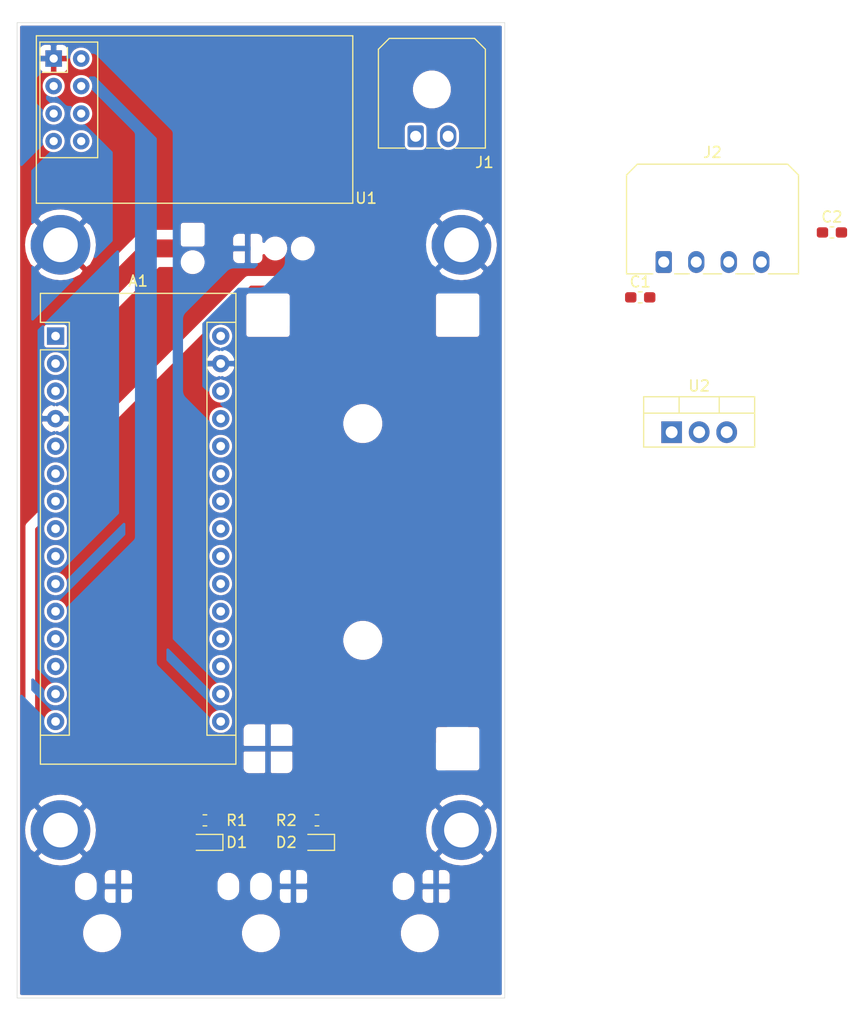
<source format=kicad_pcb>
(kicad_pcb (version 20171130) (host pcbnew "(5.1.5)-3")

  (general
    (thickness 1.6)
    (drawings 6)
    (tracks 0)
    (zones 0)
    (modules 15)
    (nets 16)
  )

  (page A4)
  (layers
    (0 F.Cu signal)
    (31 B.Cu signal)
    (32 B.Adhes user)
    (33 F.Adhes user)
    (34 B.Paste user)
    (35 F.Paste user)
    (36 B.SilkS user)
    (37 F.SilkS user)
    (38 B.Mask user)
    (39 F.Mask user)
    (40 Dwgs.User user)
    (41 Cmts.User user)
    (42 Eco1.User user)
    (43 Eco2.User user)
    (44 Edge.Cuts user)
    (45 Margin user)
    (46 B.CrtYd user)
    (47 F.CrtYd user)
    (48 B.Fab user)
    (49 F.Fab user hide)
  )

  (setup
    (last_trace_width 0.381)
    (user_trace_width 1.27)
    (user_trace_width 1.524)
    (user_trace_width 1.778)
    (user_trace_width 1.905)
    (user_trace_width 2.54)
    (trace_clearance 0.2)
    (zone_clearance 0.254)
    (zone_45_only no)
    (trace_min 0.2)
    (via_size 0.8)
    (via_drill 0.4)
    (via_min_size 0.4)
    (via_min_drill 0.3)
    (uvia_size 0.3)
    (uvia_drill 0.1)
    (uvias_allowed no)
    (uvia_min_size 0.2)
    (uvia_min_drill 0.1)
    (edge_width 0.05)
    (segment_width 0.2)
    (pcb_text_width 0.3)
    (pcb_text_size 1.5 1.5)
    (mod_edge_width 0.12)
    (mod_text_size 1 1)
    (mod_text_width 0.15)
    (pad_size 1.524 1.524)
    (pad_drill 0.762)
    (pad_to_mask_clearance 0.051)
    (solder_mask_min_width 0.25)
    (aux_axis_origin 0 0)
    (visible_elements 7FFFFFFF)
    (pcbplotparams
      (layerselection 0x010fc_ffffffff)
      (usegerberextensions false)
      (usegerberattributes false)
      (usegerberadvancedattributes false)
      (creategerberjobfile false)
      (excludeedgelayer true)
      (linewidth 0.100000)
      (plotframeref false)
      (viasonmask false)
      (mode 1)
      (useauxorigin false)
      (hpglpennumber 1)
      (hpglpenspeed 20)
      (hpglpendiameter 15.000000)
      (psnegative false)
      (psa4output false)
      (plotreference true)
      (plotvalue true)
      (plotinvisibletext false)
      (padsonsilk false)
      (subtractmaskfromsilk false)
      (outputformat 1)
      (mirror false)
      (drillshape 1)
      (scaleselection 1)
      (outputdirectory ""))
  )

  (net 0 "")
  (net 1 +3V3)
  (net 2 GND)
  (net 3 D4)
  (net 4 CE)
  (net 5 CSN)
  (net 6 D9)
  (net 7 D10)
  (net 8 MOSI)
  (net 9 VCC)
  (net 10 MISO)
  (net 11 SCK)
  (net 12 "Net-(D1-Pad2)")
  (net 13 "Net-(D2-Pad2)")
  (net 14 D3)
  (net 15 Vdrive)

  (net_class Default "This is the default net class."
    (clearance 0.2)
    (trace_width 0.381)
    (via_dia 0.8)
    (via_drill 0.4)
    (uvia_dia 0.3)
    (uvia_drill 0.1)
    (add_net +3V3)
    (add_net CE)
    (add_net CSN)
    (add_net D10)
    (add_net D3)
    (add_net D4)
    (add_net D9)
    (add_net GND)
    (add_net MISO)
    (add_net MOSI)
    (add_net "Net-(D1-Pad2)")
    (add_net "Net-(D2-Pad2)")
    (add_net SCK)
    (add_net VCC)
    (add_net Vdrive)
  )

  (module Module:Arduino_Nano (layer F.Cu) (tedit 58ACAF70) (tstamp 5EB32133)
    (at 63.547333 88.921001)
    (descr "Arduino Nano, http://www.mouser.com/pdfdocs/Gravitech_Arduino_Nano3_0.pdf")
    (tags "Arduino Nano")
    (path /5EB2E547)
    (fp_text reference A1 (at 7.62 -5.08) (layer F.SilkS)
      (effects (font (size 1 1) (thickness 0.15)))
    )
    (fp_text value Arduino_Nano_v3.x (at 8.89 19.05 90) (layer F.Fab)
      (effects (font (size 1 1) (thickness 0.15)))
    )
    (fp_text user %R (at 6.35 19.05 90) (layer F.Fab)
      (effects (font (size 1 1) (thickness 0.15)))
    )
    (fp_line (start 1.27 1.27) (end 1.27 -1.27) (layer F.SilkS) (width 0.12))
    (fp_line (start 1.27 -1.27) (end -1.4 -1.27) (layer F.SilkS) (width 0.12))
    (fp_line (start -1.4 1.27) (end -1.4 39.5) (layer F.SilkS) (width 0.12))
    (fp_line (start -1.4 -3.94) (end -1.4 -1.27) (layer F.SilkS) (width 0.12))
    (fp_line (start 13.97 -1.27) (end 16.64 -1.27) (layer F.SilkS) (width 0.12))
    (fp_line (start 13.97 -1.27) (end 13.97 36.83) (layer F.SilkS) (width 0.12))
    (fp_line (start 13.97 36.83) (end 16.64 36.83) (layer F.SilkS) (width 0.12))
    (fp_line (start 1.27 1.27) (end -1.4 1.27) (layer F.SilkS) (width 0.12))
    (fp_line (start 1.27 1.27) (end 1.27 36.83) (layer F.SilkS) (width 0.12))
    (fp_line (start 1.27 36.83) (end -1.4 36.83) (layer F.SilkS) (width 0.12))
    (fp_line (start 3.81 31.75) (end 11.43 31.75) (layer F.Fab) (width 0.1))
    (fp_line (start 11.43 31.75) (end 11.43 41.91) (layer F.Fab) (width 0.1))
    (fp_line (start 11.43 41.91) (end 3.81 41.91) (layer F.Fab) (width 0.1))
    (fp_line (start 3.81 41.91) (end 3.81 31.75) (layer F.Fab) (width 0.1))
    (fp_line (start -1.4 39.5) (end 16.64 39.5) (layer F.SilkS) (width 0.12))
    (fp_line (start 16.64 39.5) (end 16.64 -3.94) (layer F.SilkS) (width 0.12))
    (fp_line (start 16.64 -3.94) (end -1.4 -3.94) (layer F.SilkS) (width 0.12))
    (fp_line (start 16.51 39.37) (end -1.27 39.37) (layer F.Fab) (width 0.1))
    (fp_line (start -1.27 39.37) (end -1.27 -2.54) (layer F.Fab) (width 0.1))
    (fp_line (start -1.27 -2.54) (end 0 -3.81) (layer F.Fab) (width 0.1))
    (fp_line (start 0 -3.81) (end 16.51 -3.81) (layer F.Fab) (width 0.1))
    (fp_line (start 16.51 -3.81) (end 16.51 39.37) (layer F.Fab) (width 0.1))
    (fp_line (start -1.53 -4.06) (end 16.75 -4.06) (layer F.CrtYd) (width 0.05))
    (fp_line (start -1.53 -4.06) (end -1.53 42.16) (layer F.CrtYd) (width 0.05))
    (fp_line (start 16.75 42.16) (end 16.75 -4.06) (layer F.CrtYd) (width 0.05))
    (fp_line (start 16.75 42.16) (end -1.53 42.16) (layer F.CrtYd) (width 0.05))
    (pad 1 thru_hole rect (at 0 0) (size 1.6 1.6) (drill 0.8) (layers *.Cu *.Mask))
    (pad 17 thru_hole oval (at 15.24 33.02) (size 1.6 1.6) (drill 0.8) (layers *.Cu *.Mask)
      (net 1 +3V3))
    (pad 2 thru_hole oval (at 0 2.54) (size 1.6 1.6) (drill 0.8) (layers *.Cu *.Mask))
    (pad 18 thru_hole oval (at 15.24 30.48) (size 1.6 1.6) (drill 0.8) (layers *.Cu *.Mask))
    (pad 3 thru_hole oval (at 0 5.08) (size 1.6 1.6) (drill 0.8) (layers *.Cu *.Mask))
    (pad 19 thru_hole oval (at 15.24 27.94) (size 1.6 1.6) (drill 0.8) (layers *.Cu *.Mask))
    (pad 4 thru_hole oval (at 0 7.62) (size 1.6 1.6) (drill 0.8) (layers *.Cu *.Mask)
      (net 2 GND))
    (pad 20 thru_hole oval (at 15.24 25.4) (size 1.6 1.6) (drill 0.8) (layers *.Cu *.Mask))
    (pad 5 thru_hole oval (at 0 10.16) (size 1.6 1.6) (drill 0.8) (layers *.Cu *.Mask))
    (pad 21 thru_hole oval (at 15.24 22.86) (size 1.6 1.6) (drill 0.8) (layers *.Cu *.Mask))
    (pad 6 thru_hole oval (at 0 12.7) (size 1.6 1.6) (drill 0.8) (layers *.Cu *.Mask)
      (net 14 D3))
    (pad 22 thru_hole oval (at 15.24 20.32) (size 1.6 1.6) (drill 0.8) (layers *.Cu *.Mask))
    (pad 7 thru_hole oval (at 0 15.24) (size 1.6 1.6) (drill 0.8) (layers *.Cu *.Mask)
      (net 3 D4))
    (pad 23 thru_hole oval (at 15.24 17.78) (size 1.6 1.6) (drill 0.8) (layers *.Cu *.Mask))
    (pad 8 thru_hole oval (at 0 17.78) (size 1.6 1.6) (drill 0.8) (layers *.Cu *.Mask))
    (pad 24 thru_hole oval (at 15.24 15.24) (size 1.6 1.6) (drill 0.8) (layers *.Cu *.Mask))
    (pad 9 thru_hole oval (at 0 20.32) (size 1.6 1.6) (drill 0.8) (layers *.Cu *.Mask))
    (pad 25 thru_hole oval (at 15.24 12.7) (size 1.6 1.6) (drill 0.8) (layers *.Cu *.Mask))
    (pad 10 thru_hole oval (at 0 22.86) (size 1.6 1.6) (drill 0.8) (layers *.Cu *.Mask)
      (net 4 CE))
    (pad 26 thru_hole oval (at 15.24 10.16) (size 1.6 1.6) (drill 0.8) (layers *.Cu *.Mask))
    (pad 11 thru_hole oval (at 0 25.4) (size 1.6 1.6) (drill 0.8) (layers *.Cu *.Mask)
      (net 5 CSN))
    (pad 27 thru_hole oval (at 15.24 7.62) (size 1.6 1.6) (drill 0.8) (layers *.Cu *.Mask))
    (pad 12 thru_hole oval (at 0 27.94) (size 1.6 1.6) (drill 0.8) (layers *.Cu *.Mask)
      (net 6 D9))
    (pad 28 thru_hole oval (at 15.24 5.08) (size 1.6 1.6) (drill 0.8) (layers *.Cu *.Mask))
    (pad 13 thru_hole oval (at 0 30.48) (size 1.6 1.6) (drill 0.8) (layers *.Cu *.Mask)
      (net 7 D10))
    (pad 29 thru_hole oval (at 15.24 2.54) (size 1.6 1.6) (drill 0.8) (layers *.Cu *.Mask)
      (net 2 GND))
    (pad 14 thru_hole oval (at 0 33.02) (size 1.6 1.6) (drill 0.8) (layers *.Cu *.Mask)
      (net 8 MOSI))
    (pad 30 thru_hole oval (at 15.24 0) (size 1.6 1.6) (drill 0.8) (layers *.Cu *.Mask)
      (net 9 VCC))
    (pad 15 thru_hole oval (at 0 35.56) (size 1.6 1.6) (drill 0.8) (layers *.Cu *.Mask)
      (net 10 MISO))
    (pad 16 thru_hole oval (at 15.24 35.56) (size 1.6 1.6) (drill 0.8) (layers *.Cu *.Mask)
      (net 11 SCK))
    (model ${KISYS3DMOD}/Module.3dshapes/Arduino_Nano_WithMountingHoles.wrl
      (at (xyz 0 0 0))
      (scale (xyz 1 1 1))
      (rotate (xyz 0 0 0))
    )
  )

  (module LED_SMD:LED_0603_1608Metric_Pad1.05x0.95mm_HandSolder (layer F.Cu) (tedit 5B4B45C9) (tstamp 5EB32146)
    (at 77.33 135.636 180)
    (descr "LED SMD 0603 (1608 Metric), square (rectangular) end terminal, IPC_7351 nominal, (Body size source: http://www.tortai-tech.com/upload/download/2011102023233369053.pdf), generated with kicad-footprint-generator")
    (tags "LED handsolder")
    (path /5EB407E9)
    (attr smd)
    (fp_text reference D1 (at -2.934 0) (layer F.SilkS)
      (effects (font (size 1 1) (thickness 0.15)))
    )
    (fp_text value LED (at 0 1.43) (layer F.Fab)
      (effects (font (size 1 1) (thickness 0.15)))
    )
    (fp_line (start 0.8 -0.4) (end -0.5 -0.4) (layer F.Fab) (width 0.1))
    (fp_line (start -0.5 -0.4) (end -0.8 -0.1) (layer F.Fab) (width 0.1))
    (fp_line (start -0.8 -0.1) (end -0.8 0.4) (layer F.Fab) (width 0.1))
    (fp_line (start -0.8 0.4) (end 0.8 0.4) (layer F.Fab) (width 0.1))
    (fp_line (start 0.8 0.4) (end 0.8 -0.4) (layer F.Fab) (width 0.1))
    (fp_line (start 0.8 -0.735) (end -1.66 -0.735) (layer F.SilkS) (width 0.12))
    (fp_line (start -1.66 -0.735) (end -1.66 0.735) (layer F.SilkS) (width 0.12))
    (fp_line (start -1.66 0.735) (end 0.8 0.735) (layer F.SilkS) (width 0.12))
    (fp_line (start -1.65 0.73) (end -1.65 -0.73) (layer F.CrtYd) (width 0.05))
    (fp_line (start -1.65 -0.73) (end 1.65 -0.73) (layer F.CrtYd) (width 0.05))
    (fp_line (start 1.65 -0.73) (end 1.65 0.73) (layer F.CrtYd) (width 0.05))
    (fp_line (start 1.65 0.73) (end -1.65 0.73) (layer F.CrtYd) (width 0.05))
    (fp_text user %R (at 0 0) (layer F.Fab)
      (effects (font (size 0.4 0.4) (thickness 0.06)))
    )
    (pad 1 smd roundrect (at -0.875 0 180) (size 1.05 0.95) (layers F.Cu F.Paste F.Mask) (roundrect_rratio 0.25)
      (net 2 GND))
    (pad 2 smd roundrect (at 0.875 0 180) (size 1.05 0.95) (layers F.Cu F.Paste F.Mask) (roundrect_rratio 0.25)
      (net 12 "Net-(D1-Pad2)"))
    (model ${KISYS3DMOD}/LED_SMD.3dshapes/LED_0603_1608Metric.wrl
      (at (xyz 0 0 0))
      (scale (xyz 1 1 1))
      (rotate (xyz 0 0 0))
    )
  )

  (module LED_SMD:LED_0603_1608Metric_Pad1.05x0.95mm_HandSolder (layer F.Cu) (tedit 5B4B45C9) (tstamp 5EB32159)
    (at 87.625 135.636 180)
    (descr "LED SMD 0603 (1608 Metric), square (rectangular) end terminal, IPC_7351 nominal, (Body size source: http://www.tortai-tech.com/upload/download/2011102023233369053.pdf), generated with kicad-footprint-generator")
    (tags "LED handsolder")
    (path /5EB48639)
    (attr smd)
    (fp_text reference D2 (at 2.789 0) (layer F.SilkS)
      (effects (font (size 1 1) (thickness 0.15)))
    )
    (fp_text value LED (at 0 1.43) (layer F.Fab)
      (effects (font (size 1 1) (thickness 0.15)))
    )
    (fp_text user %R (at 0 0) (layer F.Fab)
      (effects (font (size 0.4 0.4) (thickness 0.06)))
    )
    (fp_line (start 1.65 0.73) (end -1.65 0.73) (layer F.CrtYd) (width 0.05))
    (fp_line (start 1.65 -0.73) (end 1.65 0.73) (layer F.CrtYd) (width 0.05))
    (fp_line (start -1.65 -0.73) (end 1.65 -0.73) (layer F.CrtYd) (width 0.05))
    (fp_line (start -1.65 0.73) (end -1.65 -0.73) (layer F.CrtYd) (width 0.05))
    (fp_line (start -1.66 0.735) (end 0.8 0.735) (layer F.SilkS) (width 0.12))
    (fp_line (start -1.66 -0.735) (end -1.66 0.735) (layer F.SilkS) (width 0.12))
    (fp_line (start 0.8 -0.735) (end -1.66 -0.735) (layer F.SilkS) (width 0.12))
    (fp_line (start 0.8 0.4) (end 0.8 -0.4) (layer F.Fab) (width 0.1))
    (fp_line (start -0.8 0.4) (end 0.8 0.4) (layer F.Fab) (width 0.1))
    (fp_line (start -0.8 -0.1) (end -0.8 0.4) (layer F.Fab) (width 0.1))
    (fp_line (start -0.5 -0.4) (end -0.8 -0.1) (layer F.Fab) (width 0.1))
    (fp_line (start 0.8 -0.4) (end -0.5 -0.4) (layer F.Fab) (width 0.1))
    (pad 2 smd roundrect (at 0.875 0 180) (size 1.05 0.95) (layers F.Cu F.Paste F.Mask) (roundrect_rratio 0.25)
      (net 13 "Net-(D2-Pad2)"))
    (pad 1 smd roundrect (at -0.875 0 180) (size 1.05 0.95) (layers F.Cu F.Paste F.Mask) (roundrect_rratio 0.25)
      (net 2 GND))
    (model ${KISYS3DMOD}/LED_SMD.3dshapes/LED_0603_1608Metric.wrl
      (at (xyz 0 0 0))
      (scale (xyz 1 1 1))
      (rotate (xyz 0 0 0))
    )
  )

  (module MountingHole:MountingHole_3.2mm_M3_ISO14580_Pad (layer F.Cu) (tedit 56D1B4CB) (tstamp 5EB32161)
    (at 64 134.5)
    (descr "Mounting Hole 3.2mm, M3, ISO14580")
    (tags "mounting hole 3.2mm m3 iso14580")
    (path /5EB55153)
    (attr virtual)
    (fp_text reference H1 (at 0 -3.75) (layer F.Fab) hide
      (effects (font (size 1 1) (thickness 0.15)))
    )
    (fp_text value MountingHole_Pad (at 0 3.75) (layer F.Fab)
      (effects (font (size 1 1) (thickness 0.15)))
    )
    (fp_text user %R (at 0.3 0) (layer F.Fab)
      (effects (font (size 1 1) (thickness 0.15)))
    )
    (fp_circle (center 0 0) (end 2.75 0) (layer Cmts.User) (width 0.15))
    (fp_circle (center 0 0) (end 3 0) (layer F.CrtYd) (width 0.05))
    (pad 1 thru_hole circle (at 0 0) (size 5.5 5.5) (drill 3.2) (layers *.Cu *.Mask)
      (net 2 GND))
  )

  (module MountingHole:MountingHole_3.2mm_M3_ISO14580_Pad (layer F.Cu) (tedit 56D1B4CB) (tstamp 5EB32169)
    (at 64 80.5)
    (descr "Mounting Hole 3.2mm, M3, ISO14580")
    (tags "mounting hole 3.2mm m3 iso14580")
    (path /5EB5A561)
    (attr virtual)
    (fp_text reference H2 (at 0 -3.75) (layer F.Fab) hide
      (effects (font (size 1 1) (thickness 0.15)))
    )
    (fp_text value MountingHole_Pad (at 0 3.75) (layer F.Fab)
      (effects (font (size 1 1) (thickness 0.15)))
    )
    (fp_text user %R (at 0.3 0) (layer F.Fab)
      (effects (font (size 1 1) (thickness 0.15)))
    )
    (fp_circle (center 0 0) (end 2.75 0) (layer Cmts.User) (width 0.15))
    (fp_circle (center 0 0) (end 3 0) (layer F.CrtYd) (width 0.05))
    (pad 1 thru_hole circle (at 0 0) (size 5.5 5.5) (drill 3.2) (layers *.Cu *.Mask)
      (net 2 GND))
  )

  (module MountingHole:MountingHole_3.2mm_M3_ISO14580_Pad (layer F.Cu) (tedit 56D1B4CB) (tstamp 5EB32171)
    (at 101 80.5)
    (descr "Mounting Hole 3.2mm, M3, ISO14580")
    (tags "mounting hole 3.2mm m3 iso14580")
    (path /5EB595D8)
    (attr virtual)
    (fp_text reference H3 (at 0 -3.75) (layer F.Fab) hide
      (effects (font (size 1 1) (thickness 0.15)))
    )
    (fp_text value MountingHole_Pad (at 0 3.75) (layer F.Fab)
      (effects (font (size 1 1) (thickness 0.15)))
    )
    (fp_circle (center 0 0) (end 3 0) (layer F.CrtYd) (width 0.05))
    (fp_circle (center 0 0) (end 2.75 0) (layer Cmts.User) (width 0.15))
    (fp_text user %R (at 0.3 0) (layer F.Fab)
      (effects (font (size 1 1) (thickness 0.15)))
    )
    (pad 1 thru_hole circle (at 0 0) (size 5.5 5.5) (drill 3.2) (layers *.Cu *.Mask)
      (net 2 GND))
  )

  (module MountingHole:MountingHole_3.2mm_M3_ISO14580_Pad (layer F.Cu) (tedit 56D1B4CB) (tstamp 5EB32179)
    (at 101 134.5)
    (descr "Mounting Hole 3.2mm, M3, ISO14580")
    (tags "mounting hole 3.2mm m3 iso14580")
    (path /5EB5AD99)
    (attr virtual)
    (fp_text reference H4 (at 0 -3.75) (layer F.Fab) hide
      (effects (font (size 1 1) (thickness 0.15)))
    )
    (fp_text value MountingHole_Pad (at 0 3.75) (layer F.Fab)
      (effects (font (size 1 1) (thickness 0.15)))
    )
    (fp_circle (center 0 0) (end 3 0) (layer F.CrtYd) (width 0.05))
    (fp_circle (center 0 0) (end 2.75 0) (layer Cmts.User) (width 0.15))
    (fp_text user %R (at 0.3 0) (layer F.Fab)
      (effects (font (size 1 1) (thickness 0.15)))
    )
    (pad 1 thru_hole circle (at 0 0) (size 5.5 5.5) (drill 3.2) (layers *.Cu *.Mask)
      (net 2 GND))
  )

  (module Connector_Molex:Molex_Micro-Fit_3.0_43650-0200_1x02_P3.00mm_Horizontal (layer F.Cu) (tedit 5B79A392) (tstamp 5EB32195)
    (at 96.774 70.485)
    (descr "Molex Micro-Fit 3.0 Connector System, 43650-0200 (compatible alternatives: 43650-0201, 43650-0202), 2 Pins per row (https://www.molex.com/pdm_docs/sd/436500300_sd.pdf), generated with kicad-footprint-generator")
    (tags "connector Molex Micro-Fit_3.0 top entry")
    (path /5EB51CDD)
    (fp_text reference J1 (at 6.35 2.413) (layer F.SilkS)
      (effects (font (size 1 1) (thickness 0.15)))
    )
    (fp_text value Conn_01x02 (at 1.5 3.22) (layer F.Fab)
      (effects (font (size 1 1) (thickness 0.15)))
    )
    (fp_line (start -3.325 0.98) (end -3.325 -7.92) (layer F.Fab) (width 0.1))
    (fp_line (start -3.325 -7.92) (end -2.325 -8.92) (layer F.Fab) (width 0.1))
    (fp_line (start -2.325 -8.92) (end 5.325 -8.92) (layer F.Fab) (width 0.1))
    (fp_line (start 5.325 -8.92) (end 6.325 -7.92) (layer F.Fab) (width 0.1))
    (fp_line (start 6.325 -7.92) (end 6.325 0.98) (layer F.Fab) (width 0.1))
    (fp_line (start 6.325 0.98) (end -3.325 0.98) (layer F.Fab) (width 0.1))
    (fp_line (start -0.75 0.98) (end 0 0) (layer F.Fab) (width 0.1))
    (fp_line (start 0 0) (end 0.75 0.98) (layer F.Fab) (width 0.1))
    (fp_line (start -3.435 1.09) (end -3.435 -8.03) (layer F.SilkS) (width 0.12))
    (fp_line (start -3.435 -8.03) (end -2.435 -9.03) (layer F.SilkS) (width 0.12))
    (fp_line (start -2.435 -9.03) (end 5.435 -9.03) (layer F.SilkS) (width 0.12))
    (fp_line (start 5.435 -9.03) (end 6.435 -8.03) (layer F.SilkS) (width 0.12))
    (fp_line (start 6.435 -8.03) (end 6.435 1.09) (layer F.SilkS) (width 0.12))
    (fp_line (start -3.435 1.09) (end -1.01 1.09) (layer F.SilkS) (width 0.12))
    (fp_line (start 6.435 1.09) (end 3.651767 1.09) (layer F.SilkS) (width 0.12))
    (fp_line (start 1.01 1.09) (end 2.348233 1.09) (layer F.SilkS) (width 0.12))
    (fp_line (start -3.82 1.48) (end -3.82 -9.42) (layer F.CrtYd) (width 0.05))
    (fp_line (start -3.82 -9.42) (end 6.82 -9.42) (layer F.CrtYd) (width 0.05))
    (fp_line (start 6.82 -9.42) (end 6.82 1.48) (layer F.CrtYd) (width 0.05))
    (fp_line (start 6.82 1.48) (end -3.82 1.48) (layer F.CrtYd) (width 0.05))
    (fp_text user %R (at 1.5 -8.22) (layer F.Fab)
      (effects (font (size 1 1) (thickness 0.15)))
    )
    (pad "" np_thru_hole circle (at 1.5 -4.32) (size 3 3) (drill 3) (layers *.Cu *.Mask))
    (pad 1 thru_hole roundrect (at 0 0) (size 1.5 2.02) (drill 1.02) (layers *.Cu *.Mask) (roundrect_rratio 0.166667)
      (net 2 GND))
    (pad 2 thru_hole oval (at 3 0) (size 1.5 2.02) (drill 1.02) (layers *.Cu *.Mask)
      (net 9 VCC))
    (model ${KISYS3DMOD}/Connector_Molex.3dshapes/Molex_Micro-Fit_3.0_43650-0200_1x02_P3.00mm_Horizontal.wrl
      (at (xyz 0 0 0))
      (scale (xyz 1 1 1))
      (rotate (xyz 0 0 0))
    )
  )

  (module Resistor_SMD:R_0603_1608Metric_Pad1.05x0.95mm_HandSolder (layer F.Cu) (tedit 5B301BBD) (tstamp 5EB321C4)
    (at 77.33 133.604)
    (descr "Resistor SMD 0603 (1608 Metric), square (rectangular) end terminal, IPC_7351 nominal with elongated pad for handsoldering. (Body size source: http://www.tortai-tech.com/upload/download/2011102023233369053.pdf), generated with kicad-footprint-generator")
    (tags "resistor handsolder")
    (path /5EB40232)
    (attr smd)
    (fp_text reference R1 (at 2.934 0) (layer F.SilkS)
      (effects (font (size 1 1) (thickness 0.15)))
    )
    (fp_text value R (at 0 1.43) (layer F.Fab)
      (effects (font (size 1 1) (thickness 0.15)))
    )
    (fp_line (start -0.8 0.4) (end -0.8 -0.4) (layer F.Fab) (width 0.1))
    (fp_line (start -0.8 -0.4) (end 0.8 -0.4) (layer F.Fab) (width 0.1))
    (fp_line (start 0.8 -0.4) (end 0.8 0.4) (layer F.Fab) (width 0.1))
    (fp_line (start 0.8 0.4) (end -0.8 0.4) (layer F.Fab) (width 0.1))
    (fp_line (start -0.171267 -0.51) (end 0.171267 -0.51) (layer F.SilkS) (width 0.12))
    (fp_line (start -0.171267 0.51) (end 0.171267 0.51) (layer F.SilkS) (width 0.12))
    (fp_line (start -1.65 0.73) (end -1.65 -0.73) (layer F.CrtYd) (width 0.05))
    (fp_line (start -1.65 -0.73) (end 1.65 -0.73) (layer F.CrtYd) (width 0.05))
    (fp_line (start 1.65 -0.73) (end 1.65 0.73) (layer F.CrtYd) (width 0.05))
    (fp_line (start 1.65 0.73) (end -1.65 0.73) (layer F.CrtYd) (width 0.05))
    (fp_text user %R (at 0 0) (layer F.Fab)
      (effects (font (size 0.4 0.4) (thickness 0.06)))
    )
    (pad 1 smd roundrect (at -0.875 0) (size 1.05 0.95) (layers F.Cu F.Paste F.Mask) (roundrect_rratio 0.25)
      (net 12 "Net-(D1-Pad2)"))
    (pad 2 smd roundrect (at 0.875 0) (size 1.05 0.95) (layers F.Cu F.Paste F.Mask) (roundrect_rratio 0.25)
      (net 7 D10))
    (model ${KISYS3DMOD}/Resistor_SMD.3dshapes/R_0603_1608Metric.wrl
      (at (xyz 0 0 0))
      (scale (xyz 1 1 1))
      (rotate (xyz 0 0 0))
    )
  )

  (module Resistor_SMD:R_0603_1608Metric_Pad1.05x0.95mm_HandSolder (layer F.Cu) (tedit 5B301BBD) (tstamp 5EB321D5)
    (at 87.67 133.604)
    (descr "Resistor SMD 0603 (1608 Metric), square (rectangular) end terminal, IPC_7351 nominal with elongated pad for handsoldering. (Body size source: http://www.tortai-tech.com/upload/download/2011102023233369053.pdf), generated with kicad-footprint-generator")
    (tags "resistor handsolder")
    (path /5EB48633)
    (attr smd)
    (fp_text reference R2 (at -2.834 0) (layer F.SilkS)
      (effects (font (size 1 1) (thickness 0.15)))
    )
    (fp_text value R (at 0 1.43) (layer F.Fab)
      (effects (font (size 1 1) (thickness 0.15)))
    )
    (fp_text user %R (at 0 0) (layer F.Fab)
      (effects (font (size 0.4 0.4) (thickness 0.06)))
    )
    (fp_line (start 1.65 0.73) (end -1.65 0.73) (layer F.CrtYd) (width 0.05))
    (fp_line (start 1.65 -0.73) (end 1.65 0.73) (layer F.CrtYd) (width 0.05))
    (fp_line (start -1.65 -0.73) (end 1.65 -0.73) (layer F.CrtYd) (width 0.05))
    (fp_line (start -1.65 0.73) (end -1.65 -0.73) (layer F.CrtYd) (width 0.05))
    (fp_line (start -0.171267 0.51) (end 0.171267 0.51) (layer F.SilkS) (width 0.12))
    (fp_line (start -0.171267 -0.51) (end 0.171267 -0.51) (layer F.SilkS) (width 0.12))
    (fp_line (start 0.8 0.4) (end -0.8 0.4) (layer F.Fab) (width 0.1))
    (fp_line (start 0.8 -0.4) (end 0.8 0.4) (layer F.Fab) (width 0.1))
    (fp_line (start -0.8 -0.4) (end 0.8 -0.4) (layer F.Fab) (width 0.1))
    (fp_line (start -0.8 0.4) (end -0.8 -0.4) (layer F.Fab) (width 0.1))
    (pad 2 smd roundrect (at 0.875 0) (size 1.05 0.95) (layers F.Cu F.Paste F.Mask) (roundrect_rratio 0.25)
      (net 6 D9))
    (pad 1 smd roundrect (at -0.875 0) (size 1.05 0.95) (layers F.Cu F.Paste F.Mask) (roundrect_rratio 0.25)
      (net 13 "Net-(D2-Pad2)"))
    (model ${KISYS3DMOD}/Resistor_SMD.3dshapes/R_0603_1608Metric.wrl
      (at (xyz 0 0 0))
      (scale (xyz 1 1 1))
      (rotate (xyz 0 0 0))
    )
  )

  (module RF_Module:nRF24L01_Breakout (layer F.Cu) (tedit 5A056C61) (tstamp 5EB321FF)
    (at 63.373 63.315)
    (descr "nRF24L01 breakout board")
    (tags "nRF24L01 adapter breakout")
    (path /5EB37153)
    (fp_text reference U1 (at 28.829 12.885) (layer F.SilkS)
      (effects (font (size 1 1) (thickness 0.15)))
    )
    (fp_text value NRF24L01_Breakout (at 13 5) (layer F.Fab)
      (effects (font (size 1 1) (thickness 0.15)))
    )
    (fp_line (start -1.5 -2) (end 27.5 -2) (layer F.Fab) (width 0.1))
    (fp_line (start 27.5 -2) (end 27.5 13.25) (layer F.Fab) (width 0.1))
    (fp_line (start 27.5 13.25) (end -1.5 13.25) (layer F.Fab) (width 0.1))
    (fp_line (start -1.5 13.25) (end -1.5 -2) (layer F.Fab) (width 0.1))
    (fp_line (start -1.5 -2) (end -1.5 -2) (layer F.Fab) (width 0.1))
    (fp_line (start -1.27 -1.27) (end 3.81 -1.27) (layer F.Fab) (width 0.1))
    (fp_line (start 3.81 -1.27) (end 3.81 8.89) (layer F.Fab) (width 0.1))
    (fp_line (start 3.81 8.89) (end -1.27 8.89) (layer F.Fab) (width 0.1))
    (fp_line (start -1.27 8.89) (end -1.27 -1.27) (layer F.Fab) (width 0.1))
    (fp_line (start -1.27 -1.27) (end -1.27 -1.27) (layer F.Fab) (width 0.1))
    (fp_line (start -1.27 -1.524) (end 4.064 -1.524) (layer F.SilkS) (width 0.12))
    (fp_line (start 4.064 -1.524) (end 4.064 9.144) (layer F.SilkS) (width 0.12))
    (fp_line (start 4.064 9.144) (end -1.27 9.144) (layer F.SilkS) (width 0.12))
    (fp_line (start -1.27 9.144) (end -1.27 9.144) (layer F.SilkS) (width 0.12))
    (fp_line (start 1.27 -1.016) (end 1.27 1.27) (layer F.SilkS) (width 0.12))
    (fp_line (start 1.27 1.27) (end -1.016 1.27) (layer F.SilkS) (width 0.12))
    (fp_line (start -1.016 1.27) (end -1.016 1.27) (layer F.SilkS) (width 0.12))
    (fp_line (start -1.6 -2.1) (end 27.6 -2.1) (layer F.SilkS) (width 0.12))
    (fp_line (start 27.6 -2.1) (end 27.6 13.35) (layer F.SilkS) (width 0.12))
    (fp_line (start 27.6 13.35) (end -1.6 13.35) (layer F.SilkS) (width 0.12))
    (fp_line (start -1.6 13.35) (end -1.6 -2.1) (layer F.SilkS) (width 0.12))
    (fp_line (start -1.6 -2.1) (end -1.6 -2.1) (layer F.SilkS) (width 0.12))
    (fp_line (start -1.27 9.144) (end -1.27 -1.524) (layer F.SilkS) (width 0.12))
    (fp_line (start -1.27 -1.524) (end -1.27 -1.524) (layer F.SilkS) (width 0.12))
    (fp_line (start 27.75 -2.25) (end -1.75 -2.25) (layer F.CrtYd) (width 0.05))
    (fp_line (start -1.75 -2.25) (end -1.75 13.5) (layer F.CrtYd) (width 0.05))
    (fp_line (start -1.75 13.5) (end 27.75 13.5) (layer F.CrtYd) (width 0.05))
    (fp_line (start 27.75 13.5) (end 27.75 -2.25) (layer F.CrtYd) (width 0.05))
    (fp_line (start 27.75 -2.25) (end 27.75 -2.25) (layer F.CrtYd) (width 0.05))
    (fp_text user %R (at 12.5 2.5) (layer F.Fab)
      (effects (font (size 1 1) (thickness 0.15)))
    )
    (pad 1 thru_hole rect (at 0 0) (size 1.524 1.524) (drill 0.762) (layers *.Cu *.Mask)
      (net 2 GND))
    (pad 2 thru_hole circle (at 2.54 0) (size 1.524 1.524) (drill 0.762) (layers *.Cu *.Mask)
      (net 1 +3V3))
    (pad 3 thru_hole circle (at 0 2.54) (size 1.524 1.524) (drill 0.762) (layers *.Cu *.Mask)
      (net 4 CE))
    (pad 4 thru_hole circle (at 2.54 2.54) (size 1.524 1.524) (drill 0.762) (layers *.Cu *.Mask)
      (net 5 CSN))
    (pad 5 thru_hole circle (at 0 5.08) (size 1.524 1.524) (drill 0.762) (layers *.Cu *.Mask)
      (net 11 SCK))
    (pad 6 thru_hole circle (at 2.54 5.08) (size 1.524 1.524) (drill 0.762) (layers *.Cu *.Mask)
      (net 8 MOSI))
    (pad 7 thru_hole circle (at 0 7.62) (size 1.524 1.524) (drill 0.762) (layers *.Cu *.Mask)
      (net 10 MISO))
    (pad 8 thru_hole circle (at 2.54 7.62) (size 1.524 1.524) (drill 0.762) (layers *.Cu *.Mask))
    (model ${KISYS3DMOD}/RF_Module.3dshapes/nRF24L01_Breakout.wrl
      (at (xyz 0 0 0))
      (scale (xyz 1 1 1))
      (rotate (xyz 0 0 0))
    )
  )

  (module Capacitor_SMD:C_0603_1608Metric_Pad1.05x0.95mm_HandSolder (layer F.Cu) (tedit 5B301BBE) (tstamp 5EB479E6)
    (at 117.499001 85.349001)
    (descr "Capacitor SMD 0603 (1608 Metric), square (rectangular) end terminal, IPC_7351 nominal with elongated pad for handsoldering. (Body size source: http://www.tortai-tech.com/upload/download/2011102023233369053.pdf), generated with kicad-footprint-generator")
    (tags "capacitor handsolder")
    (path /5EB6B1F1)
    (attr smd)
    (fp_text reference C1 (at 0 -1.43) (layer F.SilkS)
      (effects (font (size 1 1) (thickness 0.15)))
    )
    (fp_text value "0.22 uF" (at 0 1.43) (layer F.Fab)
      (effects (font (size 1 1) (thickness 0.15)))
    )
    (fp_line (start -0.8 0.4) (end -0.8 -0.4) (layer F.Fab) (width 0.1))
    (fp_line (start -0.8 -0.4) (end 0.8 -0.4) (layer F.Fab) (width 0.1))
    (fp_line (start 0.8 -0.4) (end 0.8 0.4) (layer F.Fab) (width 0.1))
    (fp_line (start 0.8 0.4) (end -0.8 0.4) (layer F.Fab) (width 0.1))
    (fp_line (start -0.171267 -0.51) (end 0.171267 -0.51) (layer F.SilkS) (width 0.12))
    (fp_line (start -0.171267 0.51) (end 0.171267 0.51) (layer F.SilkS) (width 0.12))
    (fp_line (start -1.65 0.73) (end -1.65 -0.73) (layer F.CrtYd) (width 0.05))
    (fp_line (start -1.65 -0.73) (end 1.65 -0.73) (layer F.CrtYd) (width 0.05))
    (fp_line (start 1.65 -0.73) (end 1.65 0.73) (layer F.CrtYd) (width 0.05))
    (fp_line (start 1.65 0.73) (end -1.65 0.73) (layer F.CrtYd) (width 0.05))
    (fp_text user %R (at 0 0) (layer F.Fab)
      (effects (font (size 0.4 0.4) (thickness 0.06)))
    )
    (pad 1 smd roundrect (at -0.875 0) (size 1.05 0.95) (layers F.Cu F.Paste F.Mask) (roundrect_rratio 0.25)
      (net 9 VCC))
    (pad 2 smd roundrect (at 0.875 0) (size 1.05 0.95) (layers F.Cu F.Paste F.Mask) (roundrect_rratio 0.25)
      (net 2 GND))
    (model ${KISYS3DMOD}/Capacitor_SMD.3dshapes/C_0603_1608Metric.wrl
      (at (xyz 0 0 0))
      (scale (xyz 1 1 1))
      (rotate (xyz 0 0 0))
    )
  )

  (module Capacitor_SMD:C_0603_1608Metric_Pad1.05x0.95mm_HandSolder (layer F.Cu) (tedit 5B301BBE) (tstamp 5EB479F7)
    (at 135.189001 79.359001)
    (descr "Capacitor SMD 0603 (1608 Metric), square (rectangular) end terminal, IPC_7351 nominal with elongated pad for handsoldering. (Body size source: http://www.tortai-tech.com/upload/download/2011102023233369053.pdf), generated with kicad-footprint-generator")
    (tags "capacitor handsolder")
    (path /5EB73AAE)
    (attr smd)
    (fp_text reference C2 (at 0 -1.43) (layer F.SilkS)
      (effects (font (size 1 1) (thickness 0.15)))
    )
    (fp_text value "0.1 uF" (at 0 1.43) (layer F.Fab)
      (effects (font (size 1 1) (thickness 0.15)))
    )
    (fp_text user %R (at 0 0) (layer F.Fab)
      (effects (font (size 0.4 0.4) (thickness 0.06)))
    )
    (fp_line (start 1.65 0.73) (end -1.65 0.73) (layer F.CrtYd) (width 0.05))
    (fp_line (start 1.65 -0.73) (end 1.65 0.73) (layer F.CrtYd) (width 0.05))
    (fp_line (start -1.65 -0.73) (end 1.65 -0.73) (layer F.CrtYd) (width 0.05))
    (fp_line (start -1.65 0.73) (end -1.65 -0.73) (layer F.CrtYd) (width 0.05))
    (fp_line (start -0.171267 0.51) (end 0.171267 0.51) (layer F.SilkS) (width 0.12))
    (fp_line (start -0.171267 -0.51) (end 0.171267 -0.51) (layer F.SilkS) (width 0.12))
    (fp_line (start 0.8 0.4) (end -0.8 0.4) (layer F.Fab) (width 0.1))
    (fp_line (start 0.8 -0.4) (end 0.8 0.4) (layer F.Fab) (width 0.1))
    (fp_line (start -0.8 -0.4) (end 0.8 -0.4) (layer F.Fab) (width 0.1))
    (fp_line (start -0.8 0.4) (end -0.8 -0.4) (layer F.Fab) (width 0.1))
    (pad 2 smd roundrect (at 0.875 0) (size 1.05 0.95) (layers F.Cu F.Paste F.Mask) (roundrect_rratio 0.25)
      (net 2 GND))
    (pad 1 smd roundrect (at -0.875 0) (size 1.05 0.95) (layers F.Cu F.Paste F.Mask) (roundrect_rratio 0.25)
      (net 15 Vdrive))
    (model ${KISYS3DMOD}/Capacitor_SMD.3dshapes/C_0603_1608Metric.wrl
      (at (xyz 0 0 0))
      (scale (xyz 1 1 1))
      (rotate (xyz 0 0 0))
    )
  )

  (module Connector_Molex:Molex_Micro-Fit_3.0_43650-0400_1x04_P3.00mm_Horizontal (layer F.Cu) (tedit 5B79A392) (tstamp 5EB47A18)
    (at 119.669001 82.089001)
    (descr "Molex Micro-Fit 3.0 Connector System, 43650-0400 (compatible alternatives: 43650-0401, 43650-0402), 4 Pins per row (https://www.molex.com/pdm_docs/sd/436500300_sd.pdf), generated with kicad-footprint-generator")
    (tags "connector Molex Micro-Fit_3.0 top entry")
    (path /5EB4902B)
    (fp_text reference J2 (at 4.5 -10.12) (layer F.SilkS)
      (effects (font (size 1 1) (thickness 0.15)))
    )
    (fp_text value Conn_01x04 (at 4.5 3.22) (layer F.Fab)
      (effects (font (size 1 1) (thickness 0.15)))
    )
    (fp_line (start -3.325 0.98) (end -3.325 -7.92) (layer F.Fab) (width 0.1))
    (fp_line (start -3.325 -7.92) (end -2.325 -8.92) (layer F.Fab) (width 0.1))
    (fp_line (start -2.325 -8.92) (end 11.325 -8.92) (layer F.Fab) (width 0.1))
    (fp_line (start 11.325 -8.92) (end 12.325 -7.92) (layer F.Fab) (width 0.1))
    (fp_line (start 12.325 -7.92) (end 12.325 0.98) (layer F.Fab) (width 0.1))
    (fp_line (start 12.325 0.98) (end -3.325 0.98) (layer F.Fab) (width 0.1))
    (fp_line (start -0.75 0.98) (end 0 0) (layer F.Fab) (width 0.1))
    (fp_line (start 0 0) (end 0.75 0.98) (layer F.Fab) (width 0.1))
    (fp_line (start -3.435 1.09) (end -3.435 -8.03) (layer F.SilkS) (width 0.12))
    (fp_line (start -3.435 -8.03) (end -2.435 -9.03) (layer F.SilkS) (width 0.12))
    (fp_line (start -2.435 -9.03) (end 11.435 -9.03) (layer F.SilkS) (width 0.12))
    (fp_line (start 11.435 -9.03) (end 12.435 -8.03) (layer F.SilkS) (width 0.12))
    (fp_line (start 12.435 -8.03) (end 12.435 1.09) (layer F.SilkS) (width 0.12))
    (fp_line (start -3.435 1.09) (end -1.01 1.09) (layer F.SilkS) (width 0.12))
    (fp_line (start 12.435 1.09) (end 9.651767 1.09) (layer F.SilkS) (width 0.12))
    (fp_line (start 1.01 1.09) (end 2.348233 1.09) (layer F.SilkS) (width 0.12))
    (fp_line (start 3.651767 1.09) (end 5.348233 1.09) (layer F.SilkS) (width 0.12))
    (fp_line (start 6.651767 1.09) (end 8.348233 1.09) (layer F.SilkS) (width 0.12))
    (fp_line (start -3.82 1.48) (end -3.82 -9.42) (layer F.CrtYd) (width 0.05))
    (fp_line (start -3.82 -9.42) (end 12.82 -9.42) (layer F.CrtYd) (width 0.05))
    (fp_line (start 12.82 -9.42) (end 12.82 1.48) (layer F.CrtYd) (width 0.05))
    (fp_line (start 12.82 1.48) (end -3.82 1.48) (layer F.CrtYd) (width 0.05))
    (fp_text user %R (at 4.5 -8.22) (layer F.Fab)
      (effects (font (size 1 1) (thickness 0.15)))
    )
    (pad "" np_thru_hole circle (at 2.15 -4.32) (size 3 3) (drill 3) (layers *.Cu *.Mask))
    (pad "" np_thru_hole circle (at 6.85 -4.32) (size 3 3) (drill 3) (layers *.Cu *.Mask))
    (pad 1 thru_hole roundrect (at 0 0) (size 1.5 2.02) (drill 1.02) (layers *.Cu *.Mask) (roundrect_rratio 0.166667)
      (net 14 D3))
    (pad 2 thru_hole oval (at 3 0) (size 1.5 2.02) (drill 1.02) (layers *.Cu *.Mask)
      (net 2 GND))
    (pad 3 thru_hole oval (at 6 0) (size 1.5 2.02) (drill 1.02) (layers *.Cu *.Mask)
      (net 3 D4))
    (pad 4 thru_hole oval (at 9 0) (size 1.5 2.02) (drill 1.02) (layers *.Cu *.Mask)
      (net 2 GND))
    (model ${KISYS3DMOD}/Connector_Molex.3dshapes/Molex_Micro-Fit_3.0_43650-0400_1x04_P3.00mm_Horizontal.wrl
      (at (xyz 0 0 0))
      (scale (xyz 1 1 1))
      (rotate (xyz 0 0 0))
    )
  )

  (module Package_TO_SOT_THT:TO-220-3_Vertical (layer F.Cu) (tedit 5AC8BA0D) (tstamp 5EB47A32)
    (at 120.396 97.79)
    (descr "TO-220-3, Vertical, RM 2.54mm, see https://www.vishay.com/docs/66542/to-220-1.pdf")
    (tags "TO-220-3 Vertical RM 2.54mm")
    (path /5EB67BEF)
    (fp_text reference U2 (at 2.54 -4.27) (layer F.SilkS)
      (effects (font (size 1 1) (thickness 0.15)))
    )
    (fp_text value LM7805_TO220 (at 2.54 2.5) (layer F.Fab)
      (effects (font (size 1 1) (thickness 0.15)))
    )
    (fp_line (start -2.46 -3.15) (end -2.46 1.25) (layer F.Fab) (width 0.1))
    (fp_line (start -2.46 1.25) (end 7.54 1.25) (layer F.Fab) (width 0.1))
    (fp_line (start 7.54 1.25) (end 7.54 -3.15) (layer F.Fab) (width 0.1))
    (fp_line (start 7.54 -3.15) (end -2.46 -3.15) (layer F.Fab) (width 0.1))
    (fp_line (start -2.46 -1.88) (end 7.54 -1.88) (layer F.Fab) (width 0.1))
    (fp_line (start 0.69 -3.15) (end 0.69 -1.88) (layer F.Fab) (width 0.1))
    (fp_line (start 4.39 -3.15) (end 4.39 -1.88) (layer F.Fab) (width 0.1))
    (fp_line (start -2.58 -3.27) (end 7.66 -3.27) (layer F.SilkS) (width 0.12))
    (fp_line (start -2.58 1.371) (end 7.66 1.371) (layer F.SilkS) (width 0.12))
    (fp_line (start -2.58 -3.27) (end -2.58 1.371) (layer F.SilkS) (width 0.12))
    (fp_line (start 7.66 -3.27) (end 7.66 1.371) (layer F.SilkS) (width 0.12))
    (fp_line (start -2.58 -1.76) (end 7.66 -1.76) (layer F.SilkS) (width 0.12))
    (fp_line (start 0.69 -3.27) (end 0.69 -1.76) (layer F.SilkS) (width 0.12))
    (fp_line (start 4.391 -3.27) (end 4.391 -1.76) (layer F.SilkS) (width 0.12))
    (fp_line (start -2.71 -3.4) (end -2.71 1.51) (layer F.CrtYd) (width 0.05))
    (fp_line (start -2.71 1.51) (end 7.79 1.51) (layer F.CrtYd) (width 0.05))
    (fp_line (start 7.79 1.51) (end 7.79 -3.4) (layer F.CrtYd) (width 0.05))
    (fp_line (start 7.79 -3.4) (end -2.71 -3.4) (layer F.CrtYd) (width 0.05))
    (fp_text user %R (at 2.54 -4.27) (layer F.Fab)
      (effects (font (size 1 1) (thickness 0.15)))
    )
    (pad 1 thru_hole rect (at 0 0) (size 1.905 2) (drill 1.1) (layers *.Cu *.Mask)
      (net 9 VCC))
    (pad 2 thru_hole oval (at 2.54 0) (size 1.905 2) (drill 1.1) (layers *.Cu *.Mask)
      (net 2 GND))
    (pad 3 thru_hole oval (at 5.08 0) (size 1.905 2) (drill 1.1) (layers *.Cu *.Mask)
      (net 15 Vdrive))
    (model ${KISYS3DMOD}/Package_TO_SOT_THT.3dshapes/TO-220-3_Vertical.wrl
      (at (xyz 0 0 0))
      (scale (xyz 1 1 1))
      (rotate (xyz 0 0 0))
    )
  )

  (dimension 55 (width 0.15) (layer F.Fab)
    (gr_text "55.000 mm" (at 54.5165 107.5 90) (layer F.Fab)
      (effects (font (size 1 1) (thickness 0.15)))
    )
    (feature1 (pts (xy 65 80) (xy 55.230079 80)))
    (feature2 (pts (xy 65 135) (xy 55.230079 135)))
    (crossbar (pts (xy 55.8165 135) (xy 55.8165 80)))
    (arrow1a (pts (xy 55.8165 80) (xy 56.402921 81.126504)))
    (arrow1b (pts (xy 55.8165 80) (xy 55.230079 81.126504)))
    (arrow2a (pts (xy 55.8165 135) (xy 56.402921 133.873496)))
    (arrow2b (pts (xy 55.8165 135) (xy 55.230079 133.873496)))
  )
  (gr_line (start 60 60) (end 105 60) (layer Edge.Cuts) (width 0.05) (tstamp 5EB39AD3))
  (dimension 90 (width 0.15) (layer F.Fab)
    (gr_text "90.000 mm" (at 51.532 105 90) (layer F.Fab)
      (effects (font (size 1 1) (thickness 0.15)))
    )
    (feature1 (pts (xy 60 60) (xy 52.245579 60)))
    (feature2 (pts (xy 60 150) (xy 52.245579 150)))
    (crossbar (pts (xy 52.832 150) (xy 52.832 60)))
    (arrow1a (pts (xy 52.832 60) (xy 53.418421 61.126504)))
    (arrow1b (pts (xy 52.832 60) (xy 52.245579 61.126504)))
    (arrow2a (pts (xy 52.832 150) (xy 53.418421 148.873496)))
    (arrow2b (pts (xy 52.832 150) (xy 52.245579 148.873496)))
  )
  (gr_line (start 105 150) (end 105 60) (layer Edge.Cuts) (width 0.05))
  (gr_line (start 60 150) (end 105 150) (layer Edge.Cuts) (width 0.05))
  (gr_line (start 60 60) (end 60 150) (layer Edge.Cuts) (width 0.05))

  (zone (net 2) (net_name GND) (layer F.Cu) (tstamp 0) (hatch edge 0.508)
    (connect_pads (clearance 0.254))
    (min_thickness 0.254)
    (fill yes (arc_segments 32) (thermal_gap 0.508) (thermal_bridge_width 0.508))
    (polygon
      (pts
        (xy 107.188 152.4) (xy 58.42 152.4) (xy 58.42 57.912) (xy 107.188 57.912)
      )
    )
    (filled_polygon
      (pts
        (xy 104.594 149.594) (xy 60.406 149.594) (xy 60.406 136.880928) (xy 61.798677 136.880928) (xy 62.104859 137.324503)
        (xy 62.692306 137.639954) (xy 63.330008 137.83474) (xy 63.993457 137.901372) (xy 64.657158 137.837292) (xy 65.295605 137.644962)
        (xy 65.884262 137.331772) (xy 65.895141 137.324503) (xy 66.201323 136.880928) (xy 64 134.679605) (xy 61.798677 136.880928)
        (xy 60.406 136.880928) (xy 60.406 134.493457) (xy 60.598628 134.493457) (xy 60.662708 135.157158) (xy 60.855038 135.795605)
        (xy 61.168228 136.384262) (xy 61.175497 136.395141) (xy 61.619072 136.701323) (xy 63.820395 134.5) (xy 64.179605 134.5)
        (xy 66.380928 136.701323) (xy 66.824503 136.395141) (xy 67.139954 135.807694) (xy 67.33474 135.169992) (xy 67.401372 134.506543)
        (xy 67.337292 133.842842) (xy 67.144962 133.204395) (xy 66.831772 132.615738) (xy 66.824503 132.604859) (xy 66.380928 132.298677)
        (xy 64.179605 134.5) (xy 63.820395 134.5) (xy 61.619072 132.298677) (xy 61.175497 132.604859) (xy 60.860046 133.192306)
        (xy 60.66526 133.830008) (xy 60.598628 134.493457) (xy 60.406 134.493457) (xy 60.406 132.119072) (xy 61.798677 132.119072)
        (xy 64 134.320395) (xy 66.201323 132.119072) (xy 65.895141 131.675497) (xy 65.307694 131.360046) (xy 64.669992 131.16526)
        (xy 64.006543 131.098628) (xy 63.342842 131.162708) (xy 62.704395 131.355038) (xy 62.115738 131.668228) (xy 62.104859 131.675497)
        (xy 61.798677 132.119072) (xy 60.406 132.119072) (xy 60.406 106.494334) (xy 60.639735 106.494334) (xy 60.6425 106.522408)
        (xy 60.642501 123.881526) (xy 60.639735 123.90961) (xy 60.650769 124.021643) (xy 60.683448 124.129371) (xy 60.736516 124.228654)
        (xy 60.736517 124.228655) (xy 60.807934 124.315677) (xy 60.829744 124.333576) (xy 76.580424 140.084257) (xy 76.598323 140.106067)
        (xy 76.663031 140.159171) (xy 76.685345 140.177484) (xy 76.784628 140.230552) (xy 76.892356 140.263231) (xy 77.00439 140.274265)
        (xy 77.032464 140.2715) (xy 78.412601 140.2715) (xy 78.450037 140.394908) (xy 78.521715 140.52901) (xy 70.727304 140.52901)
        (xy 70.725 139.98575) (xy 70.56625 139.827) (xy 69.467 139.827) (xy 69.467 139.847) (xy 69.213 139.847)
        (xy 69.213 139.827) (xy 68.11375 139.827) (xy 67.955 139.98575) (xy 67.954187 140.177347) (xy 67.471 139.69416)
        (xy 67.471 139.384443) (xy 67.454635 139.218286) (xy 67.389963 139.005092) (xy 67.284942 138.80861) (xy 67.187602 138.69)
        (xy 67.951928 138.69) (xy 67.955 139.41425) (xy 68.11375 139.573) (xy 69.213 139.573) (xy 69.213 138.21375)
        (xy 69.467 138.21375) (xy 69.467 139.573) (xy 70.56625 139.573) (xy 70.725 139.41425) (xy 70.728072 138.69)
        (xy 70.715812 138.565518) (xy 70.679502 138.44582) (xy 70.620537 138.335506) (xy 70.541185 138.238815) (xy 70.444494 138.159463)
        (xy 70.33418 138.100498) (xy 70.214482 138.064188) (xy 70.09 138.051928) (xy 69.62575 138.055) (xy 69.467 138.21375)
        (xy 69.213 138.21375) (xy 69.05425 138.055) (xy 68.59 138.051928) (xy 68.465518 138.064188) (xy 68.34582 138.100498)
        (xy 68.235506 138.159463) (xy 68.138815 138.238815) (xy 68.059463 138.335506) (xy 68.000498 138.44582) (xy 67.964188 138.565518)
        (xy 67.951928 138.69) (xy 67.187602 138.69) (xy 67.143607 138.636393) (xy 66.97139 138.495058) (xy 66.774909 138.390037)
        (xy 66.561715 138.325365) (xy 66.34 138.303528) (xy 66.118286 138.325365) (xy 65.905092 138.390037) (xy 65.708611 138.495058)
        (xy 65.536394 138.636393) (xy 65.395059 138.80861) (xy 65.290037 139.005091) (xy 65.225365 139.218285) (xy 65.209 139.384442)
        (xy 65.209 140.015557) (xy 65.225365 140.181714) (xy 65.290037 140.394908) (xy 65.395058 140.59139) (xy 65.536393 140.763607)
        (xy 65.70861 140.904942) (xy 65.905091 141.009963) (xy 65.91662 141.01346) (xy 67.131302 142.228143) (xy 67.161577 142.265033)
        (xy 66.949013 142.35308) (xy 66.640933 142.558932) (xy 66.378932 142.820933) (xy 66.17308 143.129013) (xy 66.031286 143.471333)
        (xy 65.959 143.834738) (xy 65.959 144.205262) (xy 66.031286 144.568667) (xy 66.17308 144.910987) (xy 66.378932 145.219067)
        (xy 66.640933 145.481068) (xy 66.949013 145.68692) (xy 67.291333 145.828714) (xy 67.654738 145.901) (xy 68.025262 145.901)
        (xy 68.388667 145.828714) (xy 68.730987 145.68692) (xy 69.039067 145.481068) (xy 69.301068 145.219067) (xy 69.50692 144.910987)
        (xy 69.648714 144.568667) (xy 69.721 144.205262) (xy 69.721 143.834738) (xy 80.619 143.834738) (xy 80.619 144.205262)
        (xy 80.691286 144.568667) (xy 80.83308 144.910987) (xy 81.038932 145.219067) (xy 81.300933 145.481068) (xy 81.609013 145.68692)
        (xy 81.951333 145.828714) (xy 82.314738 145.901) (xy 82.685262 145.901) (xy 83.048667 145.828714) (xy 83.390987 145.68692)
        (xy 83.699067 145.481068) (xy 83.961068 145.219067) (xy 84.16692 144.910987) (xy 84.308714 144.568667) (xy 84.381 144.205262)
        (xy 84.381 143.834738) (xy 95.279 143.834738) (xy 95.279 144.205262) (xy 95.351286 144.568667) (xy 95.49308 144.910987)
        (xy 95.698932 145.219067) (xy 95.960933 145.481068) (xy 96.269013 145.68692) (xy 96.611333 145.828714) (xy 96.974738 145.901)
        (xy 97.345262 145.901) (xy 97.708667 145.828714) (xy 98.050987 145.68692) (xy 98.359067 145.481068) (xy 98.621068 145.219067)
        (xy 98.82692 144.910987) (xy 98.968714 144.568667) (xy 99.041 144.205262) (xy 99.041 143.834738) (xy 98.968714 143.471333)
        (xy 98.82692 143.129013) (xy 98.621068 142.820933) (xy 98.359067 142.558932) (xy 98.050987 142.35308) (xy 97.708667 142.211286)
        (xy 97.345262 142.139) (xy 96.974738 142.139) (xy 96.611333 142.211286) (xy 96.269013 142.35308) (xy 95.960933 142.558932)
        (xy 95.698932 142.820933) (xy 95.49308 143.129013) (xy 95.351286 143.471333) (xy 95.279 143.834738) (xy 84.381 143.834738)
        (xy 84.308714 143.471333) (xy 84.16692 143.129013) (xy 83.961068 142.820933) (xy 83.699067 142.558932) (xy 83.390987 142.35308)
        (xy 83.048667 142.211286) (xy 82.685262 142.139) (xy 82.314738 142.139) (xy 81.951333 142.211286) (xy 81.609013 142.35308)
        (xy 81.300933 142.558932) (xy 81.038932 142.820933) (xy 80.83308 143.129013) (xy 80.691286 143.471333) (xy 80.619 143.834738)
        (xy 69.721 143.834738) (xy 69.648714 143.471333) (xy 69.50692 143.129013) (xy 69.301068 142.820933) (xy 69.041145 142.56101)
        (xy 80.605088 142.56101) (xy 80.65499 142.565925) (xy 80.704892 142.56101) (xy 80.854161 142.546308) (xy 81.045677 142.488212)
        (xy 81.22218 142.39387) (xy 81.376886 142.266906) (xy 81.408702 142.228138) (xy 82.37 141.26684) (xy 83.331302 142.228143)
        (xy 83.363114 142.266906) (xy 83.401875 142.298716) (xy 83.51782 142.39387) (xy 83.694323 142.488212) (xy 83.885839 142.546308)
        (xy 84.08501 142.565925) (xy 84.134912 142.56101) (xy 93.609088 142.56101) (xy 93.65899 142.565925) (xy 93.708892 142.56101)
        (xy 93.858161 142.546308) (xy 94.049677 142.488212) (xy 94.22618 142.39387) (xy 94.380886 142.266906) (xy 94.412702 142.228138)
        (xy 95.554736 141.086104) (xy 95.66 141.096472) (xy 95.881714 141.074635) (xy 96.094908 141.009963) (xy 96.29139 140.904942)
        (xy 96.463607 140.763607) (xy 96.507601 140.71) (xy 97.271928 140.71) (xy 97.284188 140.834482) (xy 97.320498 140.95418)
        (xy 97.379463 141.064494) (xy 97.458815 141.161185) (xy 97.555506 141.240537) (xy 97.66582 141.299502) (xy 97.785518 141.335812)
        (xy 97.91 141.348072) (xy 98.37425 141.345) (xy 98.533 141.18625) (xy 98.533 139.827) (xy 98.787 139.827)
        (xy 98.787 141.18625) (xy 98.94575 141.345) (xy 99.41 141.348072) (xy 99.534482 141.335812) (xy 99.65418 141.299502)
        (xy 99.764494 141.240537) (xy 99.861185 141.161185) (xy 99.940537 141.064494) (xy 99.999502 140.95418) (xy 100.035812 140.834482)
        (xy 100.048072 140.71) (xy 100.045 139.98575) (xy 99.88625 139.827) (xy 98.787 139.827) (xy 98.533 139.827)
        (xy 97.43375 139.827) (xy 97.275 139.98575) (xy 97.271928 140.71) (xy 96.507601 140.71) (xy 96.604942 140.59139)
        (xy 96.709963 140.394909) (xy 96.774635 140.181715) (xy 96.791 140.015558) (xy 96.791 139.384443) (xy 96.774635 139.218286)
        (xy 96.709963 139.005092) (xy 96.604942 138.80861) (xy 96.507602 138.69) (xy 97.271928 138.69) (xy 97.275 139.41425)
        (xy 97.43375 139.573) (xy 98.533 139.573) (xy 98.533 138.21375) (xy 98.787 138.21375) (xy 98.787 139.573)
        (xy 99.88625 139.573) (xy 100.045 139.41425) (xy 100.048072 138.69) (xy 100.035812 138.565518) (xy 99.999502 138.44582)
        (xy 99.940537 138.335506) (xy 99.861185 138.238815) (xy 99.764494 138.159463) (xy 99.65418 138.100498) (xy 99.534482 138.064188)
        (xy 99.41 138.051928) (xy 98.94575 138.055) (xy 98.787 138.21375) (xy 98.533 138.21375) (xy 98.37425 138.055)
        (xy 97.91 138.051928) (xy 97.785518 138.064188) (xy 97.66582 138.100498) (xy 97.555506 138.159463) (xy 97.458815 138.238815)
        (xy 97.379463 138.335506) (xy 97.320498 138.44582) (xy 97.284188 138.565518) (xy 97.271928 138.69) (xy 96.507602 138.69)
        (xy 96.463607 138.636393) (xy 96.29139 138.495058) (xy 96.094909 138.390037) (xy 95.881715 138.325365) (xy 95.66 138.303528)
        (xy 95.438286 138.325365) (xy 95.225092 138.390037) (xy 95.028611 138.495058) (xy 94.856394 138.636393) (xy 94.715059 138.80861)
        (xy 94.610037 139.005091) (xy 94.545365 139.218285) (xy 94.544982 139.222178) (xy 93.23815 140.52901) (xy 86.887304 140.52901)
        (xy 86.885 139.98575) (xy 86.72625 139.827) (xy 85.627 139.827) (xy 85.627 139.847) (xy 85.373 139.847)
        (xy 85.373 139.827) (xy 85.353 139.827) (xy 85.353 139.573) (xy 85.373 139.573) (xy 85.373 139.553)
        (xy 85.627 139.553) (xy 85.627 139.573) (xy 86.72625 139.573) (xy 86.885 139.41425) (xy 86.887304 138.87099)
        (xy 89.219013 138.87099) (xy 89.28451 138.877441) (xy 89.350007 138.87099) (xy 89.350018 138.87099) (xy 89.545922 138.851695)
        (xy 89.797287 138.775444) (xy 90.028947 138.651619) (xy 90.231999 138.484979) (xy 90.27376 138.434093) (xy 91.826925 136.880928)
        (xy 98.798677 136.880928) (xy 99.104859 137.324503) (xy 99.692306 137.639954) (xy 100.330008 137.83474) (xy 100.993457 137.901372)
        (xy 101.657158 137.837292) (xy 102.295605 137.644962) (xy 102.884262 137.331772) (xy 102.895141 137.324503) (xy 103.201323 136.880928)
        (xy 101 134.679605) (xy 98.798677 136.880928) (xy 91.826925 136.880928) (xy 94.214396 134.493457) (xy 97.598628 134.493457)
        (xy 97.662708 135.157158) (xy 97.855038 135.795605) (xy 98.168228 136.384262) (xy 98.175497 136.395141) (xy 98.619072 136.701323)
        (xy 100.820395 134.5) (xy 101.179605 134.5) (xy 103.380928 136.701323) (xy 103.824503 136.395141) (xy 104.139954 135.807694)
        (xy 104.33474 135.169992) (xy 104.401372 134.506543) (xy 104.337292 133.842842) (xy 104.144962 133.204395) (xy 103.831772 132.615738)
        (xy 103.824503 132.604859) (xy 103.380928 132.298677) (xy 101.179605 134.5) (xy 100.820395 134.5) (xy 98.619072 132.298677)
        (xy 98.175497 132.604859) (xy 97.860046 133.192306) (xy 97.66526 133.830008) (xy 97.598628 134.493457) (xy 94.214396 134.493457)
        (xy 96.588781 132.119072) (xy 98.798677 132.119072) (xy 101 134.320395) (xy 103.201323 132.119072) (xy 102.895141 131.675497)
        (xy 102.307694 131.360046) (xy 101.669992 131.16526) (xy 101.006543 131.098628) (xy 100.342842 131.162708) (xy 99.704395 131.355038)
        (xy 99.115738 131.668228) (xy 99.104859 131.675497) (xy 98.798677 132.119072) (xy 96.588781 132.119072) (xy 99.581009 129.126844)
        (xy 102.398666 129.126844) (xy 102.473355 129.119488) (xy 102.545174 129.097702) (xy 102.611362 129.062323) (xy 102.669377 129.014712)
        (xy 102.716988 128.956697) (xy 102.752367 128.890509) (xy 102.774153 128.81869) (xy 102.781509 128.744001) (xy 102.781509 125.244001)
        (xy 102.774153 125.169312) (xy 102.752367 125.097493) (xy 102.716988 125.031305) (xy 102.669377 124.97329) (xy 102.611362 124.925679)
        (xy 102.545174 124.8903) (xy 102.473355 124.868514) (xy 102.398666 124.861158) (xy 101.664666 124.861158) (xy 101.664666 110.832236)
        (xy 101.669581 110.782334) (xy 101.649964 110.583163) (xy 101.591868 110.391647) (xy 101.497526 110.215144) (xy 101.370562 110.060438)
        (xy 101.331799 110.028626) (xy 88.106987 96.803814) (xy 89.967666 96.803814) (xy 89.967666 97.184188) (xy 90.041874 97.557253)
        (xy 90.187436 97.908672) (xy 90.398761 98.224942) (xy 90.667725 98.493906) (xy 90.983995 98.705231) (xy 91.335414 98.850793)
        (xy 91.708479 98.925001) (xy 92.088853 98.925001) (xy 92.461918 98.850793) (xy 92.813337 98.705231) (xy 93.129607 98.493906)
        (xy 93.398571 98.224942) (xy 93.609896 97.908672) (xy 93.755458 97.557253) (xy 93.829666 97.184188) (xy 93.829666 96.803814)
        (xy 93.755458 96.430749) (xy 93.609896 96.07933) (xy 93.398571 95.76306) (xy 93.129607 95.494096) (xy 92.813337 95.282771)
        (xy 92.461918 95.137209) (xy 92.088853 95.063001) (xy 91.708479 95.063001) (xy 91.335414 95.137209) (xy 90.983995 95.282771)
        (xy 90.667725 95.494096) (xy 90.398761 95.76306) (xy 90.187436 96.07933) (xy 90.041874 96.430749) (xy 89.967666 96.803814)
        (xy 88.106987 96.803814) (xy 79.933689 88.630517) (xy 79.922947 88.576516) (xy 79.833921 88.361588) (xy 79.704675 88.168158)
        (xy 79.540176 88.003659) (xy 79.346746 87.874413) (xy 79.131818 87.785387) (xy 78.903651 87.740001) (xy 78.671015 87.740001)
        (xy 78.442848 87.785387) (xy 78.22792 87.874413) (xy 78.03449 88.003659) (xy 77.869991 88.168158) (xy 77.740745 88.361588)
        (xy 77.651719 88.576516) (xy 77.606333 88.804683) (xy 77.606333 89.037319) (xy 77.651719 89.265486) (xy 77.740745 89.480414)
        (xy 77.869991 89.673844) (xy 78.03449 89.838343) (xy 78.22792 89.967589) (xy 78.442848 90.056615) (xy 78.496849 90.067357)
        (xy 78.57116 90.141668) (xy 78.438293 90.069092) (xy 78.173452 90.163931) (xy 77.932202 90.308616) (xy 77.723814 90.497587)
        (xy 77.556296 90.723581) (xy 77.436087 90.977914) (xy 77.395429 91.111962) (xy 77.517418 91.334001) (xy 78.660333 91.334001)
        (xy 78.660333 91.314001) (xy 78.914333 91.314001) (xy 78.914333 91.334001) (xy 78.934333 91.334001) (xy 78.934333 91.588001)
        (xy 78.914333 91.588001) (xy 78.914333 91.608001) (xy 78.660333 91.608001) (xy 78.660333 91.588001) (xy 77.517418 91.588001)
        (xy 77.395429 91.81004) (xy 77.436087 91.944088) (xy 77.556296 92.198421) (xy 77.723814 92.424415) (xy 77.932202 92.613386)
        (xy 78.173452 92.758071) (xy 78.438293 92.85291) (xy 78.660331 92.731626) (xy 78.660331 92.822126) (xy 78.442848 92.865387)
        (xy 78.22792 92.954413) (xy 78.03449 93.083659) (xy 77.869991 93.248158) (xy 77.740745 93.441588) (xy 77.651719 93.656516)
        (xy 77.606333 93.884683) (xy 77.606333 94.117319) (xy 77.651719 94.345486) (xy 77.740745 94.560414) (xy 77.869991 94.753844)
        (xy 78.03449 94.918343) (xy 78.22792 95.047589) (xy 78.442848 95.136615) (xy 78.671015 95.182001) (xy 78.903651 95.182001)
        (xy 79.131818 95.136615) (xy 79.346746 95.047589) (xy 79.540176 94.918343) (xy 79.704675 94.753844) (xy 79.833921 94.560414)
        (xy 79.922947 94.345486) (xy 79.968333 94.117319) (xy 79.968333 93.884683) (xy 79.922947 93.656516) (xy 79.833921 93.441588)
        (xy 79.704675 93.248158) (xy 79.540176 93.083659) (xy 79.346746 92.954413) (xy 79.131818 92.865387) (xy 78.914335 92.822126)
        (xy 78.914335 92.731626) (xy 79.136373 92.85291) (xy 79.401214 92.758071) (xy 79.642464 92.613386) (xy 79.850852 92.424415)
        (xy 80.01837 92.198421) (xy 80.138579 91.944088) (xy 80.179237 91.81004) (xy 80.105721 91.676229) (xy 99.632666 111.203175)
        (xy 99.632667 124.861158) (xy 98.898666 124.861158) (xy 98.823977 124.868514) (xy 98.752158 124.8903) (xy 98.68597 124.925679)
        (xy 98.627955 124.97329) (xy 98.580344 125.031305) (xy 98.544965 125.097493) (xy 98.523179 125.169312) (xy 98.515823 125.244001)
        (xy 98.515823 126.420324) (xy 89.661223 135.274924) (xy 89.663072 135.161) (xy 89.650812 135.036518) (xy 89.614502 134.91682)
        (xy 89.555537 134.806506) (xy 89.476185 134.709815) (xy 89.379494 134.630463) (xy 89.26918 134.571498) (xy 89.149482 134.535188)
        (xy 89.025 134.522928) (xy 88.78575 134.526) (xy 88.627 134.68475) (xy 88.627 135.509) (xy 88.647 135.509)
        (xy 88.647 135.763) (xy 88.627 135.763) (xy 88.627 135.783) (xy 88.373 135.783) (xy 88.373 135.763)
        (xy 88.353 135.763) (xy 88.353 135.509) (xy 88.373 135.509) (xy 88.373 134.68475) (xy 88.21425 134.526)
        (xy 87.975 134.522928) (xy 87.850518 134.535188) (xy 87.73082 134.571498) (xy 87.620506 134.630463) (xy 87.523815 134.709815)
        (xy 87.444463 134.806506) (xy 87.397151 134.89502) (xy 87.382144 134.882704) (xy 87.3215 134.850289) (xy 87.3215 134.413764)
        (xy 87.427144 134.357296) (xy 87.521149 134.280149) (xy 87.598296 134.186144) (xy 87.655622 134.078895) (xy 87.67 134.031497)
        (xy 87.684378 134.078895) (xy 87.741704 134.186144) (xy 87.818851 134.280149) (xy 87.912856 134.357296) (xy 88.020105 134.414622)
        (xy 88.136477 134.449923) (xy 88.2575 134.461843) (xy 88.8325 134.461843) (xy 88.953523 134.449923) (xy 89.069895 134.414622)
        (xy 89.177144 134.357296) (xy 89.271149 134.280149) (xy 89.348296 134.186144) (xy 89.405622 134.078895) (xy 89.440923 133.962523)
        (xy 89.452843 133.8415) (xy 89.452843 133.3665) (xy 89.440923 133.245477) (xy 89.405622 133.129105) (xy 89.348296 133.021856)
        (xy 89.271149 132.927851) (xy 89.177144 132.850704) (xy 89.069895 132.793378) (xy 88.988655 132.768734) (xy 88.951067 132.722933)
        (xy 88.929257 132.705034) (xy 86.90397 130.679748) (xy 86.886067 130.657933) (xy 86.799045 130.586516) (xy 86.699762 130.533448)
        (xy 86.592034 130.500769) (xy 86.508074 130.4925) (xy 86.48 130.489735) (xy 86.451926 130.4925) (xy 77.987055 130.4925)
        (xy 76.238556 128.744001) (xy 80.760594 128.744001) (xy 80.772854 128.868483) (xy 80.809164 128.988181) (xy 80.868129 129.098495)
        (xy 80.947481 129.195186) (xy 81.044172 129.274538) (xy 81.154486 129.333503) (xy 81.274184 129.369813) (xy 81.398666 129.382073)
        (xy 82.862916 129.379001) (xy 83.021666 129.220251) (xy 83.021666 127.121001) (xy 83.275666 127.121001) (xy 83.275666 129.220251)
        (xy 83.434416 129.379001) (xy 84.898666 129.382073) (xy 85.023148 129.369813) (xy 85.142846 129.333503) (xy 85.25316 129.274538)
        (xy 85.349851 129.195186) (xy 85.429203 129.098495) (xy 85.488168 128.988181) (xy 85.524478 128.868483) (xy 85.536738 128.744001)
        (xy 85.533666 127.279751) (xy 85.374916 127.121001) (xy 83.275666 127.121001) (xy 83.021666 127.121001) (xy 80.922416 127.121001)
        (xy 80.763666 127.279751) (xy 80.760594 128.744001) (xy 76.238556 128.744001) (xy 71.859238 124.364683) (xy 77.606333 124.364683)
        (xy 77.606333 124.597319) (xy 77.651719 124.825486) (xy 77.740745 125.040414) (xy 77.869991 125.233844) (xy 78.03449 125.398343)
        (xy 78.22792 125.527589) (xy 78.442848 125.616615) (xy 78.671015 125.662001) (xy 78.903651 125.662001) (xy 79.131818 125.616615)
        (xy 79.346746 125.527589) (xy 79.540176 125.398343) (xy 79.694518 125.244001) (xy 80.760594 125.244001) (xy 80.763666 126.708251)
        (xy 80.922416 126.867001) (xy 83.021666 126.867001) (xy 83.021666 124.767751) (xy 83.275666 124.767751) (xy 83.275666 126.867001)
        (xy 85.374916 126.867001) (xy 85.533666 126.708251) (xy 85.536738 125.244001) (xy 85.524478 125.119519) (xy 85.488168 124.999821)
        (xy 85.429203 124.889507) (xy 85.349851 124.792816) (xy 85.25316 124.713464) (xy 85.142846 124.654499) (xy 85.023148 124.618189)
        (xy 84.898666 124.605929) (xy 83.434416 124.609001) (xy 83.275666 124.767751) (xy 83.021666 124.767751) (xy 82.862916 124.609001)
        (xy 81.398666 124.605929) (xy 81.274184 124.618189) (xy 81.154486 124.654499) (xy 81.044172 124.713464) (xy 80.947481 124.792816)
        (xy 80.868129 124.889507) (xy 80.809164 124.999821) (xy 80.772854 125.119519) (xy 80.760594 125.244001) (xy 79.694518 125.244001)
        (xy 79.704675 125.233844) (xy 79.833921 125.040414) (xy 79.922947 124.825486) (xy 79.968333 124.597319) (xy 79.968333 124.364683)
        (xy 79.922947 124.136516) (xy 79.833921 123.921588) (xy 79.704675 123.728158) (xy 79.540176 123.563659) (xy 79.346746 123.434413)
        (xy 79.131818 123.345387) (xy 78.903651 123.300001) (xy 78.671015 123.300001) (xy 78.442848 123.345387) (xy 78.22792 123.434413)
        (xy 78.03449 123.563659) (xy 77.869991 123.728158) (xy 77.740745 123.921588) (xy 77.651719 124.136516) (xy 77.606333 124.364683)
        (xy 71.859238 124.364683) (xy 69.319238 121.824683) (xy 77.606333 121.824683) (xy 77.606333 122.057319) (xy 77.651719 122.285486)
        (xy 77.740745 122.500414) (xy 77.869991 122.693844) (xy 78.03449 122.858343) (xy 78.22792 122.987589) (xy 78.442848 123.076615)
        (xy 78.671015 123.122001) (xy 78.903651 123.122001) (xy 79.131818 123.076615) (xy 79.346746 122.987589) (xy 79.540176 122.858343)
        (xy 79.704675 122.693844) (xy 79.833921 122.500414) (xy 79.922947 122.285486) (xy 79.968333 122.057319) (xy 79.968333 121.824683)
        (xy 79.922947 121.596516) (xy 79.833921 121.381588) (xy 79.704675 121.188158) (xy 79.540176 121.023659) (xy 79.346746 120.894413)
        (xy 79.131818 120.805387) (xy 78.903651 120.760001) (xy 78.671015 120.760001) (xy 78.442848 120.805387) (xy 78.22792 120.894413)
        (xy 78.03449 121.023659) (xy 77.869991 121.188158) (xy 77.740745 121.381588) (xy 77.651719 121.596516) (xy 77.606333 121.824683)
        (xy 69.319238 121.824683) (xy 66.779238 119.284683) (xy 77.606333 119.284683) (xy 77.606333 119.517319) (xy 77.651719 119.745486)
        (xy 77.740745 119.960414) (xy 77.869991 120.153844) (xy 78.03449 120.318343) (xy 78.22792 120.447589) (xy 78.442848 120.536615)
        (xy 78.671015 120.582001) (xy 78.903651 120.582001) (xy 79.131818 120.536615) (xy 79.346746 120.447589) (xy 79.540176 120.318343)
        (xy 79.704675 120.153844) (xy 79.833921 119.960414) (xy 79.922947 119.745486) (xy 79.968333 119.517319) (xy 79.968333 119.284683)
        (xy 79.922947 119.056516) (xy 79.833921 118.841588) (xy 79.704675 118.648158) (xy 79.540176 118.483659) (xy 79.346746 118.354413)
        (xy 79.131818 118.265387) (xy 78.903651 118.220001) (xy 78.671015 118.220001) (xy 78.442848 118.265387) (xy 78.22792 118.354413)
        (xy 78.03449 118.483659) (xy 77.869991 118.648158) (xy 77.740745 118.841588) (xy 77.651719 119.056516) (xy 77.606333 119.284683)
        (xy 66.779238 119.284683) (xy 64.685783 117.191229) (xy 64.728333 116.977319) (xy 64.728333 116.744683) (xy 77.606333 116.744683)
        (xy 77.606333 116.977319) (xy 77.651719 117.205486) (xy 77.740745 117.420414) (xy 77.869991 117.613844) (xy 78.03449 117.778343)
        (xy 78.22792 117.907589) (xy 78.442848 117.996615) (xy 78.671015 118.042001) (xy 78.903651 118.042001) (xy 79.131818 117.996615)
        (xy 79.346746 117.907589) (xy 79.540176 117.778343) (xy 79.704675 117.613844) (xy 79.833921 117.420414) (xy 79.922947 117.205486)
        (xy 79.968333 116.977319) (xy 79.968333 116.803814) (xy 89.967666 116.803814) (xy 89.967666 117.184188) (xy 90.041874 117.557253)
        (xy 90.187436 117.908672) (xy 90.398761 118.224942) (xy 90.667725 118.493906) (xy 90.983995 118.705231) (xy 91.335414 118.850793)
        (xy 91.708479 118.925001) (xy 92.088853 118.925001) (xy 92.461918 118.850793) (xy 92.813337 118.705231) (xy 93.129607 118.493906)
        (xy 93.398571 118.224942) (xy 93.609896 117.908672) (xy 93.755458 117.557253) (xy 93.829666 117.184188) (xy 93.829666 116.803814)
        (xy 93.755458 116.430749) (xy 93.609896 116.07933) (xy 93.398571 115.76306) (xy 93.129607 115.494096) (xy 92.813337 115.282771)
        (xy 92.461918 115.137209) (xy 92.088853 115.063001) (xy 91.708479 115.063001) (xy 91.335414 115.137209) (xy 90.983995 115.282771)
        (xy 90.667725 115.494096) (xy 90.398761 115.76306) (xy 90.187436 116.07933) (xy 90.041874 116.430749) (xy 89.967666 116.803814)
        (xy 79.968333 116.803814) (xy 79.968333 116.744683) (xy 79.922947 116.516516) (xy 79.833921 116.301588) (xy 79.704675 116.108158)
        (xy 79.540176 115.943659) (xy 79.346746 115.814413) (xy 79.131818 115.725387) (xy 78.903651 115.680001) (xy 78.671015 115.680001)
        (xy 78.442848 115.725387) (xy 78.22792 115.814413) (xy 78.03449 115.943659) (xy 77.869991 116.108158) (xy 77.740745 116.301588)
        (xy 77.651719 116.516516) (xy 77.606333 116.744683) (xy 64.728333 116.744683) (xy 64.682947 116.516516) (xy 64.593921 116.301588)
        (xy 64.464675 116.108158) (xy 64.300176 115.943659) (xy 64.106746 115.814413) (xy 63.891818 115.725387) (xy 63.663651 115.680001)
        (xy 63.431015 115.680001) (xy 63.202848 115.725387) (xy 62.98792 115.814413) (xy 62.79449 115.943659) (xy 62.629991 116.108158)
        (xy 62.500745 116.301588) (xy 62.411719 116.516516) (xy 62.366333 116.744683) (xy 62.366333 116.977319) (xy 62.411719 117.205486)
        (xy 62.500745 117.420414) (xy 62.629991 117.613844) (xy 62.79449 117.778343) (xy 62.98792 117.907589) (xy 63.202848 117.996615)
        (xy 63.431015 118.042001) (xy 63.663651 118.042001) (xy 63.877561 117.999451) (xy 64.707702 118.829592) (xy 64.706777 118.829501)
        (xy 64.678703 118.826736) (xy 64.650629 118.829501) (xy 64.585845 118.829501) (xy 64.464675 118.648158) (xy 64.300176 118.483659)
        (xy 64.106746 118.354413) (xy 63.891818 118.265387) (xy 63.663651 118.220001) (xy 63.431015 118.220001) (xy 63.202848 118.265387)
        (xy 62.98792 118.354413) (xy 62.79449 118.483659) (xy 62.629991 118.648158) (xy 62.500745 118.841588) (xy 62.411719 119.056516)
        (xy 62.366333 119.284683) (xy 62.366333 119.517319) (xy 62.411719 119.745486) (xy 62.500745 119.960414) (xy 62.629991 120.153844)
        (xy 62.79449 120.318343) (xy 62.98792 120.447589) (xy 63.202848 120.536615) (xy 63.431015 120.582001) (xy 63.663651 120.582001)
        (xy 63.891818 120.536615) (xy 64.106746 120.447589) (xy 64.300176 120.318343) (xy 64.464675 120.153844) (xy 64.528221 120.058741)
        (xy 77.442105 132.972626) (xy 77.401704 133.021856) (xy 77.344378 133.129105) (xy 77.33 133.176503) (xy 77.315622 133.129105)
        (xy 77.258296 133.021856) (xy 77.181149 132.927851) (xy 77.087144 132.850704) (xy 76.979895 132.793378) (xy 76.863523 132.758077)
        (xy 76.7425 132.746157) (xy 76.1675 132.746157) (xy 76.046477 132.758077) (xy 75.930105 132.793378) (xy 75.822856 132.850704)
        (xy 75.728851 132.927851) (xy 75.651704 133.021856) (xy 75.594378 133.129105) (xy 75.559077 133.245477) (xy 75.547157 133.3665)
        (xy 75.547157 133.8415) (xy 75.559077 133.962523) (xy 75.594378 134.078895) (xy 75.651704 134.186144) (xy 75.728851 134.280149)
        (xy 75.822856 134.357296) (xy 75.883501 134.389711) (xy 75.8835 134.850289) (xy 75.822856 134.882704) (xy 75.728851 134.959851)
        (xy 75.651704 135.053856) (xy 75.594378 135.161105) (xy 75.559077 135.277477) (xy 75.547157 135.3985) (xy 75.547157 135.8735)
        (xy 75.559077 135.994523) (xy 75.594378 136.110895) (xy 75.651704 136.218144) (xy 75.728851 136.312149) (xy 75.822856 136.389296)
        (xy 75.930105 136.446622) (xy 76.046477 136.481923) (xy 76.1675 136.493843) (xy 76.7425 136.493843) (xy 76.863523 136.481923)
        (xy 76.979895 136.446622) (xy 77.087144 136.389296) (xy 77.102151 136.37698) (xy 77.149463 136.465494) (xy 77.228815 136.562185)
        (xy 77.325506 136.641537) (xy 77.43582 136.700502) (xy 77.555518 136.736812) (xy 77.68 136.749072) (xy 77.91925 136.746)
        (xy 78.078 136.58725) (xy 78.078 135.763) (xy 78.332 135.763) (xy 78.332 136.58725) (xy 78.49075 136.746)
        (xy 78.73 136.749072) (xy 78.854482 136.736812) (xy 78.97418 136.700502) (xy 79.084494 136.641537) (xy 79.181185 136.562185)
        (xy 79.260537 136.465494) (xy 79.319502 136.35518) (xy 79.355812 136.235482) (xy 79.368072 136.111) (xy 79.365 135.92175)
        (xy 79.20625 135.763) (xy 78.332 135.763) (xy 78.078 135.763) (xy 78.058 135.763) (xy 78.058 135.509)
        (xy 78.078 135.509) (xy 78.078 134.68475) (xy 78.332 134.68475) (xy 78.332 135.509) (xy 79.20625 135.509)
        (xy 79.365 135.35025) (xy 79.368072 135.161) (xy 79.355812 135.036518) (xy 79.319502 134.91682) (xy 79.260537 134.806506)
        (xy 79.181185 134.709815) (xy 79.084494 134.630463) (xy 78.97418 134.571498) (xy 78.854482 134.535188) (xy 78.73 134.522928)
        (xy 78.49075 134.526) (xy 78.332 134.68475) (xy 78.078 134.68475) (xy 77.91925 134.526) (xy 77.68 134.522928)
        (xy 77.555518 134.535188) (xy 77.43582 134.571498) (xy 77.325506 134.630463) (xy 77.228815 134.709815) (xy 77.149463 134.806506)
        (xy 77.102151 134.89502) (xy 77.087144 134.882704) (xy 77.0265 134.850289) (xy 77.0265 134.389711) (xy 77.087144 134.357296)
        (xy 77.181149 134.280149) (xy 77.258296 134.186144) (xy 77.315622 134.078895) (xy 77.33 134.031497) (xy 77.344378 134.078895)
        (xy 77.401704 134.186144) (xy 77.478851 134.280149) (xy 77.572856 134.357296) (xy 77.680105 134.414622) (xy 77.796477 134.449923)
        (xy 77.9175 134.461843) (xy 78.4925 134.461843) (xy 78.613523 134.449923) (xy 78.729895 134.414622) (xy 78.837144 134.357296)
        (xy 78.931149 134.280149) (xy 79.008296 134.186144) (xy 79.065622 134.078895) (xy 79.100923 133.962523) (xy 79.112843 133.8415)
        (xy 79.112843 133.3665) (xy 79.100923 133.245477) (xy 79.065622 133.129105) (xy 79.008296 133.021856) (xy 78.931149 132.927851)
        (xy 78.837144 132.850704) (xy 78.767726 132.813599) (xy 78.735552 132.707536) (xy 78.682484 132.608253) (xy 78.638563 132.554735)
        (xy 78.611067 132.521231) (xy 78.589258 132.503333) (xy 77.721334 131.635409) (xy 77.750332 131.638265) (xy 77.778406 131.6355)
        (xy 86.243278 131.6355) (xy 87.702667 133.094889) (xy 87.684378 133.129105) (xy 87.67 133.176503) (xy 87.655622 133.129105)
        (xy 87.598296 133.021856) (xy 87.521149 132.927851) (xy 87.427144 132.850704) (xy 87.319895 132.793378) (xy 87.203523 132.758077)
        (xy 87.0825 132.746157) (xy 86.5075 132.746157) (xy 86.386477 132.758077) (xy 86.270105 132.793378) (xy 86.162856 132.850704)
        (xy 86.068851 132.927851) (xy 85.991704 133.021856) (xy 85.934378 133.129105) (xy 85.899077 133.245477) (xy 85.887157 133.3665)
        (xy 85.887157 133.8415) (xy 85.899077 133.962523) (xy 85.934378 134.078895) (xy 85.991704 134.186144) (xy 86.068851 134.280149)
        (xy 86.162856 134.357296) (xy 86.178501 134.365658) (xy 86.1785 134.850289) (xy 86.117856 134.882704) (xy 86.023851 134.959851)
        (xy 85.946704 135.053856) (xy 85.889378 135.161105) (xy 85.854077 135.277477) (xy 85.842157 135.3985) (xy 85.842157 135.8735)
        (xy 85.854077 135.994523) (xy 85.889378 136.110895) (xy 85.939139 136.20399) (xy 84.484565 136.20399) (xy 84.41906 136.197538)
        (xy 84.353555 136.20399) (xy 84.353552 136.20399) (xy 84.157648 136.223285) (xy 83.906283 136.299536) (xy 83.802181 136.35518)
        (xy 83.674623 136.423361) (xy 83.522454 136.548242) (xy 83.522451 136.548245) (xy 83.471571 136.590001) (xy 83.429815 136.640881)
        (xy 81.603396 138.467301) (xy 81.552511 138.509061) (xy 81.510752 138.559945) (xy 81.385871 138.712113) (xy 81.382669 138.718104)
        (xy 81.262046 138.943774) (xy 81.185795 139.195139) (xy 81.1665 139.391043) (xy 81.1665 139.391053) (xy 81.160049 139.45655)
        (xy 81.1665 139.522047) (xy 81.1665 139.596659) (xy 80.618261 140.144899) (xy 80.631 140.015558) (xy 80.631 139.384443)
        (xy 80.614635 139.218286) (xy 80.549963 139.005092) (xy 80.444942 138.80861) (xy 80.303607 138.636393) (xy 80.13139 138.495058)
        (xy 79.934909 138.390037) (xy 79.721715 138.325365) (xy 79.5 138.303528) (xy 79.278286 138.325365) (xy 79.065092 138.390037)
        (xy 78.868611 138.495058) (xy 78.696394 138.636393) (xy 78.555059 138.80861) (xy 78.450037 139.005091) (xy 78.412601 139.1285)
        (xy 77.241113 139.1285) (xy 63.756203 125.643591) (xy 63.891818 125.616615) (xy 64.106746 125.527589) (xy 64.300176 125.398343)
        (xy 64.464675 125.233844) (xy 64.593921 125.040414) (xy 64.682947 124.825486) (xy 64.728333 124.597319) (xy 64.728333 124.364683)
        (xy 64.682947 124.136516) (xy 64.593921 123.921588) (xy 64.464675 123.728158) (xy 64.300176 123.563659) (xy 64.106746 123.434413)
        (xy 63.891818 123.345387) (xy 63.663651 123.300001) (xy 63.431015 123.300001) (xy 63.202848 123.345387) (xy 62.98792 123.434413)
        (xy 62.79449 123.563659) (xy 62.629991 123.728158) (xy 62.500745 123.921588) (xy 62.411719 124.136516) (xy 62.384743 124.272131)
        (xy 61.7855 123.672888) (xy 61.7855 121.824683) (xy 62.366333 121.824683) (xy 62.366333 122.057319) (xy 62.411719 122.285486)
        (xy 62.500745 122.500414) (xy 62.629991 122.693844) (xy 62.79449 122.858343) (xy 62.98792 122.987589) (xy 63.202848 123.076615)
        (xy 63.431015 123.122001) (xy 63.663651 123.122001) (xy 63.891818 123.076615) (xy 64.106746 122.987589) (xy 64.300176 122.858343)
        (xy 64.464675 122.693844) (xy 64.593921 122.500414) (xy 64.682947 122.285486) (xy 64.728333 122.057319) (xy 64.728333 121.824683)
        (xy 64.682947 121.596516) (xy 64.593921 121.381588) (xy 64.464675 121.188158) (xy 64.300176 121.023659) (xy 64.106746 120.894413)
        (xy 63.891818 120.805387) (xy 63.663651 120.760001) (xy 63.431015 120.760001) (xy 63.202848 120.805387) (xy 62.98792 120.894413)
        (xy 62.79449 121.023659) (xy 62.629991 121.188158) (xy 62.500745 121.381588) (xy 62.411719 121.596516) (xy 62.366333 121.824683)
        (xy 61.7855 121.824683) (xy 61.7855 114.204683) (xy 62.366333 114.204683) (xy 62.366333 114.437319) (xy 62.411719 114.665486)
        (xy 62.500745 114.880414) (xy 62.629991 115.073844) (xy 62.79449 115.238343) (xy 62.98792 115.367589) (xy 63.202848 115.456615)
        (xy 63.431015 115.502001) (xy 63.663651 115.502001) (xy 63.891818 115.456615) (xy 64.106746 115.367589) (xy 64.300176 115.238343)
        (xy 64.464675 115.073844) (xy 64.593921 114.880414) (xy 64.682947 114.665486) (xy 64.728333 114.437319) (xy 64.728333 114.204683)
        (xy 77.606333 114.204683) (xy 77.606333 114.437319) (xy 77.651719 114.665486) (xy 77.740745 114.880414) (xy 77.869991 115.073844)
        (xy 78.03449 115.238343) (xy 78.22792 115.367589) (xy 78.442848 115.456615) (xy 78.671015 115.502001) (xy 78.903651 115.502001)
        (xy 79.131818 115.456615) (xy 79.346746 115.367589) (xy 79.540176 115.238343) (xy 79.704675 115.073844) (xy 79.833921 114.880414)
        (xy 79.922947 114.665486) (xy 79.968333 114.437319) (xy 79.968333 114.204683) (xy 79.922947 113.976516) (xy 79.833921 113.761588)
        (xy 79.704675 113.568158) (xy 79.540176 113.403659) (xy 79.346746 113.274413) (xy 79.131818 113.185387) (xy 78.903651 113.140001)
        (xy 78.671015 113.140001) (xy 78.442848 113.185387) (xy 78.22792 113.274413) (xy 78.03449 113.403659) (xy 77.869991 113.568158)
        (xy 77.740745 113.761588) (xy 77.651719 113.976516) (xy 77.606333 114.204683) (xy 64.728333 114.204683) (xy 64.682947 113.976516)
        (xy 64.593921 113.761588) (xy 64.464675 113.568158) (xy 64.300176 113.403659) (xy 64.106746 113.274413) (xy 63.891818 113.185387)
        (xy 63.663651 113.140001) (xy 63.431015 113.140001) (xy 63.202848 113.185387) (xy 62.98792 113.274413) (xy 62.79449 113.403659)
        (xy 62.629991 113.568158) (xy 62.500745 113.761588) (xy 62.411719 113.976516) (xy 62.366333 114.204683) (xy 61.7855 114.204683)
        (xy 61.7855 111.664683) (xy 62.366333 111.664683) (xy 62.366333 111.897319) (xy 62.411719 112.125486) (xy 62.500745 112.340414)
        (xy 62.629991 112.533844) (xy 62.79449 112.698343) (xy 62.98792 112.827589) (xy 63.202848 112.916615) (xy 63.431015 112.962001)
        (xy 63.663651 112.962001) (xy 63.891818 112.916615) (xy 64.106746 112.827589) (xy 64.300176 112.698343) (xy 64.464675 112.533844)
        (xy 64.593921 112.340414) (xy 64.682947 112.125486) (xy 64.728333 111.897319) (xy 64.728333 111.664683) (xy 77.606333 111.664683)
        (xy 77.606333 111.897319) (xy 77.651719 112.125486) (xy 77.740745 112.340414) (xy 77.869991 112.533844) (xy 78.03449 112.698343)
        (xy 78.22792 112.827589) (xy 78.442848 112.916615) (xy 78.671015 112.962001) (xy 78.903651 112.962001) (xy 79.131818 112.916615)
        (xy 79.346746 112.827589) (xy 79.540176 112.698343) (xy 79.704675 112.533844) (xy 79.833921 112.340414) (xy 79.922947 112.125486)
        (xy 79.968333 111.897319) (xy 79.968333 111.664683) (xy 79.922947 111.436516) (xy 79.833921 111.221588) (xy 79.704675 111.028158)
        (xy 79.540176 110.863659) (xy 79.346746 110.734413) (xy 79.131818 110.645387) (xy 78.903651 110.600001) (xy 78.671015 110.600001)
        (xy 78.442848 110.645387) (xy 78.22792 110.734413) (xy 78.03449 110.863659) (xy 77.869991 111.028158) (xy 77.740745 111.221588)
        (xy 77.651719 111.436516) (xy 77.606333 111.664683) (xy 64.728333 111.664683) (xy 64.682947 111.436516) (xy 64.593921 111.221588)
        (xy 64.464675 111.028158) (xy 64.300176 110.863659) (xy 64.106746 110.734413) (xy 63.891818 110.645387) (xy 63.663651 110.600001)
        (xy 63.431015 110.600001) (xy 63.202848 110.645387) (xy 62.98792 110.734413) (xy 62.79449 110.863659) (xy 62.629991 111.028158)
        (xy 62.500745 111.221588) (xy 62.411719 111.436516) (xy 62.366333 111.664683) (xy 61.7855 111.664683) (xy 61.7855 109.124683)
        (xy 62.366333 109.124683) (xy 62.366333 109.357319) (xy 62.411719 109.585486) (xy 62.500745 109.800414) (xy 62.629991 109.993844)
        (xy 62.79449 110.158343) (xy 62.98792 110.287589) (xy 63.202848 110.376615) (xy 63.431015 110.422001) (xy 63.663651 110.422001)
        (xy 63.891818 110.376615) (xy 64.106746 110.287589) (xy 64.300176 110.158343) (xy 64.464675 109.993844) (xy 64.593921 109.800414)
        (xy 64.682947 109.585486) (xy 64.728333 109.357319) (xy 64.728333 109.124683) (xy 77.606333 109.124683) (xy 77.606333 109.357319)
        (xy 77.651719 109.585486) (xy 77.740745 109.800414) (xy 77.869991 109.993844) (xy 78.03449 110.158343) (xy 78.22792 110.287589)
        (xy 78.442848 110.376615) (xy 78.671015 110.422001) (xy 78.903651 110.422001) (xy 79.131818 110.376615) (xy 79.346746 110.287589)
        (xy 79.540176 110.158343) (xy 79.704675 109.993844) (xy 79.833921 109.800414) (xy 79.922947 109.585486) (xy 79.968333 109.357319)
        (xy 79.968333 109.124683) (xy 79.922947 108.896516) (xy 79.833921 108.681588) (xy 79.704675 108.488158) (xy 79.540176 108.323659)
        (xy 79.346746 108.194413) (xy 79.131818 108.105387) (xy 78.903651 108.060001) (xy 78.671015 108.060001) (xy 78.442848 108.105387)
        (xy 78.22792 108.194413) (xy 78.03449 108.323659) (xy 77.869991 108.488158) (xy 77.740745 108.681588) (xy 77.651719 108.896516)
        (xy 77.606333 109.124683) (xy 64.728333 109.124683) (xy 64.682947 108.896516) (xy 64.593921 108.681588) (xy 64.464675 108.488158)
        (xy 64.300176 108.323659) (xy 64.106746 108.194413) (xy 63.891818 108.105387) (xy 63.663651 108.060001) (xy 63.431015 108.060001)
        (xy 63.202848 108.105387) (xy 62.98792 108.194413) (xy 62.79449 108.323659) (xy 62.629991 108.488158) (xy 62.500745 108.681588)
        (xy 62.411719 108.896516) (xy 62.366333 109.124683) (xy 61.7855 109.124683) (xy 61.7855 106.731056) (xy 61.931873 106.584683)
        (xy 62.366333 106.584683) (xy 62.366333 106.817319) (xy 62.411719 107.045486) (xy 62.500745 107.260414) (xy 62.629991 107.453844)
        (xy 62.79449 107.618343) (xy 62.98792 107.747589) (xy 63.202848 107.836615) (xy 63.431015 107.882001) (xy 63.663651 107.882001)
        (xy 63.891818 107.836615) (xy 64.106746 107.747589) (xy 64.300176 107.618343) (xy 64.464675 107.453844) (xy 64.593921 107.260414)
        (xy 64.682947 107.045486) (xy 64.728333 106.817319) (xy 64.728333 106.584683) (xy 77.606333 106.584683) (xy 77.606333 106.817319)
        (xy 77.651719 107.045486) (xy 77.740745 107.260414) (xy 77.869991 107.453844) (xy 78.03449 107.618343) (xy 78.22792 107.747589)
        (xy 78.442848 107.836615) (xy 78.671015 107.882001) (xy 78.903651 107.882001) (xy 79.131818 107.836615) (xy 79.346746 107.747589)
        (xy 79.540176 107.618343) (xy 79.704675 107.453844) (xy 79.833921 107.260414) (xy 79.922947 107.045486) (xy 79.968333 106.817319)
        (xy 79.968333 106.584683) (xy 79.922947 106.356516) (xy 79.833921 106.141588) (xy 79.704675 105.948158) (xy 79.540176 105.783659)
        (xy 79.346746 105.654413) (xy 79.131818 105.565387) (xy 78.903651 105.520001) (xy 78.671015 105.520001) (xy 78.442848 105.565387)
        (xy 78.22792 105.654413) (xy 78.03449 105.783659) (xy 77.869991 105.948158) (xy 77.740745 106.141588) (xy 77.651719 106.356516)
        (xy 77.606333 106.584683) (xy 64.728333 106.584683) (xy 64.682947 106.356516) (xy 64.593921 106.141588) (xy 64.464675 105.948158)
        (xy 64.300176 105.783659) (xy 64.106746 105.654413) (xy 63.891818 105.565387) (xy 63.663651 105.520001) (xy 63.431015 105.520001)
        (xy 63.202848 105.565387) (xy 62.98792 105.654413) (xy 62.79449 105.783659) (xy 62.629991 105.948158) (xy 62.500745 106.141588)
        (xy 62.411719 106.356516) (xy 62.366333 106.584683) (xy 61.931873 106.584683) (xy 63.217106 105.299451) (xy 63.431015 105.342001)
        (xy 63.663651 105.342001) (xy 63.891818 105.296615) (xy 64.106746 105.207589) (xy 64.300176 105.078343) (xy 64.464675 104.913844)
        (xy 64.593921 104.720414) (xy 64.682947 104.505486) (xy 64.728333 104.277319) (xy 64.728333 104.044683) (xy 77.606333 104.044683)
        (xy 77.606333 104.277319) (xy 77.651719 104.505486) (xy 77.740745 104.720414) (xy 77.869991 104.913844) (xy 78.03449 105.078343)
        (xy 78.22792 105.207589) (xy 78.442848 105.296615) (xy 78.671015 105.342001) (xy 78.903651 105.342001) (xy 79.131818 105.296615)
        (xy 79.346746 105.207589) (xy 79.540176 105.078343) (xy 79.704675 104.913844) (xy 79.833921 104.720414) (xy 79.922947 104.505486)
        (xy 79.968333 104.277319) (xy 79.968333 104.044683) (xy 79.922947 103.816516) (xy 79.833921 103.601588) (xy 79.704675 103.408158)
        (xy 79.540176 103.243659) (xy 79.346746 103.114413) (xy 79.131818 103.025387) (xy 78.903651 102.980001) (xy 78.671015 102.980001)
        (xy 78.442848 103.025387) (xy 78.22792 103.114413) (xy 78.03449 103.243659) (xy 77.869991 103.408158) (xy 77.740745 103.601588)
        (xy 77.651719 103.816516) (xy 77.606333 104.044683) (xy 64.728333 104.044683) (xy 64.682947 103.816516) (xy 64.593921 103.601588)
        (xy 64.464675 103.408158) (xy 64.300176 103.243659) (xy 64.106746 103.114413) (xy 63.891818 103.025387) (xy 63.663651 102.980001)
        (xy 63.431015 102.980001) (xy 63.202848 103.025387) (xy 62.98792 103.114413) (xy 62.79449 103.243659) (xy 62.629991 103.408158)
        (xy 62.500745 103.601588) (xy 62.411719 103.816516) (xy 62.366333 104.044683) (xy 62.366333 104.277319) (xy 62.408883 104.491228)
        (xy 60.829748 106.070364) (xy 60.807933 106.088267) (xy 60.736517 106.175289) (xy 60.736516 106.17529) (xy 60.683448 106.274573)
        (xy 60.650769 106.382301) (xy 60.639735 106.494334) (xy 60.406 106.494334) (xy 60.406 101.504683) (xy 62.366333 101.504683)
        (xy 62.366333 101.737319) (xy 62.411719 101.965486) (xy 62.500745 102.180414) (xy 62.629991 102.373844) (xy 62.79449 102.538343)
        (xy 62.98792 102.667589) (xy 63.202848 102.756615) (xy 63.431015 102.802001) (xy 63.663651 102.802001) (xy 63.891818 102.756615)
        (xy 64.106746 102.667589) (xy 64.300176 102.538343) (xy 64.464675 102.373844) (xy 64.593921 102.180414) (xy 64.682947 101.965486)
        (xy 64.728333 101.737319) (xy 64.728333 101.504683) (xy 77.606333 101.504683) (xy 77.606333 101.737319) (xy 77.651719 101.965486)
        (xy 77.740745 102.180414) (xy 77.869991 102.373844) (xy 78.03449 102.538343) (xy 78.22792 102.667589) (xy 78.442848 102.756615)
        (xy 78.671015 102.802001) (xy 78.903651 102.802001) (xy 79.131818 102.756615) (xy 79.346746 102.667589) (xy 79.540176 102.538343)
        (xy 79.704675 102.373844) (xy 79.833921 102.180414) (xy 79.922947 101.965486) (xy 79.968333 101.737319) (xy 79.968333 101.504683)
        (xy 79.922947 101.276516) (xy 79.833921 101.061588) (xy 79.704675 100.868158) (xy 79.540176 100.703659) (xy 79.346746 100.574413)
        (xy 79.131818 100.485387) (xy 78.903651 100.440001) (xy 78.671015 100.440001) (xy 78.442848 100.485387) (xy 78.22792 100.574413)
        (xy 78.03449 100.703659) (xy 77.869991 100.868158) (xy 77.740745 101.061588) (xy 77.651719 101.276516) (xy 77.606333 101.504683)
        (xy 64.728333 101.504683) (xy 64.685783 101.290773) (xy 67.011873 98.964683) (xy 77.606333 98.964683) (xy 77.606333 99.197319)
        (xy 77.651719 99.425486) (xy 77.740745 99.640414) (xy 77.869991 99.833844) (xy 78.03449 99.998343) (xy 78.22792 100.127589)
        (xy 78.442848 100.216615) (xy 78.671015 100.262001) (xy 78.903651 100.262001) (xy 79.131818 100.216615) (xy 79.346746 100.127589)
        (xy 79.540176 99.998343) (xy 79.704675 99.833844) (xy 79.833921 99.640414) (xy 79.922947 99.425486) (xy 79.968333 99.197319)
        (xy 79.968333 98.964683) (xy 79.922947 98.736516) (xy 79.833921 98.521588) (xy 79.704675 98.328158) (xy 79.540176 98.163659)
        (xy 79.346746 98.034413) (xy 79.131818 97.945387) (xy 78.903651 97.900001) (xy 78.671015 97.900001) (xy 78.442848 97.945387)
        (xy 78.22792 98.034413) (xy 78.03449 98.163659) (xy 77.869991 98.328158) (xy 77.740745 98.521588) (xy 77.651719 98.736516)
        (xy 77.606333 98.964683) (xy 67.011873 98.964683) (xy 69.551873 96.424683) (xy 77.606333 96.424683) (xy 77.606333 96.657319)
        (xy 77.651719 96.885486) (xy 77.740745 97.100414) (xy 77.869991 97.293844) (xy 78.03449 97.458343) (xy 78.22792 97.587589)
        (xy 78.442848 97.676615) (xy 78.671015 97.722001) (xy 78.903651 97.722001) (xy 79.131818 97.676615) (xy 79.346746 97.587589)
        (xy 79.540176 97.458343) (xy 79.704675 97.293844) (xy 79.833921 97.100414) (xy 79.922947 96.885486) (xy 79.968333 96.657319)
        (xy 79.968333 96.424683) (xy 79.922947 96.196516) (xy 79.833921 95.981588) (xy 79.704675 95.788158) (xy 79.540176 95.623659)
        (xy 79.346746 95.494413) (xy 79.131818 95.405387) (xy 78.903651 95.360001) (xy 78.671015 95.360001) (xy 78.442848 95.405387)
        (xy 78.22792 95.494413) (xy 78.03449 95.623659) (xy 77.869991 95.788158) (xy 77.740745 95.981588) (xy 77.651719 96.196516)
        (xy 77.606333 96.424683) (xy 69.551873 96.424683) (xy 80.732555 85.244001) (xy 81.015823 85.244001) (xy 81.015823 88.744001)
        (xy 81.023179 88.81869) (xy 81.044965 88.890509) (xy 81.080344 88.956697) (xy 81.127955 89.014712) (xy 81.18597 89.062323)
        (xy 81.252158 89.097702) (xy 81.323977 89.119488) (xy 81.398666 89.126844) (xy 84.898666 89.126844) (xy 84.973355 89.119488)
        (xy 85.045174 89.097702) (xy 85.111362 89.062323) (xy 85.169377 89.014712) (xy 85.216988 88.956697) (xy 85.252367 88.890509)
        (xy 85.274153 88.81869) (xy 85.281509 88.744001) (xy 85.281509 88.010001) (xy 89.994097 88.010001) (xy 90.043999 88.014916)
        (xy 90.093901 88.010001) (xy 90.24317 87.995299) (xy 90.434686 87.937203) (xy 90.611189 87.842861) (xy 90.765895 87.715897)
        (xy 90.797711 87.677129) (xy 95.679133 82.795708) (xy 95.717896 82.763896) (xy 95.84486 82.60919) (xy 95.939202 82.432687)
        (xy 95.997298 82.241171) (xy 96.012 82.091902) (xy 96.016915 82.042) (xy 96.012 81.992098) (xy 96.012 81.883703)
        (xy 96.026702 82.032972) (xy 96.084798 82.224488) (xy 96.17914 82.400992) (xy 96.306104 82.555698) (xy 96.344872 82.587514)
        (xy 98.684359 84.927001) (xy 98.627955 84.97329) (xy 98.580344 85.031305) (xy 98.544965 85.097493) (xy 98.523179 85.169312)
        (xy 98.515823 85.244001) (xy 98.515823 88.744001) (xy 98.523179 88.81869) (xy 98.544965 88.890509) (xy 98.580344 88.956697)
        (xy 98.627955 89.014712) (xy 98.68597 89.062323) (xy 98.752158 89.097702) (xy 98.823977 89.119488) (xy 98.898666 89.126844)
        (xy 102.398666 89.126844) (xy 102.473355 89.119488) (xy 102.545174 89.097702) (xy 102.611362 89.062323) (xy 102.669377 89.014712)
        (xy 102.716988 88.956697) (xy 102.752367 88.890509) (xy 102.774153 88.81869) (xy 102.781509 88.744001) (xy 102.781509 85.244001)
        (xy 102.774153 85.169312) (xy 102.752367 85.097493) (xy 102.716988 85.031305) (xy 102.669377 84.97329) (xy 102.611362 84.925679)
        (xy 102.545174 84.8903) (xy 102.473355 84.868514) (xy 102.398666 84.861158) (xy 101.47609 84.861158) (xy 101.370562 84.732572)
        (xy 101.331799 84.70076) (xy 100.480937 83.849898) (xy 100.993457 83.901372) (xy 101.657158 83.837292) (xy 102.295605 83.644962)
        (xy 102.884262 83.331772) (xy 102.895141 83.324503) (xy 103.201323 82.880928) (xy 101 80.679605) (xy 100.985858 80.693748)
        (xy 100.806253 80.514143) (xy 100.820395 80.5) (xy 101.179605 80.5) (xy 103.380928 82.701323) (xy 103.824503 82.395141)
        (xy 104.139954 81.807694) (xy 104.33474 81.169992) (xy 104.401372 80.506543) (xy 104.337292 79.842842) (xy 104.144962 79.204395)
        (xy 103.831772 78.615738) (xy 103.824503 78.604859) (xy 103.380928 78.298677) (xy 101.179605 80.5) (xy 100.820395 80.5)
        (xy 98.619072 78.298677) (xy 98.175497 78.604859) (xy 98.044 78.849739) (xy 98.044 78.119072) (xy 98.798677 78.119072)
        (xy 101 80.320395) (xy 103.201323 78.119072) (xy 102.895141 77.675497) (xy 102.307694 77.360046) (xy 101.669992 77.16526)
        (xy 101.006543 77.098628) (xy 100.342842 77.162708) (xy 99.704395 77.355038) (xy 99.115738 77.668228) (xy 99.104859 77.675497)
        (xy 98.798677 78.119072) (xy 98.044 78.119072) (xy 98.044 75.93184) (xy 100.457133 73.518708) (xy 100.495896 73.486896)
        (xy 100.62286 73.33219) (xy 100.717202 73.155687) (xy 100.775298 72.964171) (xy 100.79 72.814902) (xy 100.79 72.814895)
        (xy 100.794914 72.765001) (xy 100.79 72.715107) (xy 100.79 71.243449) (xy 100.823963 71.179908) (xy 100.888635 70.966714)
        (xy 100.905 70.800557) (xy 100.905 70.169442) (xy 100.888635 70.003285) (xy 100.823963 69.790091) (xy 100.718942 69.59361)
        (xy 100.577607 69.421393) (xy 100.40539 69.280058) (xy 100.208908 69.175037) (xy 99.995714 69.110365) (xy 99.774 69.088528)
        (xy 99.552285 69.110365) (xy 99.339091 69.175037) (xy 99.14261 69.280058) (xy 98.970393 69.421393) (xy 98.829058 69.59361)
        (xy 98.724037 69.790092) (xy 98.659365 70.003286) (xy 98.643 70.169443) (xy 98.643 70.800558) (xy 98.659365 70.966715)
        (xy 98.724037 71.179909) (xy 98.758001 71.24345) (xy 98.758 72.344159) (xy 96.344868 74.757292) (xy 96.306105 74.789104)
        (xy 96.179141 74.94381) (xy 96.084799 75.120313) (xy 96.026702 75.31183) (xy 96.012 75.461098) (xy 96.012 73.69384)
        (xy 97.457133 72.248708) (xy 97.495896 72.216896) (xy 97.62286 72.06219) (xy 97.717202 71.885687) (xy 97.775298 71.694171)
        (xy 97.782825 71.617748) (xy 97.80019 71.596589) (xy 97.858671 71.487179) (xy 97.894683 71.368462) (xy 97.906843 71.245)
        (xy 97.906843 69.725) (xy 97.894683 69.601538) (xy 97.858671 69.482821) (xy 97.80019 69.373411) (xy 97.721488 69.277512)
        (xy 97.625589 69.19881) (xy 97.516179 69.140329) (xy 97.397462 69.104317) (xy 97.274 69.092157) (xy 96.274 69.092157)
        (xy 96.150538 69.104317) (xy 96.031821 69.140329) (xy 95.922411 69.19881) (xy 95.826512 69.277512) (xy 95.74781 69.373411)
        (xy 95.689329 69.482821) (xy 95.653317 69.601538) (xy 95.641157 69.725) (xy 95.641157 71.191002) (xy 94.312872 72.519288)
        (xy 94.274104 72.551104) (xy 94.14714 72.70581) (xy 94.052798 72.882314) (xy 94.027967 72.964171) (xy 93.994702 73.07383)
        (xy 93.975085 73.273) (xy 93.98 73.322902) (xy 93.980001 81.621158) (xy 89.623159 85.978001) (xy 85.281509 85.978001)
        (xy 85.281509 85.244001) (xy 85.274153 85.169312) (xy 85.252367 85.097493) (xy 85.216988 85.031305) (xy 85.169377 84.97329)
        (xy 85.111362 84.925679) (xy 85.045174 84.8903) (xy 84.973355 84.868514) (xy 84.898666 84.861158) (xy 81.398666 84.861158)
        (xy 81.323977 84.868514) (xy 81.252158 84.8903) (xy 81.18597 84.925679) (xy 81.127955 84.97329) (xy 81.080344 85.031305)
        (xy 81.044965 85.097493) (xy 81.023179 85.169312) (xy 81.015823 85.244001) (xy 80.732555 85.244001) (xy 81.585057 84.3915)
        (xy 85.315926 84.3915) (xy 85.344 84.394265) (xy 85.372074 84.3915) (xy 85.456034 84.383231) (xy 85.563762 84.350552)
        (xy 85.663045 84.297484) (xy 85.750067 84.226067) (xy 85.76797 84.204252) (xy 86.744258 83.227965) (xy 86.766067 83.210067)
        (xy 86.837484 83.123045) (xy 86.890552 83.023762) (xy 86.923231 82.916034) (xy 86.92602 82.887717) (xy 86.934265 82.804)
        (xy 86.9315 82.775926) (xy 86.9315 81.933702) (xy 86.943097 81.928898) (xy 87.144717 81.79418) (xy 87.31618 81.622717)
        (xy 87.450898 81.421097) (xy 87.543693 81.197069) (xy 87.591 80.959243) (xy 87.591 80.716757) (xy 87.543693 80.478931)
        (xy 87.450898 80.254903) (xy 87.31618 80.053283) (xy 87.144717 79.88182) (xy 86.943097 79.747102) (xy 86.719069 79.654307)
        (xy 86.481243 79.607) (xy 86.238757 79.607) (xy 86.000931 79.654307) (xy 85.776903 79.747102) (xy 85.575283 79.88182)
        (xy 85.40382 80.053283) (xy 85.269102 80.254903) (xy 85.176307 80.478931) (xy 85.129 80.716757) (xy 85.129 80.959243)
        (xy 85.176307 81.197069) (xy 85.269102 81.421097) (xy 85.40382 81.622717) (xy 85.575283 81.79418) (xy 85.776903 81.928898)
        (xy 85.7885 81.933702) (xy 85.7885 82.567277) (xy 85.107278 83.2485) (xy 81.376407 83.2485) (xy 81.348333 83.245735)
        (xy 81.2363 83.256769) (xy 81.128572 83.289448) (xy 81.029289 83.342516) (xy 80.942267 83.413933) (xy 80.924368 83.435743)
        (xy 63.877561 100.482551) (xy 63.663651 100.440001) (xy 63.431015 100.440001) (xy 63.202848 100.485387) (xy 62.98792 100.574413)
        (xy 62.79449 100.703659) (xy 62.629991 100.868158) (xy 62.500745 101.061588) (xy 62.411719 101.276516) (xy 62.366333 101.504683)
        (xy 60.406 101.504683) (xy 60.406 96.89004) (xy 62.155429 96.89004) (xy 62.196087 97.024088) (xy 62.316296 97.278421)
        (xy 62.483814 97.504415) (xy 62.692202 97.693386) (xy 62.933452 97.838071) (xy 63.198293 97.93291) (xy 63.420331 97.811626)
        (xy 63.420331 97.902126) (xy 63.202848 97.945387) (xy 62.98792 98.034413) (xy 62.79449 98.163659) (xy 62.629991 98.328158)
        (xy 62.500745 98.521588) (xy 62.411719 98.736516) (xy 62.366333 98.964683) (xy 62.366333 99.197319) (xy 62.411719 99.425486)
        (xy 62.500745 99.640414) (xy 62.629991 99.833844) (xy 62.79449 99.998343) (xy 62.98792 100.127589) (xy 63.202848 100.216615)
        (xy 63.431015 100.262001) (xy 63.663651 100.262001) (xy 63.891818 100.216615) (xy 64.106746 100.127589) (xy 64.300176 99.998343)
        (xy 64.464675 99.833844) (xy 64.593921 99.640414) (xy 64.682947 99.425486) (xy 64.728333 99.197319) (xy 64.728333 98.964683)
        (xy 64.682947 98.736516) (xy 64.593921 98.521588) (xy 64.464675 98.328158) (xy 64.300176 98.163659) (xy 64.106746 98.034413)
        (xy 63.891818 97.945387) (xy 63.674335 97.902126) (xy 63.674335 97.811626) (xy 63.896373 97.93291) (xy 64.161214 97.838071)
        (xy 64.402464 97.693386) (xy 64.610852 97.504415) (xy 64.77837 97.278421) (xy 64.898579 97.024088) (xy 64.939237 96.89004)
        (xy 64.817248 96.668001) (xy 63.674333 96.668001) (xy 63.674333 96.688001) (xy 63.420333 96.688001) (xy 63.420333 96.668001)
        (xy 62.277418 96.668001) (xy 62.155429 96.89004) (xy 60.406 96.89004) (xy 60.406 96.191962) (xy 62.155429 96.191962)
        (xy 62.277418 96.414001) (xy 63.420333 96.414001) (xy 63.420333 96.394001) (xy 63.674333 96.394001) (xy 63.674333 96.414001)
        (xy 64.817248 96.414001) (xy 64.939237 96.191962) (xy 64.898579 96.057914) (xy 64.77837 95.803581) (xy 64.610852 95.577587)
        (xy 64.402464 95.388616) (xy 64.161214 95.243931) (xy 63.896373 95.149092) (xy 63.674335 95.270376) (xy 63.674335 95.179876)
        (xy 63.891818 95.136615) (xy 64.106746 95.047589) (xy 64.300176 94.918343) (xy 64.464675 94.753844) (xy 64.593921 94.560414)
        (xy 64.682947 94.345486) (xy 64.728333 94.117319) (xy 64.728333 93.884683) (xy 64.682947 93.656516) (xy 64.593921 93.441588)
        (xy 64.464675 93.248158) (xy 64.300176 93.083659) (xy 64.106746 92.954413) (xy 63.891818 92.865387) (xy 63.663651 92.820001)
        (xy 63.431015 92.820001) (xy 63.202848 92.865387) (xy 62.98792 92.954413) (xy 62.79449 93.083659) (xy 62.629991 93.248158)
        (xy 62.500745 93.441588) (xy 62.411719 93.656516) (xy 62.366333 93.884683) (xy 62.366333 94.117319) (xy 62.411719 94.345486)
        (xy 62.500745 94.560414) (xy 62.629991 94.753844) (xy 62.79449 94.918343) (xy 62.98792 95.047589) (xy 63.202848 95.136615)
        (xy 63.420331 95.179876) (xy 63.420331 95.270376) (xy 63.198293 95.149092) (xy 62.933452 95.243931) (xy 62.692202 95.388616)
        (xy 62.483814 95.577587) (xy 62.316296 95.803581) (xy 62.196087 96.057914) (xy 62.155429 96.191962) (xy 60.406 96.191962)
        (xy 60.406 88.121001) (xy 62.36449 88.121001) (xy 62.36449 89.721001) (xy 62.371846 89.79569) (xy 62.393632 89.867509)
        (xy 62.429011 89.933697) (xy 62.476622 89.991712) (xy 62.534637 90.039323) (xy 62.600825 90.074702) (xy 62.672644 90.096488)
        (xy 62.747333 90.103844) (xy 64.096268 90.103844) (xy 63.877561 90.322551) (xy 63.663651 90.280001) (xy 63.431015 90.280001)
        (xy 63.202848 90.325387) (xy 62.98792 90.414413) (xy 62.79449 90.543659) (xy 62.629991 90.708158) (xy 62.500745 90.901588)
        (xy 62.411719 91.116516) (xy 62.366333 91.344683) (xy 62.366333 91.577319) (xy 62.411719 91.805486) (xy 62.500745 92.020414)
        (xy 62.629991 92.213844) (xy 62.79449 92.378343) (xy 62.98792 92.507589) (xy 63.202848 92.596615) (xy 63.431015 92.642001)
        (xy 63.663651 92.642001) (xy 63.891818 92.596615) (xy 64.106746 92.507589) (xy 64.300176 92.378343) (xy 64.464675 92.213844)
        (xy 64.593921 92.020414) (xy 64.682947 91.805486) (xy 64.728333 91.577319) (xy 64.728333 91.344683) (xy 64.685783 91.130773)
        (xy 73.142057 82.6745) (xy 75.104298 82.6745) (xy 75.109102 82.686097) (xy 75.24382 82.887717) (xy 75.415283 83.05918)
        (xy 75.616903 83.193898) (xy 75.840931 83.286693) (xy 76.078757 83.334) (xy 76.321243 83.334) (xy 76.559069 83.286693)
        (xy 76.783097 83.193898) (xy 76.984717 83.05918) (xy 77.15618 82.887717) (xy 77.290898 82.686097) (xy 77.383693 82.462069)
        (xy 77.431 82.224243) (xy 77.431 81.981757) (xy 77.383693 81.743931) (xy 77.360526 81.688) (xy 79.791928 81.688)
        (xy 79.804188 81.812482) (xy 79.840498 81.93218) (xy 79.899463 82.042494) (xy 79.978815 82.139185) (xy 80.075506 82.218537)
        (xy 80.18582 82.277502) (xy 80.305518 82.313812) (xy 80.43 82.326072) (xy 80.99425 82.323) (xy 81.153 82.16425)
        (xy 81.153 80.965) (xy 79.95375 80.965) (xy 79.795 81.12375) (xy 79.791928 81.688) (xy 77.360526 81.688)
        (xy 77.290898 81.519903) (xy 77.15618 81.318283) (xy 76.984717 81.14682) (xy 76.783097 81.012102) (xy 76.559069 80.919307)
        (xy 76.321243 80.872) (xy 76.078757 80.872) (xy 75.840931 80.919307) (xy 75.616903 81.012102) (xy 75.415283 81.14682)
        (xy 75.24382 81.318283) (xy 75.109102 81.519903) (xy 75.104298 81.5315) (xy 72.933408 81.5315) (xy 72.905334 81.528735)
        (xy 72.87726 81.5315) (xy 72.7933 81.539769) (xy 72.685572 81.572448) (xy 72.586289 81.625516) (xy 72.499267 81.696933)
        (xy 72.481368 81.718743) (xy 64.730176 89.469936) (xy 64.730176 88.121001) (xy 64.72282 88.046312) (xy 64.701034 87.974493)
        (xy 64.665655 87.908305) (xy 64.618044 87.85029) (xy 64.560029 87.802679) (xy 64.493841 87.7673) (xy 64.422022 87.745514)
        (xy 64.356496 87.73906) (xy 71.961058 80.1345) (xy 74.967157 80.1345) (xy 74.967157 80.413) (xy 74.974513 80.487689)
        (xy 74.996299 80.559508) (xy 75.031678 80.625696) (xy 75.079289 80.683711) (xy 75.137304 80.731322) (xy 75.203492 80.766701)
        (xy 75.275311 80.788487) (xy 75.35 80.795843) (xy 77.05 80.795843) (xy 77.124689 80.788487) (xy 77.196508 80.766701)
        (xy 77.262696 80.731322) (xy 77.320711 80.683711) (xy 77.368322 80.625696) (xy 77.403701 80.559508) (xy 77.425487 80.487689)
        (xy 77.432843 80.413) (xy 77.432843 79.988) (xy 79.791928 79.988) (xy 79.795 80.55225) (xy 79.95375 80.711)
        (xy 81.153 80.711) (xy 81.153 79.51175) (xy 81.407 79.51175) (xy 81.407 80.711) (xy 81.427 80.711)
        (xy 81.427 80.965) (xy 81.407 80.965) (xy 81.407 82.16425) (xy 81.56575 82.323) (xy 82.13 82.326072)
        (xy 82.254482 82.313812) (xy 82.37418 82.277502) (xy 82.484494 82.218537) (xy 82.581185 82.139185) (xy 82.660537 82.042494)
        (xy 82.719502 81.93218) (xy 82.755812 81.812482) (xy 82.768072 81.688) (xy 82.766927 81.477706) (xy 82.86382 81.622717)
        (xy 83.035283 81.79418) (xy 83.236903 81.928898) (xy 83.460931 82.021693) (xy 83.698757 82.069) (xy 83.941243 82.069)
        (xy 84.179069 82.021693) (xy 84.403097 81.928898) (xy 84.604717 81.79418) (xy 84.77618 81.622717) (xy 84.910898 81.421097)
        (xy 85.003693 81.197069) (xy 85.051 80.959243) (xy 85.051 80.716757) (xy 85.003693 80.478931) (xy 84.910898 80.254903)
        (xy 84.77618 80.053283) (xy 84.604717 79.88182) (xy 84.403097 79.747102) (xy 84.179069 79.654307) (xy 83.941243 79.607)
        (xy 83.698757 79.607) (xy 83.460931 79.654307) (xy 83.236903 79.747102) (xy 83.035283 79.88182) (xy 82.86382 80.053283)
        (xy 82.766927 80.198294) (xy 82.768072 79.988) (xy 82.755812 79.863518) (xy 82.719502 79.74382) (xy 82.660537 79.633506)
        (xy 82.581185 79.536815) (xy 82.484494 79.457463) (xy 82.37418 79.398498) (xy 82.254482 79.362188) (xy 82.13 79.349928)
        (xy 81.56575 79.353) (xy 81.407 79.51175) (xy 81.153 79.51175) (xy 80.99425 79.353) (xy 80.43 79.349928)
        (xy 80.305518 79.362188) (xy 80.18582 79.398498) (xy 80.075506 79.457463) (xy 79.978815 79.536815) (xy 79.899463 79.633506)
        (xy 79.840498 79.74382) (xy 79.804188 79.863518) (xy 79.791928 79.988) (xy 77.432843 79.988) (xy 77.432843 78.713)
        (xy 77.425487 78.638311) (xy 77.403701 78.566492) (xy 77.368322 78.500304) (xy 77.320711 78.442289) (xy 77.262696 78.394678)
        (xy 77.196508 78.359299) (xy 77.124689 78.337513) (xy 77.05 78.330157) (xy 75.35 78.330157) (xy 75.275311 78.337513)
        (xy 75.203492 78.359299) (xy 75.137304 78.394678) (xy 75.079289 78.442289) (xy 75.031678 78.500304) (xy 74.996299 78.566492)
        (xy 74.974513 78.638311) (xy 74.967157 78.713) (xy 74.967157 78.9915) (xy 71.752408 78.9915) (xy 71.724334 78.988735)
        (xy 71.69626 78.9915) (xy 71.6123 78.999769) (xy 71.504572 79.032448) (xy 71.405289 79.085516) (xy 71.318267 79.156933)
        (xy 71.300373 79.178737) (xy 63.163077 87.316035) (xy 63.141267 87.333934) (xy 63.083674 87.404111) (xy 63.069849 87.420957)
        (xy 63.016781 87.52024) (xy 62.984102 87.627968) (xy 62.97325 87.738158) (xy 62.747333 87.738158) (xy 62.672644 87.745514)
        (xy 62.600825 87.7673) (xy 62.534637 87.802679) (xy 62.476622 87.85029) (xy 62.429011 87.908305) (xy 62.393632 87.974493)
        (xy 62.371846 88.046312) (xy 62.36449 88.121001) (xy 60.406 88.121001) (xy 60.406 82.880928) (xy 61.798677 82.880928)
        (xy 62.104859 83.324503) (xy 62.692306 83.639954) (xy 63.330008 83.83474) (xy 63.993457 83.901372) (xy 64.657158 83.837292)
        (xy 65.295605 83.644962) (xy 65.884262 83.331772) (xy 65.895141 83.324503) (xy 66.201323 82.880928) (xy 64 80.679605)
        (xy 61.798677 82.880928) (xy 60.406 82.880928) (xy 60.406 80.493457) (xy 60.598628 80.493457) (xy 60.662708 81.157158)
        (xy 60.855038 81.795605) (xy 61.168228 82.384262) (xy 61.175497 82.395141) (xy 61.619072 82.701323) (xy 63.820395 80.5)
        (xy 64.179605 80.5) (xy 66.380928 82.701323) (xy 66.824503 82.395141) (xy 67.139954 81.807694) (xy 67.33474 81.169992)
        (xy 67.401372 80.506543) (xy 67.337292 79.842842) (xy 67.144962 79.204395) (xy 66.831772 78.615738) (xy 66.824503 78.604859)
        (xy 66.380928 78.298677) (xy 64.179605 80.5) (xy 63.820395 80.5) (xy 61.619072 78.298677) (xy 61.175497 78.604859)
        (xy 60.860046 79.192306) (xy 60.66526 79.830008) (xy 60.598628 80.493457) (xy 60.406 80.493457) (xy 60.406 78.119072)
        (xy 61.798677 78.119072) (xy 64 80.320395) (xy 66.201323 78.119072) (xy 65.895141 77.675497) (xy 65.307694 77.360046)
        (xy 64.669992 77.16526) (xy 64.006543 77.098628) (xy 63.342842 77.162708) (xy 62.704395 77.355038) (xy 62.115738 77.668228)
        (xy 62.104859 77.675497) (xy 61.798677 78.119072) (xy 60.406 78.119072) (xy 60.406 70.822424) (xy 62.23 70.822424)
        (xy 62.23 71.047576) (xy 62.273925 71.268401) (xy 62.360087 71.476413) (xy 62.485174 71.66362) (xy 62.64438 71.822826)
        (xy 62.831587 71.947913) (xy 63.039599 72.034075) (xy 63.260424 72.078) (xy 63.485576 72.078) (xy 63.706401 72.034075)
        (xy 63.914413 71.947913) (xy 64.10162 71.822826) (xy 64.260826 71.66362) (xy 64.385913 71.476413) (xy 64.472075 71.268401)
        (xy 64.516 71.047576) (xy 64.516 70.822424) (xy 64.77 70.822424) (xy 64.77 71.047576) (xy 64.813925 71.268401)
        (xy 64.900087 71.476413) (xy 65.025174 71.66362) (xy 65.18438 71.822826) (xy 65.371587 71.947913) (xy 65.579599 72.034075)
        (xy 65.800424 72.078) (xy 66.025576 72.078) (xy 66.246401 72.034075) (xy 66.454413 71.947913) (xy 66.64162 71.822826)
        (xy 66.800826 71.66362) (xy 66.925913 71.476413) (xy 67.012075 71.268401) (xy 67.056 71.047576) (xy 67.056 70.822424)
        (xy 67.012075 70.601599) (xy 66.925913 70.393587) (xy 66.800826 70.20638) (xy 66.64162 70.047174) (xy 66.454413 69.922087)
        (xy 66.246401 69.835925) (xy 66.025576 69.792) (xy 65.800424 69.792) (xy 65.579599 69.835925) (xy 65.371587 69.922087)
        (xy 65.18438 70.047174) (xy 65.025174 70.20638) (xy 64.900087 70.393587) (xy 64.813925 70.601599) (xy 64.77 70.822424)
        (xy 64.516 70.822424) (xy 64.472075 70.601599) (xy 64.385913 70.393587) (xy 64.260826 70.20638) (xy 64.10162 70.047174)
        (xy 63.914413 69.922087) (xy 63.706401 69.835925) (xy 63.485576 69.792) (xy 63.260424 69.792) (xy 63.039599 69.835925)
        (xy 62.831587 69.922087) (xy 62.64438 70.047174) (xy 62.485174 70.20638) (xy 62.360087 70.393587) (xy 62.273925 70.601599)
        (xy 62.23 70.822424) (xy 60.406 70.822424) (xy 60.406 68.282424) (xy 62.23 68.282424) (xy 62.23 68.507576)
        (xy 62.273925 68.728401) (xy 62.360087 68.936413) (xy 62.485174 69.12362) (xy 62.64438 69.282826) (xy 62.831587 69.407913)
        (xy 63.039599 69.494075) (xy 63.260424 69.538) (xy 63.485576 69.538) (xy 63.706401 69.494075) (xy 63.914413 69.407913)
        (xy 64.10162 69.282826) (xy 64.260826 69.12362) (xy 64.385913 68.936413) (xy 64.472075 68.728401) (xy 64.516 68.507576)
        (xy 64.516 68.282424) (xy 64.77 68.282424) (xy 64.77 68.507576) (xy 64.813925 68.728401) (xy 64.900087 68.936413)
        (xy 65.025174 69.12362) (xy 65.18438 69.282826) (xy 65.371587 69.407913) (xy 65.579599 69.494075) (xy 65.800424 69.538)
        (xy 66.025576 69.538) (xy 66.246401 69.494075) (xy 66.454413 69.407913) (xy 66.64162 69.282826) (xy 66.800826 69.12362)
        (xy 66.925913 68.936413) (xy 67.012075 68.728401) (xy 67.056 68.507576) (xy 67.056 68.282424) (xy 67.012075 68.061599)
        (xy 66.925913 67.853587) (xy 66.800826 67.66638) (xy 66.64162 67.507174) (xy 66.454413 67.382087) (xy 66.246401 67.295925)
        (xy 66.025576 67.252) (xy 65.800424 67.252) (xy 65.579599 67.295925) (xy 65.371587 67.382087) (xy 65.18438 67.507174)
        (xy 65.025174 67.66638) (xy 64.900087 67.853587) (xy 64.813925 68.061599) (xy 64.77 68.282424) (xy 64.516 68.282424)
        (xy 64.472075 68.061599) (xy 64.385913 67.853587) (xy 64.260826 67.66638) (xy 64.10162 67.507174) (xy 63.914413 67.382087)
        (xy 63.706401 67.295925) (xy 63.485576 67.252) (xy 63.260424 67.252) (xy 63.039599 67.295925) (xy 62.831587 67.382087)
        (xy 62.64438 67.507174) (xy 62.485174 67.66638) (xy 62.360087 67.853587) (xy 62.273925 68.061599) (xy 62.23 68.282424)
        (xy 60.406 68.282424) (xy 60.406 65.742424) (xy 62.23 65.742424) (xy 62.23 65.967576) (xy 62.273925 66.188401)
        (xy 62.360087 66.396413) (xy 62.485174 66.58362) (xy 62.64438 66.742826) (xy 62.831587 66.867913) (xy 63.039599 66.954075)
        (xy 63.260424 66.998) (xy 63.485576 66.998) (xy 63.706401 66.954075) (xy 63.914413 66.867913) (xy 64.10162 66.742826)
        (xy 64.260826 66.58362) (xy 64.385913 66.396413) (xy 64.472075 66.188401) (xy 64.516 65.967576) (xy 64.516 65.742424)
        (xy 64.77 65.742424) (xy 64.77 65.967576) (xy 64.813925 66.188401) (xy 64.900087 66.396413) (xy 65.025174 66.58362)
        (xy 65.18438 66.742826) (xy 65.371587 66.867913) (xy 65.579599 66.954075) (xy 65.800424 66.998) (xy 66.025576 66.998)
        (xy 66.246401 66.954075) (xy 66.454413 66.867913) (xy 66.64162 66.742826) (xy 66.800826 66.58362) (xy 66.925913 66.396413)
        (xy 67.012075 66.188401) (xy 67.05358 65.979738) (xy 96.393 65.979738) (xy 96.393 66.350262) (xy 96.465286 66.713667)
        (xy 96.60708 67.055987) (xy 96.812932 67.364067) (xy 97.074933 67.626068) (xy 97.383013 67.83192) (xy 97.725333 67.973714)
        (xy 98.088738 68.046) (xy 98.459262 68.046) (xy 98.822667 67.973714) (xy 99.164987 67.83192) (xy 99.473067 67.626068)
        (xy 99.735068 67.364067) (xy 99.94092 67.055987) (xy 100.082714 66.713667) (xy 100.155 66.350262) (xy 100.155 65.979738)
        (xy 100.082714 65.616333) (xy 99.94092 65.274013) (xy 99.735068 64.965933) (xy 99.473067 64.703932) (xy 99.164987 64.49808)
        (xy 98.822667 64.356286) (xy 98.459262 64.284) (xy 98.088738 64.284) (xy 97.725333 64.356286) (xy 97.383013 64.49808)
        (xy 97.074933 64.703932) (xy 96.812932 64.965933) (xy 96.60708 65.274013) (xy 96.465286 65.616333) (xy 96.393 65.979738)
        (xy 67.05358 65.979738) (xy 67.056 65.967576) (xy 67.056 65.742424) (xy 67.012075 65.521599) (xy 66.925913 65.313587)
        (xy 66.800826 65.12638) (xy 66.64162 64.967174) (xy 66.454413 64.842087) (xy 66.246401 64.755925) (xy 66.025576 64.712)
        (xy 65.800424 64.712) (xy 65.579599 64.755925) (xy 65.371587 64.842087) (xy 65.18438 64.967174) (xy 65.025174 65.12638)
        (xy 64.900087 65.313587) (xy 64.813925 65.521599) (xy 64.77 65.742424) (xy 64.516 65.742424) (xy 64.472075 65.521599)
        (xy 64.385913 65.313587) (xy 64.260826 65.12638) (xy 64.10162 64.967174) (xy 63.914413 64.842087) (xy 63.706401 64.755925)
        (xy 63.485576 64.712) (xy 63.260424 64.712) (xy 63.039599 64.755925) (xy 62.831587 64.842087) (xy 62.64438 64.967174)
        (xy 62.485174 65.12638) (xy 62.360087 65.313587) (xy 62.273925 65.521599) (xy 62.23 65.742424) (xy 60.406 65.742424)
        (xy 60.406 64.077) (xy 61.972928 64.077) (xy 61.985188 64.201482) (xy 62.021498 64.32118) (xy 62.080463 64.431494)
        (xy 62.159815 64.528185) (xy 62.256506 64.607537) (xy 62.36682 64.666502) (xy 62.486518 64.702812) (xy 62.611 64.715072)
        (xy 63.08725 64.712) (xy 63.246 64.55325) (xy 63.246 63.442) (xy 63.5 63.442) (xy 63.5 64.55325)
        (xy 63.65875 64.712) (xy 64.135 64.715072) (xy 64.259482 64.702812) (xy 64.37918 64.666502) (xy 64.489494 64.607537)
        (xy 64.586185 64.528185) (xy 64.665537 64.431494) (xy 64.724502 64.32118) (xy 64.760812 64.201482) (xy 64.773072 64.077)
        (xy 64.77 63.60075) (xy 64.61125 63.442) (xy 63.5 63.442) (xy 63.246 63.442) (xy 62.13475 63.442)
        (xy 61.976 63.60075) (xy 61.972928 64.077) (xy 60.406 64.077) (xy 60.406 63.202424) (xy 64.77 63.202424)
        (xy 64.77 63.427576) (xy 64.813925 63.648401) (xy 64.900087 63.856413) (xy 65.025174 64.04362) (xy 65.18438 64.202826)
        (xy 65.371587 64.327913) (xy 65.579599 64.414075) (xy 65.800424 64.458) (xy 66.025576 64.458) (xy 66.246401 64.414075)
        (xy 66.454413 64.327913) (xy 66.64162 64.202826) (xy 66.800826 64.04362) (xy 66.925913 63.856413) (xy 67.012075 63.648401)
        (xy 67.056 63.427576) (xy 67.056 63.202424) (xy 67.012075 62.981599) (xy 66.925913 62.773587) (xy 66.800826 62.58638)
        (xy 66.64162 62.427174) (xy 66.454413 62.302087) (xy 66.246401 62.215925) (xy 66.025576 62.172) (xy 65.800424 62.172)
        (xy 65.579599 62.215925) (xy 65.371587 62.302087) (xy 65.18438 62.427174) (xy 65.025174 62.58638) (xy 64.900087 62.773587)
        (xy 64.813925 62.981599) (xy 64.77 63.202424) (xy 60.406 63.202424) (xy 60.406 62.553) (xy 61.972928 62.553)
        (xy 61.976 63.02925) (xy 62.13475 63.188) (xy 63.246 63.188) (xy 63.246 62.07675) (xy 63.5 62.07675)
        (xy 63.5 63.188) (xy 64.61125 63.188) (xy 64.77 63.02925) (xy 64.773072 62.553) (xy 64.760812 62.428518)
        (xy 64.724502 62.30882) (xy 64.665537 62.198506) (xy 64.586185 62.101815) (xy 64.489494 62.022463) (xy 64.37918 61.963498)
        (xy 64.259482 61.927188) (xy 64.135 61.914928) (xy 63.65875 61.918) (xy 63.5 62.07675) (xy 63.246 62.07675)
        (xy 63.08725 61.918) (xy 62.611 61.914928) (xy 62.486518 61.927188) (xy 62.36682 61.963498) (xy 62.256506 62.022463)
        (xy 62.159815 62.101815) (xy 62.080463 62.198506) (xy 62.021498 62.30882) (xy 61.985188 62.428518) (xy 61.972928 62.553)
        (xy 60.406 62.553) (xy 60.406 60.406) (xy 104.594001 60.406)
      )
    )
  )
  (zone (net 2) (net_name GND) (layer B.Cu) (tstamp 0) (hatch edge 0.508)
    (connect_pads (clearance 0.254))
    (min_thickness 0.254)
    (fill yes (arc_segments 32) (thermal_gap 0.508) (thermal_bridge_width 0.508))
    (polygon
      (pts
        (xy 107.188 152.4) (xy 58.42 152.4) (xy 58.42 57.912) (xy 107.188 57.912)
      )
    )
    (filled_polygon
      (pts
        (xy 104.594 149.594) (xy 60.406 149.594) (xy 60.406 143.834738) (xy 65.959 143.834738) (xy 65.959 144.205262)
        (xy 66.031286 144.568667) (xy 66.17308 144.910987) (xy 66.378932 145.219067) (xy 66.640933 145.481068) (xy 66.949013 145.68692)
        (xy 67.291333 145.828714) (xy 67.654738 145.901) (xy 68.025262 145.901) (xy 68.388667 145.828714) (xy 68.730987 145.68692)
        (xy 69.039067 145.481068) (xy 69.301068 145.219067) (xy 69.50692 144.910987) (xy 69.648714 144.568667) (xy 69.721 144.205262)
        (xy 69.721 143.834738) (xy 80.619 143.834738) (xy 80.619 144.205262) (xy 80.691286 144.568667) (xy 80.83308 144.910987)
        (xy 81.038932 145.219067) (xy 81.300933 145.481068) (xy 81.609013 145.68692) (xy 81.951333 145.828714) (xy 82.314738 145.901)
        (xy 82.685262 145.901) (xy 83.048667 145.828714) (xy 83.390987 145.68692) (xy 83.699067 145.481068) (xy 83.961068 145.219067)
        (xy 84.16692 144.910987) (xy 84.308714 144.568667) (xy 84.381 144.205262) (xy 84.381 143.834738) (xy 95.279 143.834738)
        (xy 95.279 144.205262) (xy 95.351286 144.568667) (xy 95.49308 144.910987) (xy 95.698932 145.219067) (xy 95.960933 145.481068)
        (xy 96.269013 145.68692) (xy 96.611333 145.828714) (xy 96.974738 145.901) (xy 97.345262 145.901) (xy 97.708667 145.828714)
        (xy 98.050987 145.68692) (xy 98.359067 145.481068) (xy 98.621068 145.219067) (xy 98.82692 144.910987) (xy 98.968714 144.568667)
        (xy 99.041 144.205262) (xy 99.041 143.834738) (xy 98.968714 143.471333) (xy 98.82692 143.129013) (xy 98.621068 142.820933)
        (xy 98.359067 142.558932) (xy 98.050987 142.35308) (xy 97.708667 142.211286) (xy 97.345262 142.139) (xy 96.974738 142.139)
        (xy 96.611333 142.211286) (xy 96.269013 142.35308) (xy 95.960933 142.558932) (xy 95.698932 142.820933) (xy 95.49308 143.129013)
        (xy 95.351286 143.471333) (xy 95.279 143.834738) (xy 84.381 143.834738) (xy 84.308714 143.471333) (xy 84.16692 143.129013)
        (xy 83.961068 142.820933) (xy 83.699067 142.558932) (xy 83.390987 142.35308) (xy 83.048667 142.211286) (xy 82.685262 142.139)
        (xy 82.314738 142.139) (xy 81.951333 142.211286) (xy 81.609013 142.35308) (xy 81.300933 142.558932) (xy 81.038932 142.820933)
        (xy 80.83308 143.129013) (xy 80.691286 143.471333) (xy 80.619 143.834738) (xy 69.721 143.834738) (xy 69.648714 143.471333)
        (xy 69.50692 143.129013) (xy 69.301068 142.820933) (xy 69.039067 142.558932) (xy 68.730987 142.35308) (xy 68.388667 142.211286)
        (xy 68.025262 142.139) (xy 67.654738 142.139) (xy 67.291333 142.211286) (xy 66.949013 142.35308) (xy 66.640933 142.558932)
        (xy 66.378932 142.820933) (xy 66.17308 143.129013) (xy 66.031286 143.471333) (xy 65.959 143.834738) (xy 60.406 143.834738)
        (xy 60.406 139.384442) (xy 65.209 139.384442) (xy 65.209 140.015557) (xy 65.225365 140.181714) (xy 65.290037 140.394908)
        (xy 65.395058 140.59139) (xy 65.536393 140.763607) (xy 65.70861 140.904942) (xy 65.905091 141.009963) (xy 66.118285 141.074635)
        (xy 66.34 141.096472) (xy 66.561714 141.074635) (xy 66.774908 141.009963) (xy 66.97139 140.904942) (xy 67.143607 140.763607)
        (xy 67.187601 140.71) (xy 67.951928 140.71) (xy 67.964188 140.834482) (xy 68.000498 140.95418) (xy 68.059463 141.064494)
        (xy 68.138815 141.161185) (xy 68.235506 141.240537) (xy 68.34582 141.299502) (xy 68.465518 141.335812) (xy 68.59 141.348072)
        (xy 69.05425 141.345) (xy 69.213 141.18625) (xy 69.213 139.827) (xy 69.467 139.827) (xy 69.467 141.18625)
        (xy 69.62575 141.345) (xy 70.09 141.348072) (xy 70.214482 141.335812) (xy 70.33418 141.299502) (xy 70.444494 141.240537)
        (xy 70.541185 141.161185) (xy 70.620537 141.064494) (xy 70.679502 140.95418) (xy 70.715812 140.834482) (xy 70.728072 140.71)
        (xy 70.725 139.98575) (xy 70.56625 139.827) (xy 69.467 139.827) (xy 69.213 139.827) (xy 68.11375 139.827)
        (xy 67.955 139.98575) (xy 67.951928 140.71) (xy 67.187601 140.71) (xy 67.284942 140.59139) (xy 67.389963 140.394909)
        (xy 67.454635 140.181715) (xy 67.471 140.015558) (xy 67.471 139.384443) (xy 67.454635 139.218286) (xy 67.389963 139.005092)
        (xy 67.284942 138.80861) (xy 67.187602 138.69) (xy 67.951928 138.69) (xy 67.955 139.41425) (xy 68.11375 139.573)
        (xy 69.213 139.573) (xy 69.213 138.21375) (xy 69.467 138.21375) (xy 69.467 139.573) (xy 70.56625 139.573)
        (xy 70.725 139.41425) (xy 70.725126 139.384442) (xy 78.369 139.384442) (xy 78.369 140.015557) (xy 78.385365 140.181714)
        (xy 78.450037 140.394908) (xy 78.555058 140.59139) (xy 78.696393 140.763607) (xy 78.86861 140.904942) (xy 79.065091 141.009963)
        (xy 79.278285 141.074635) (xy 79.5 141.096472) (xy 79.721714 141.074635) (xy 79.934908 141.009963) (xy 80.13139 140.904942)
        (xy 80.303607 140.763607) (xy 80.444942 140.59139) (xy 80.549963 140.394909) (xy 80.614635 140.181715) (xy 80.631 140.015558)
        (xy 80.631 139.384443) (xy 80.631 139.384442) (xy 81.369 139.384442) (xy 81.369 140.015557) (xy 81.385365 140.181714)
        (xy 81.450037 140.394908) (xy 81.555058 140.59139) (xy 81.696393 140.763607) (xy 81.86861 140.904942) (xy 82.065091 141.009963)
        (xy 82.278285 141.074635) (xy 82.5 141.096472) (xy 82.721714 141.074635) (xy 82.934908 141.009963) (xy 83.13139 140.904942)
        (xy 83.303607 140.763607) (xy 83.347601 140.71) (xy 84.111928 140.71) (xy 84.124188 140.834482) (xy 84.160498 140.95418)
        (xy 84.219463 141.064494) (xy 84.298815 141.161185) (xy 84.395506 141.240537) (xy 84.50582 141.299502) (xy 84.625518 141.335812)
        (xy 84.75 141.348072) (xy 85.21425 141.345) (xy 85.373 141.18625) (xy 85.373 139.827) (xy 85.627 139.827)
        (xy 85.627 141.18625) (xy 85.78575 141.345) (xy 86.25 141.348072) (xy 86.374482 141.335812) (xy 86.49418 141.299502)
        (xy 86.604494 141.240537) (xy 86.701185 141.161185) (xy 86.780537 141.064494) (xy 86.839502 140.95418) (xy 86.875812 140.834482)
        (xy 86.888072 140.71) (xy 86.885 139.98575) (xy 86.72625 139.827) (xy 85.627 139.827) (xy 85.373 139.827)
        (xy 84.27375 139.827) (xy 84.115 139.98575) (xy 84.111928 140.71) (xy 83.347601 140.71) (xy 83.444942 140.59139)
        (xy 83.549963 140.394909) (xy 83.614635 140.181715) (xy 83.631 140.015558) (xy 83.631 139.384443) (xy 83.614635 139.218286)
        (xy 83.549963 139.005092) (xy 83.444942 138.80861) (xy 83.347602 138.69) (xy 84.111928 138.69) (xy 84.115 139.41425)
        (xy 84.27375 139.573) (xy 85.373 139.573) (xy 85.373 138.21375) (xy 85.627 138.21375) (xy 85.627 139.573)
        (xy 86.72625 139.573) (xy 86.885 139.41425) (xy 86.885126 139.384442) (xy 94.529 139.384442) (xy 94.529 140.015557)
        (xy 94.545365 140.181714) (xy 94.610037 140.394908) (xy 94.715058 140.59139) (xy 94.856393 140.763607) (xy 95.02861 140.904942)
        (xy 95.225091 141.009963) (xy 95.438285 141.074635) (xy 95.66 141.096472) (xy 95.881714 141.074635) (xy 96.094908 141.009963)
        (xy 96.29139 140.904942) (xy 96.463607 140.763607) (xy 96.507601 140.71) (xy 97.271928 140.71) (xy 97.284188 140.834482)
        (xy 97.320498 140.95418) (xy 97.379463 141.064494) (xy 97.458815 141.161185) (xy 97.555506 141.240537) (xy 97.66582 141.299502)
        (xy 97.785518 141.335812) (xy 97.91 141.348072) (xy 98.37425 141.345) (xy 98.533 141.18625) (xy 98.533 139.827)
        (xy 98.787 139.827) (xy 98.787 141.18625) (xy 98.94575 141.345) (xy 99.41 141.348072) (xy 99.534482 141.335812)
        (xy 99.65418 141.299502) (xy 99.764494 141.240537) (xy 99.861185 141.161185) (xy 99.940537 141.064494) (xy 99.999502 140.95418)
        (xy 100.035812 140.834482) (xy 100.048072 140.71) (xy 100.045 139.98575) (xy 99.88625 139.827) (xy 98.787 139.827)
        (xy 98.533 139.827) (xy 97.43375 139.827) (xy 97.275 139.98575) (xy 97.271928 140.71) (xy 96.507601 140.71)
        (xy 96.604942 140.59139) (xy 96.709963 140.394909) (xy 96.774635 140.181715) (xy 96.791 140.015558) (xy 96.791 139.384443)
        (xy 96.774635 139.218286) (xy 96.709963 139.005092) (xy 96.604942 138.80861) (xy 96.507602 138.69) (xy 97.271928 138.69)
        (xy 97.275 139.41425) (xy 97.43375 139.573) (xy 98.533 139.573) (xy 98.533 138.21375) (xy 98.787 138.21375)
        (xy 98.787 139.573) (xy 99.88625 139.573) (xy 100.045 139.41425) (xy 100.048072 138.69) (xy 100.035812 138.565518)
        (xy 99.999502 138.44582) (xy 99.940537 138.335506) (xy 99.861185 138.238815) (xy 99.764494 138.159463) (xy 99.65418 138.100498)
        (xy 99.534482 138.064188) (xy 99.41 138.051928) (xy 98.94575 138.055) (xy 98.787 138.21375) (xy 98.533 138.21375)
        (xy 98.37425 138.055) (xy 97.91 138.051928) (xy 97.785518 138.064188) (xy 97.66582 138.100498) (xy 97.555506 138.159463)
        (xy 97.458815 138.238815) (xy 97.379463 138.335506) (xy 97.320498 138.44582) (xy 97.284188 138.565518) (xy 97.271928 138.69)
        (xy 96.507602 138.69) (xy 96.463607 138.636393) (xy 96.29139 138.495058) (xy 96.094909 138.390037) (xy 95.881715 138.325365)
        (xy 95.66 138.303528) (xy 95.438286 138.325365) (xy 95.225092 138.390037) (xy 95.028611 138.495058) (xy 94.856394 138.636393)
        (xy 94.715059 138.80861) (xy 94.610037 139.005091) (xy 94.545365 139.218285) (xy 94.529 139.384442) (xy 86.885126 139.384442)
        (xy 86.888072 138.69) (xy 86.875812 138.565518) (xy 86.839502 138.44582) (xy 86.780537 138.335506) (xy 86.701185 138.238815)
        (xy 86.604494 138.159463) (xy 86.49418 138.100498) (xy 86.374482 138.064188) (xy 86.25 138.051928) (xy 85.78575 138.055)
        (xy 85.627 138.21375) (xy 85.373 138.21375) (xy 85.21425 138.055) (xy 84.75 138.051928) (xy 84.625518 138.064188)
        (xy 84.50582 138.100498) (xy 84.395506 138.159463) (xy 84.298815 138.238815) (xy 84.219463 138.335506) (xy 84.160498 138.44582)
        (xy 84.124188 138.565518) (xy 84.111928 138.69) (xy 83.347602 138.69) (xy 83.303607 138.636393) (xy 83.13139 138.495058)
        (xy 82.934909 138.390037) (xy 82.721715 138.325365) (xy 82.5 138.303528) (xy 82.278286 138.325365) (xy 82.065092 138.390037)
        (xy 81.868611 138.495058) (xy 81.696394 138.636393) (xy 81.555059 138.80861) (xy 81.450037 139.005091) (xy 81.385365 139.218285)
        (xy 81.369 139.384442) (xy 80.631 139.384442) (xy 80.614635 139.218286) (xy 80.549963 139.005092) (xy 80.444942 138.80861)
        (xy 80.303607 138.636393) (xy 80.13139 138.495058) (xy 79.934909 138.390037) (xy 79.721715 138.325365) (xy 79.5 138.303528)
        (xy 79.278286 138.325365) (xy 79.065092 138.390037) (xy 78.868611 138.495058) (xy 78.696394 138.636393) (xy 78.555059 138.80861)
        (xy 78.450037 139.005091) (xy 78.385365 139.218285) (xy 78.369 139.384442) (xy 70.725126 139.384442) (xy 70.728072 138.69)
        (xy 70.715812 138.565518) (xy 70.679502 138.44582) (xy 70.620537 138.335506) (xy 70.541185 138.238815) (xy 70.444494 138.159463)
        (xy 70.33418 138.100498) (xy 70.214482 138.064188) (xy 70.09 138.051928) (xy 69.62575 138.055) (xy 69.467 138.21375)
        (xy 69.213 138.21375) (xy 69.05425 138.055) (xy 68.59 138.051928) (xy 68.465518 138.064188) (xy 68.34582 138.100498)
        (xy 68.235506 138.159463) (xy 68.138815 138.238815) (xy 68.059463 138.335506) (xy 68.000498 138.44582) (xy 67.964188 138.565518)
        (xy 67.951928 138.69) (xy 67.187602 138.69) (xy 67.143607 138.636393) (xy 66.97139 138.495058) (xy 66.774909 138.390037)
        (xy 66.561715 138.325365) (xy 66.34 138.303528) (xy 66.118286 138.325365) (xy 65.905092 138.390037) (xy 65.708611 138.495058)
        (xy 65.536394 138.636393) (xy 65.395059 138.80861) (xy 65.290037 139.005091) (xy 65.225365 139.218285) (xy 65.209 139.384442)
        (xy 60.406 139.384442) (xy 60.406 136.880928) (xy 61.798677 136.880928) (xy 62.104859 137.324503) (xy 62.692306 137.639954)
        (xy 63.330008 137.83474) (xy 63.993457 137.901372) (xy 64.657158 137.837292) (xy 65.295605 137.644962) (xy 65.884262 137.331772)
        (xy 65.895141 137.324503) (xy 66.201323 136.880928) (xy 98.798677 136.880928) (xy 99.104859 137.324503) (xy 99.692306 137.639954)
        (xy 100.330008 137.83474) (xy 100.993457 137.901372) (xy 101.657158 137.837292) (xy 102.295605 137.644962) (xy 102.884262 137.331772)
        (xy 102.895141 137.324503) (xy 103.201323 136.880928) (xy 101 134.679605) (xy 98.798677 136.880928) (xy 66.201323 136.880928)
        (xy 64 134.679605) (xy 61.798677 136.880928) (xy 60.406 136.880928) (xy 60.406 134.493457) (xy 60.598628 134.493457)
        (xy 60.662708 135.157158) (xy 60.855038 135.795605) (xy 61.168228 136.384262) (xy 61.175497 136.395141) (xy 61.619072 136.701323)
        (xy 63.820395 134.5) (xy 64.179605 134.5) (xy 66.380928 136.701323) (xy 66.824503 136.395141) (xy 67.139954 135.807694)
        (xy 67.33474 135.169992) (xy 67.401372 134.506543) (xy 67.400109 134.493457) (xy 97.598628 134.493457) (xy 97.662708 135.157158)
        (xy 97.855038 135.795605) (xy 98.168228 136.384262) (xy 98.175497 136.395141) (xy 98.619072 136.701323) (xy 100.820395 134.5)
        (xy 101.179605 134.5) (xy 103.380928 136.701323) (xy 103.824503 136.395141) (xy 104.139954 135.807694) (xy 104.33474 135.169992)
        (xy 104.401372 134.506543) (xy 104.337292 133.842842) (xy 104.144962 133.204395) (xy 103.831772 132.615738) (xy 103.824503 132.604859)
        (xy 103.380928 132.298677) (xy 101.179605 134.5) (xy 100.820395 134.5) (xy 98.619072 132.298677) (xy 98.175497 132.604859)
        (xy 97.860046 133.192306) (xy 97.66526 133.830008) (xy 97.598628 134.493457) (xy 67.400109 134.493457) (xy 67.337292 133.842842)
        (xy 67.144962 133.204395) (xy 66.831772 132.615738) (xy 66.824503 132.604859) (xy 66.380928 132.298677) (xy 64.179605 134.5)
        (xy 63.820395 134.5) (xy 61.619072 132.298677) (xy 61.175497 132.604859) (xy 60.860046 133.192306) (xy 60.66526 133.830008)
        (xy 60.598628 134.493457) (xy 60.406 134.493457) (xy 60.406 132.119072) (xy 61.798677 132.119072) (xy 64 134.320395)
        (xy 66.201323 132.119072) (xy 98.798677 132.119072) (xy 101 134.320395) (xy 103.201323 132.119072) (xy 102.895141 131.675497)
        (xy 102.307694 131.360046) (xy 101.669992 131.16526) (xy 101.006543 131.098628) (xy 100.342842 131.162708) (xy 99.704395 131.355038)
        (xy 99.115738 131.668228) (xy 99.104859 131.675497) (xy 98.798677 132.119072) (xy 66.201323 132.119072) (xy 65.895141 131.675497)
        (xy 65.307694 131.360046) (xy 64.669992 131.16526) (xy 64.006543 131.098628) (xy 63.342842 131.162708) (xy 62.704395 131.355038)
        (xy 62.115738 131.668228) (xy 62.104859 131.675497) (xy 61.798677 132.119072) (xy 60.406 132.119072) (xy 60.406 128.744001)
        (xy 80.760594 128.744001) (xy 80.772854 128.868483) (xy 80.809164 128.988181) (xy 80.868129 129.098495) (xy 80.947481 129.195186)
        (xy 81.044172 129.274538) (xy 81.154486 129.333503) (xy 81.274184 129.369813) (xy 81.398666 129.382073) (xy 82.862916 129.379001)
        (xy 83.021666 129.220251) (xy 83.021666 127.121001) (xy 83.275666 127.121001) (xy 83.275666 129.220251) (xy 83.434416 129.379001)
        (xy 84.898666 129.382073) (xy 85.023148 129.369813) (xy 85.142846 129.333503) (xy 85.25316 129.274538) (xy 85.349851 129.195186)
        (xy 85.429203 129.098495) (xy 85.488168 128.988181) (xy 85.524478 128.868483) (xy 85.536738 128.744001) (xy 85.533666 127.279751)
        (xy 85.374916 127.121001) (xy 83.275666 127.121001) (xy 83.021666 127.121001) (xy 80.922416 127.121001) (xy 80.763666 127.279751)
        (xy 80.760594 128.744001) (xy 60.406 128.744001) (xy 60.406 122.141437) (xy 60.453432 122.199234) (xy 60.475247 122.217137)
        (xy 62.408883 124.150774) (xy 62.366333 124.364683) (xy 62.366333 124.597319) (xy 62.411719 124.825486) (xy 62.500745 125.040414)
        (xy 62.629991 125.233844) (xy 62.79449 125.398343) (xy 62.98792 125.527589) (xy 63.202848 125.616615) (xy 63.431015 125.662001)
        (xy 63.663651 125.662001) (xy 63.891818 125.616615) (xy 64.106746 125.527589) (xy 64.300176 125.398343) (xy 64.464675 125.233844)
        (xy 64.593921 125.040414) (xy 64.682947 124.825486) (xy 64.728333 124.597319) (xy 64.728333 124.364683) (xy 64.682947 124.136516)
        (xy 64.593921 123.921588) (xy 64.464675 123.728158) (xy 64.300176 123.563659) (xy 64.106746 123.434413) (xy 63.891818 123.345387)
        (xy 63.663651 123.300001) (xy 63.431015 123.300001) (xy 63.217106 123.342551) (xy 61.430999 121.556445) (xy 61.430999 120.632889)
        (xy 62.408883 121.610774) (xy 62.366333 121.824683) (xy 62.366333 122.057319) (xy 62.411719 122.285486) (xy 62.500745 122.500414)
        (xy 62.629991 122.693844) (xy 62.79449 122.858343) (xy 62.98792 122.987589) (xy 63.202848 123.076615) (xy 63.431015 123.122001)
        (xy 63.663651 123.122001) (xy 63.891818 123.076615) (xy 64.106746 122.987589) (xy 64.300176 122.858343) (xy 64.464675 122.693844)
        (xy 64.593921 122.500414) (xy 64.682947 122.285486) (xy 64.728333 122.057319) (xy 64.728333 121.824683) (xy 64.682947 121.596516)
        (xy 64.593921 121.381588) (xy 64.464675 121.188158) (xy 64.300176 121.023659) (xy 64.106746 120.894413) (xy 63.891818 120.805387)
        (xy 63.663651 120.760001) (xy 63.431015 120.760001) (xy 63.217106 120.802551) (xy 62.012009 119.597455) (xy 62.012009 119.284683)
        (xy 62.366333 119.284683) (xy 62.366333 119.517319) (xy 62.411719 119.745486) (xy 62.500745 119.960414) (xy 62.629991 120.153844)
        (xy 62.79449 120.318343) (xy 62.98792 120.447589) (xy 63.202848 120.536615) (xy 63.431015 120.582001) (xy 63.663651 120.582001)
        (xy 63.891818 120.536615) (xy 64.106746 120.447589) (xy 64.300176 120.318343) (xy 64.464675 120.153844) (xy 64.593921 119.960414)
        (xy 64.682947 119.745486) (xy 64.728333 119.517319) (xy 64.728333 119.284683) (xy 64.682947 119.056516) (xy 64.593921 118.841588)
        (xy 64.464675 118.648158) (xy 64.300176 118.483659) (xy 64.106746 118.354413) (xy 63.891818 118.265387) (xy 63.663651 118.220001)
        (xy 63.431015 118.220001) (xy 63.202848 118.265387) (xy 62.98792 118.354413) (xy 62.79449 118.483659) (xy 62.629991 118.648158)
        (xy 62.500745 118.841588) (xy 62.411719 119.056516) (xy 62.366333 119.284683) (xy 62.012009 119.284683) (xy 62.012009 116.744683)
        (xy 62.366333 116.744683) (xy 62.366333 116.977319) (xy 62.411719 117.205486) (xy 62.500745 117.420414) (xy 62.629991 117.613844)
        (xy 62.79449 117.778343) (xy 62.98792 117.907589) (xy 63.202848 117.996615) (xy 63.431015 118.042001) (xy 63.663651 118.042001)
        (xy 63.891818 117.996615) (xy 64.106746 117.907589) (xy 64.300176 117.778343) (xy 64.464675 117.613844) (xy 64.593921 117.420414)
        (xy 64.682947 117.205486) (xy 64.728333 116.977319) (xy 64.728333 116.744683) (xy 64.682947 116.516516) (xy 64.593921 116.301588)
        (xy 64.464675 116.108158) (xy 64.300176 115.943659) (xy 64.106746 115.814413) (xy 63.891818 115.725387) (xy 63.663651 115.680001)
        (xy 63.431015 115.680001) (xy 63.202848 115.725387) (xy 62.98792 115.814413) (xy 62.79449 115.943659) (xy 62.629991 116.108158)
        (xy 62.500745 116.301588) (xy 62.411719 116.516516) (xy 62.366333 116.744683) (xy 62.012009 116.744683) (xy 62.012009 109.124683)
        (xy 62.366333 109.124683) (xy 62.366333 109.357319) (xy 62.411719 109.585486) (xy 62.500745 109.800414) (xy 62.629991 109.993844)
        (xy 62.79449 110.158343) (xy 62.98792 110.287589) (xy 63.202848 110.376615) (xy 63.431015 110.422001) (xy 63.663651 110.422001)
        (xy 63.891818 110.376615) (xy 64.106746 110.287589) (xy 64.300176 110.158343) (xy 64.464675 109.993844) (xy 64.593921 109.800414)
        (xy 64.682947 109.585486) (xy 64.728333 109.357319) (xy 64.728333 109.124683) (xy 64.682947 108.896516) (xy 64.593921 108.681588)
        (xy 64.464675 108.488158) (xy 64.300176 108.323659) (xy 64.106746 108.194413) (xy 63.891818 108.105387) (xy 63.663651 108.060001)
        (xy 63.431015 108.060001) (xy 63.202848 108.105387) (xy 62.98792 108.194413) (xy 62.79449 108.323659) (xy 62.629991 108.488158)
        (xy 62.500745 108.681588) (xy 62.411719 108.896516) (xy 62.366333 109.124683) (xy 62.012009 109.124683) (xy 62.012009 106.584683)
        (xy 62.366333 106.584683) (xy 62.366333 106.817319) (xy 62.411719 107.045486) (xy 62.500745 107.260414) (xy 62.629991 107.453844)
        (xy 62.79449 107.618343) (xy 62.98792 107.747589) (xy 63.202848 107.836615) (xy 63.431015 107.882001) (xy 63.663651 107.882001)
        (xy 63.891818 107.836615) (xy 64.106746 107.747589) (xy 64.300176 107.618343) (xy 64.464675 107.453844) (xy 64.593921 107.260414)
        (xy 64.682947 107.045486) (xy 64.728333 106.817319) (xy 64.728333 106.584683) (xy 64.682947 106.356516) (xy 64.593921 106.141588)
        (xy 64.464675 105.948158) (xy 64.300176 105.783659) (xy 64.106746 105.654413) (xy 63.891818 105.565387) (xy 63.663651 105.520001)
        (xy 63.431015 105.520001) (xy 63.202848 105.565387) (xy 62.98792 105.654413) (xy 62.79449 105.783659) (xy 62.629991 105.948158)
        (xy 62.500745 106.141588) (xy 62.411719 106.356516) (xy 62.366333 106.584683) (xy 62.012009 106.584683) (xy 62.012009 104.044683)
        (xy 62.366333 104.044683) (xy 62.366333 104.277319) (xy 62.411719 104.505486) (xy 62.500745 104.720414) (xy 62.629991 104.913844)
        (xy 62.79449 105.078343) (xy 62.98792 105.207589) (xy 63.202848 105.296615) (xy 63.431015 105.342001) (xy 63.663651 105.342001)
        (xy 63.891818 105.296615) (xy 64.106746 105.207589) (xy 64.300176 105.078343) (xy 64.464675 104.913844) (xy 64.593921 104.720414)
        (xy 64.682947 104.505486) (xy 64.728333 104.277319) (xy 64.728333 104.044683) (xy 64.682947 103.816516) (xy 64.593921 103.601588)
        (xy 64.464675 103.408158) (xy 64.300176 103.243659) (xy 64.106746 103.114413) (xy 63.891818 103.025387) (xy 63.663651 102.980001)
        (xy 63.431015 102.980001) (xy 63.202848 103.025387) (xy 62.98792 103.114413) (xy 62.79449 103.243659) (xy 62.629991 103.408158)
        (xy 62.500745 103.601588) (xy 62.411719 103.816516) (xy 62.366333 104.044683) (xy 62.012009 104.044683) (xy 62.012009 101.504683)
        (xy 62.366333 101.504683) (xy 62.366333 101.737319) (xy 62.411719 101.965486) (xy 62.500745 102.180414) (xy 62.629991 102.373844)
        (xy 62.79449 102.538343) (xy 62.98792 102.667589) (xy 63.202848 102.756615) (xy 63.431015 102.802001) (xy 63.663651 102.802001)
        (xy 63.891818 102.756615) (xy 64.106746 102.667589) (xy 64.300176 102.538343) (xy 64.464675 102.373844) (xy 64.593921 102.180414)
        (xy 64.682947 101.965486) (xy 64.728333 101.737319) (xy 64.728333 101.504683) (xy 64.682947 101.276516) (xy 64.593921 101.061588)
        (xy 64.464675 100.868158) (xy 64.300176 100.703659) (xy 64.106746 100.574413) (xy 63.891818 100.485387) (xy 63.663651 100.440001)
        (xy 63.431015 100.440001) (xy 63.202848 100.485387) (xy 62.98792 100.574413) (xy 62.79449 100.703659) (xy 62.629991 100.868158)
        (xy 62.500745 101.061588) (xy 62.411719 101.276516) (xy 62.366333 101.504683) (xy 62.012009 101.504683) (xy 62.012009 96.89004)
        (xy 62.155429 96.89004) (xy 62.196087 97.024088) (xy 62.316296 97.278421) (xy 62.483814 97.504415) (xy 62.692202 97.693386)
        (xy 62.933452 97.838071) (xy 63.198293 97.93291) (xy 63.420331 97.811626) (xy 63.420331 97.902126) (xy 63.202848 97.945387)
        (xy 62.98792 98.034413) (xy 62.79449 98.163659) (xy 62.629991 98.328158) (xy 62.500745 98.521588) (xy 62.411719 98.736516)
        (xy 62.366333 98.964683) (xy 62.366333 99.197319) (xy 62.411719 99.425486) (xy 62.500745 99.640414) (xy 62.629991 99.833844)
        (xy 62.79449 99.998343) (xy 62.98792 100.127589) (xy 63.202848 100.216615) (xy 63.431015 100.262001) (xy 63.663651 100.262001)
        (xy 63.891818 100.216615) (xy 64.106746 100.127589) (xy 64.300176 99.998343) (xy 64.464675 99.833844) (xy 64.593921 99.640414)
        (xy 64.682947 99.425486) (xy 64.728333 99.197319) (xy 64.728333 98.964683) (xy 64.682947 98.736516) (xy 64.593921 98.521588)
        (xy 64.464675 98.328158) (xy 64.300176 98.163659) (xy 64.106746 98.034413) (xy 63.891818 97.945387) (xy 63.674335 97.902126)
        (xy 63.674335 97.811626) (xy 63.896373 97.93291) (xy 64.161214 97.838071) (xy 64.402464 97.693386) (xy 64.610852 97.504415)
        (xy 64.77837 97.278421) (xy 64.898579 97.024088) (xy 64.939237 96.89004) (xy 64.817248 96.668001) (xy 63.674333 96.668001)
        (xy 63.674333 96.688001) (xy 63.420333 96.688001) (xy 63.420333 96.668001) (xy 62.277418 96.668001) (xy 62.155429 96.89004)
        (xy 62.012009 96.89004) (xy 62.012009 96.191962) (xy 62.155429 96.191962) (xy 62.277418 96.414001) (xy 63.420333 96.414001)
        (xy 63.420333 96.394001) (xy 63.674333 96.394001) (xy 63.674333 96.414001) (xy 64.817248 96.414001) (xy 64.939237 96.191962)
        (xy 64.898579 96.057914) (xy 64.77837 95.803581) (xy 64.610852 95.577587) (xy 64.402464 95.388616) (xy 64.161214 95.243931)
        (xy 63.896373 95.149092) (xy 63.674335 95.270376) (xy 63.674335 95.179876) (xy 63.891818 95.136615) (xy 64.106746 95.047589)
        (xy 64.300176 94.918343) (xy 64.464675 94.753844) (xy 64.593921 94.560414) (xy 64.682947 94.345486) (xy 64.728333 94.117319)
        (xy 64.728333 93.884683) (xy 64.682947 93.656516) (xy 64.593921 93.441588) (xy 64.464675 93.248158) (xy 64.300176 93.083659)
        (xy 64.106746 92.954413) (xy 63.891818 92.865387) (xy 63.663651 92.820001) (xy 63.431015 92.820001) (xy 63.202848 92.865387)
        (xy 62.98792 92.954413) (xy 62.79449 93.083659) (xy 62.629991 93.248158) (xy 62.500745 93.441588) (xy 62.411719 93.656516)
        (xy 62.366333 93.884683) (xy 62.366333 94.117319) (xy 62.411719 94.345486) (xy 62.500745 94.560414) (xy 62.629991 94.753844)
        (xy 62.79449 94.918343) (xy 62.98792 95.047589) (xy 63.202848 95.136615) (xy 63.420331 95.179876) (xy 63.420331 95.270376)
        (xy 63.198293 95.149092) (xy 62.933452 95.243931) (xy 62.692202 95.388616) (xy 62.483814 95.577587) (xy 62.316296 95.803581)
        (xy 62.196087 96.057914) (xy 62.155429 96.191962) (xy 62.012009 96.191962) (xy 62.012009 91.344683) (xy 62.366333 91.344683)
        (xy 62.366333 91.577319) (xy 62.411719 91.805486) (xy 62.500745 92.020414) (xy 62.629991 92.213844) (xy 62.79449 92.378343)
        (xy 62.98792 92.507589) (xy 63.202848 92.596615) (xy 63.431015 92.642001) (xy 63.663651 92.642001) (xy 63.891818 92.596615)
        (xy 64.106746 92.507589) (xy 64.300176 92.378343) (xy 64.464675 92.213844) (xy 64.593921 92.020414) (xy 64.682947 91.805486)
        (xy 64.728333 91.577319) (xy 64.728333 91.344683) (xy 64.682947 91.116516) (xy 64.593921 90.901588) (xy 64.464675 90.708158)
        (xy 64.300176 90.543659) (xy 64.106746 90.414413) (xy 63.891818 90.325387) (xy 63.663651 90.280001) (xy 63.431015 90.280001)
        (xy 63.202848 90.325387) (xy 62.98792 90.414413) (xy 62.79449 90.543659) (xy 62.629991 90.708158) (xy 62.500745 90.901588)
        (xy 62.411719 91.116516) (xy 62.366333 91.344683) (xy 62.012009 91.344683) (xy 62.012009 88.402213) (xy 62.37356 88.040662)
        (xy 62.371846 88.046312) (xy 62.36449 88.121001) (xy 62.36449 89.721001) (xy 62.371846 89.79569) (xy 62.393632 89.867509)
        (xy 62.429011 89.933697) (xy 62.476622 89.991712) (xy 62.534637 90.039323) (xy 62.600825 90.074702) (xy 62.672644 90.096488)
        (xy 62.747333 90.103844) (xy 64.347333 90.103844) (xy 64.422022 90.096488) (xy 64.493841 90.074702) (xy 64.560029 90.039323)
        (xy 64.618044 89.991712) (xy 64.665655 89.933697) (xy 64.701034 89.867509) (xy 64.72282 89.79569) (xy 64.730176 89.721001)
        (xy 64.730176 88.121001) (xy 64.72282 88.046312) (xy 64.701034 87.974493) (xy 64.665655 87.908305) (xy 64.618044 87.85029)
        (xy 64.560029 87.802679) (xy 64.493841 87.7673) (xy 64.422022 87.745514) (xy 64.347333 87.738158) (xy 62.747333 87.738158)
        (xy 62.672644 87.745514) (xy 62.666994 87.747228) (xy 69.2785 81.135723) (xy 69.278501 105.24161) (xy 63.877561 110.642551)
        (xy 63.663651 110.600001) (xy 63.431015 110.600001) (xy 63.202848 110.645387) (xy 62.98792 110.734413) (xy 62.79449 110.863659)
        (xy 62.629991 111.028158) (xy 62.500745 111.221588) (xy 62.411719 111.436516) (xy 62.366333 111.664683) (xy 62.366333 111.897319)
        (xy 62.411719 112.125486) (xy 62.500745 112.340414) (xy 62.629991 112.533844) (xy 62.79449 112.698343) (xy 62.98792 112.827589)
        (xy 63.202848 112.916615) (xy 63.431015 112.962001) (xy 63.663651 112.962001) (xy 63.891818 112.916615) (xy 64.106746 112.827589)
        (xy 64.300176 112.698343) (xy 64.464675 112.533844) (xy 64.593921 112.340414) (xy 64.682947 112.125486) (xy 64.728333 111.897319)
        (xy 64.728333 111.664683) (xy 64.685783 111.450773) (xy 69.859511 106.277046) (xy 69.859511 107.2006) (xy 63.877561 113.182551)
        (xy 63.663651 113.140001) (xy 63.431015 113.140001) (xy 63.202848 113.185387) (xy 62.98792 113.274413) (xy 62.79449 113.403659)
        (xy 62.629991 113.568158) (xy 62.500745 113.761588) (xy 62.411719 113.976516) (xy 62.366333 114.204683) (xy 62.366333 114.437319)
        (xy 62.411719 114.665486) (xy 62.500745 114.880414) (xy 62.629991 115.073844) (xy 62.79449 115.238343) (xy 62.98792 115.367589)
        (xy 63.202848 115.456615) (xy 63.431015 115.502001) (xy 63.663651 115.502001) (xy 63.891818 115.456615) (xy 64.106746 115.367589)
        (xy 64.300176 115.238343) (xy 64.464675 115.073844) (xy 64.593921 114.880414) (xy 64.682947 114.665486) (xy 64.728333 114.437319)
        (xy 64.728333 114.204683) (xy 64.685783 113.990773) (xy 70.815267 107.86129) (xy 70.837077 107.843391) (xy 70.908494 107.756369)
        (xy 70.961562 107.657086) (xy 70.994241 107.549358) (xy 71.00251 107.465398) (xy 71.00251 107.465397) (xy 71.005275 107.437325)
        (xy 71.00251 107.409253) (xy 71.00251 70.401083) (xy 71.005275 70.373009) (xy 70.994241 70.260976) (xy 70.961562 70.153248)
        (xy 70.908494 70.053965) (xy 70.879477 70.018608) (xy 70.837077 69.966943) (xy 70.815268 69.949045) (xy 67.019134 66.152912)
        (xy 67.056 65.967576) (xy 67.056 65.742424) (xy 67.012075 65.521599) (xy 66.925913 65.313587) (xy 66.800826 65.12638)
        (xy 66.761946 65.0875) (xy 67.133236 65.0875) (xy 72.76149 70.715756) (xy 72.761491 118.998574) (xy 72.758725 119.026658)
        (xy 72.769759 119.138691) (xy 72.802438 119.246419) (xy 72.855506 119.345702) (xy 72.855507 119.345703) (xy 72.926924 119.432725)
        (xy 72.948734 119.450624) (xy 77.648883 124.150774) (xy 77.606333 124.364683) (xy 77.606333 124.597319) (xy 77.651719 124.825486)
        (xy 77.740745 125.040414) (xy 77.869991 125.233844) (xy 78.03449 125.398343) (xy 78.22792 125.527589) (xy 78.442848 125.616615)
        (xy 78.671015 125.662001) (xy 78.903651 125.662001) (xy 79.131818 125.616615) (xy 79.346746 125.527589) (xy 79.540176 125.398343)
        (xy 79.694518 125.244001) (xy 80.760594 125.244001) (xy 80.763666 126.708251) (xy 80.922416 126.867001) (xy 83.021666 126.867001)
        (xy 83.021666 124.767751) (xy 83.275666 124.767751) (xy 83.275666 126.867001) (xy 85.374916 126.867001) (xy 85.533666 126.708251)
        (xy 85.536738 125.244001) (xy 98.515823 125.244001) (xy 98.515823 128.744001) (xy 98.523179 128.81869) (xy 98.544965 128.890509)
        (xy 98.580344 128.956697) (xy 98.627955 129.014712) (xy 98.68597 129.062323) (xy 98.752158 129.097702) (xy 98.823977 129.119488)
        (xy 98.898666 129.126844) (xy 102.398666 129.126844) (xy 102.473355 129.119488) (xy 102.545174 129.097702) (xy 102.611362 129.062323)
        (xy 102.669377 129.014712) (xy 102.716988 128.956697) (xy 102.752367 128.890509) (xy 102.774153 128.81869) (xy 102.781509 128.744001)
        (xy 102.781509 125.244001) (xy 102.774153 125.169312) (xy 102.752367 125.097493) (xy 102.716988 125.031305) (xy 102.669377 124.97329)
        (xy 102.611362 124.925679) (xy 102.545174 124.8903) (xy 102.473355 124.868514) (xy 102.398666 124.861158) (xy 98.898666 124.861158)
        (xy 98.823977 124.868514) (xy 98.752158 124.8903) (xy 98.68597 124.925679) (xy 98.627955 124.97329) (xy 98.580344 125.031305)
        (xy 98.544965 125.097493) (xy 98.523179 125.169312) (xy 98.515823 125.244001) (xy 85.536738 125.244001) (xy 85.524478 125.119519)
        (xy 85.488168 124.999821) (xy 85.429203 124.889507) (xy 85.349851 124.792816) (xy 85.25316 124.713464) (xy 85.142846 124.654499)
        (xy 85.023148 124.618189) (xy 84.898666 124.605929) (xy 83.434416 124.609001) (xy 83.275666 124.767751) (xy 83.021666 124.767751)
        (xy 82.862916 124.609001) (xy 81.398666 124.605929) (xy 81.274184 124.618189) (xy 81.154486 124.654499) (xy 81.044172 124.713464)
        (xy 80.947481 124.792816) (xy 80.868129 124.889507) (xy 80.809164 124.999821) (xy 80.772854 125.119519) (xy 80.760594 125.244001)
        (xy 79.694518 125.244001) (xy 79.704675 125.233844) (xy 79.833921 125.040414) (xy 79.922947 124.825486) (xy 79.968333 124.597319)
        (xy 79.968333 124.364683) (xy 79.922947 124.136516) (xy 79.833921 123.921588) (xy 79.704675 123.728158) (xy 79.540176 123.563659)
        (xy 79.346746 123.434413) (xy 79.131818 123.345387) (xy 78.903651 123.300001) (xy 78.671015 123.300001) (xy 78.457106 123.342551)
        (xy 73.90449 118.789936) (xy 73.90449 117.86638) (xy 77.648883 121.610774) (xy 77.606333 121.824683) (xy 77.606333 122.057319)
        (xy 77.651719 122.285486) (xy 77.740745 122.500414) (xy 77.869991 122.693844) (xy 78.03449 122.858343) (xy 78.22792 122.987589)
        (xy 78.442848 123.076615) (xy 78.671015 123.122001) (xy 78.903651 123.122001) (xy 79.131818 123.076615) (xy 79.346746 122.987589)
        (xy 79.540176 122.858343) (xy 79.704675 122.693844) (xy 79.833921 122.500414) (xy 79.922947 122.285486) (xy 79.968333 122.057319)
        (xy 79.968333 121.824683) (xy 79.922947 121.596516) (xy 79.833921 121.381588) (xy 79.704675 121.188158) (xy 79.540176 121.023659)
        (xy 79.346746 120.894413) (xy 79.131818 120.805387) (xy 78.903651 120.760001) (xy 78.671015 120.760001) (xy 78.457106 120.802551)
        (xy 76.939238 119.284683) (xy 77.606333 119.284683) (xy 77.606333 119.517319) (xy 77.651719 119.745486) (xy 77.740745 119.960414)
        (xy 77.869991 120.153844) (xy 78.03449 120.318343) (xy 78.22792 120.447589) (xy 78.442848 120.536615) (xy 78.671015 120.582001)
        (xy 78.903651 120.582001) (xy 79.131818 120.536615) (xy 79.346746 120.447589) (xy 79.540176 120.318343) (xy 79.704675 120.153844)
        (xy 79.833921 119.960414) (xy 79.922947 119.745486) (xy 79.968333 119.517319) (xy 79.968333 119.284683) (xy 79.922947 119.056516)
        (xy 79.833921 118.841588) (xy 79.704675 118.648158) (xy 79.540176 118.483659) (xy 79.346746 118.354413) (xy 79.131818 118.265387)
        (xy 78.903651 118.220001) (xy 78.671015 118.220001) (xy 78.442848 118.265387) (xy 78.22792 118.354413) (xy 78.03449 118.483659)
        (xy 77.869991 118.648158) (xy 77.740745 118.841588) (xy 77.651719 119.056516) (xy 77.606333 119.284683) (xy 76.939238 119.284683)
        (xy 74.4855 116.830946) (xy 74.4855 116.744683) (xy 77.606333 116.744683) (xy 77.606333 116.977319) (xy 77.651719 117.205486)
        (xy 77.740745 117.420414) (xy 77.869991 117.613844) (xy 78.03449 117.778343) (xy 78.22792 117.907589) (xy 78.442848 117.996615)
        (xy 78.671015 118.042001) (xy 78.903651 118.042001) (xy 79.131818 117.996615) (xy 79.346746 117.907589) (xy 79.540176 117.778343)
        (xy 79.704675 117.613844) (xy 79.833921 117.420414) (xy 79.922947 117.205486) (xy 79.968333 116.977319) (xy 79.968333 116.803814)
        (xy 89.967666 116.803814) (xy 89.967666 117.184188) (xy 90.041874 117.557253) (xy 90.187436 117.908672) (xy 90.398761 118.224942)
        (xy 90.667725 118.493906) (xy 90.983995 118.705231) (xy 91.335414 118.850793) (xy 91.708479 118.925001) (xy 92.088853 118.925001)
        (xy 92.461918 118.850793) (xy 92.813337 118.705231) (xy 93.129607 118.493906) (xy 93.398571 118.224942) (xy 93.609896 117.908672)
        (xy 93.755458 117.557253) (xy 93.829666 117.184188) (xy 93.829666 116.803814) (xy 93.755458 116.430749) (xy 93.609896 116.07933)
        (xy 93.398571 115.76306) (xy 93.129607 115.494096) (xy 92.813337 115.282771) (xy 92.461918 115.137209) (xy 92.088853 115.063001)
        (xy 91.708479 115.063001) (xy 91.335414 115.137209) (xy 90.983995 115.282771) (xy 90.667725 115.494096) (xy 90.398761 115.76306)
        (xy 90.187436 116.07933) (xy 90.041874 116.430749) (xy 89.967666 116.803814) (xy 79.968333 116.803814) (xy 79.968333 116.744683)
        (xy 79.922947 116.516516) (xy 79.833921 116.301588) (xy 79.704675 116.108158) (xy 79.540176 115.943659) (xy 79.346746 115.814413)
        (xy 79.131818 115.725387) (xy 78.903651 115.680001) (xy 78.671015 115.680001) (xy 78.442848 115.725387) (xy 78.22792 115.814413)
        (xy 78.03449 115.943659) (xy 77.869991 116.108158) (xy 77.740745 116.301588) (xy 77.651719 116.516516) (xy 77.606333 116.744683)
        (xy 74.4855 116.744683) (xy 74.4855 114.204683) (xy 77.606333 114.204683) (xy 77.606333 114.437319) (xy 77.651719 114.665486)
        (xy 77.740745 114.880414) (xy 77.869991 115.073844) (xy 78.03449 115.238343) (xy 78.22792 115.367589) (xy 78.442848 115.456615)
        (xy 78.671015 115.502001) (xy 78.903651 115.502001) (xy 79.131818 115.456615) (xy 79.346746 115.367589) (xy 79.540176 115.238343)
        (xy 79.704675 115.073844) (xy 79.833921 114.880414) (xy 79.922947 114.665486) (xy 79.968333 114.437319) (xy 79.968333 114.204683)
        (xy 79.922947 113.976516) (xy 79.833921 113.761588) (xy 79.704675 113.568158) (xy 79.540176 113.403659) (xy 79.346746 113.274413)
        (xy 79.131818 113.185387) (xy 78.903651 113.140001) (xy 78.671015 113.140001) (xy 78.442848 113.185387) (xy 78.22792 113.274413)
        (xy 78.03449 113.403659) (xy 77.869991 113.568158) (xy 77.740745 113.761588) (xy 77.651719 113.976516) (xy 77.606333 114.204683)
        (xy 74.4855 114.204683) (xy 74.4855 111.664683) (xy 77.606333 111.664683) (xy 77.606333 111.897319) (xy 77.651719 112.125486)
        (xy 77.740745 112.340414) (xy 77.869991 112.533844) (xy 78.03449 112.698343) (xy 78.22792 112.827589) (xy 78.442848 112.916615)
        (xy 78.671015 112.962001) (xy 78.903651 112.962001) (xy 79.131818 112.916615) (xy 79.346746 112.827589) (xy 79.540176 112.698343)
        (xy 79.704675 112.533844) (xy 79.833921 112.340414) (xy 79.922947 112.125486) (xy 79.968333 111.897319) (xy 79.968333 111.664683)
        (xy 79.922947 111.436516) (xy 79.833921 111.221588) (xy 79.704675 111.028158) (xy 79.540176 110.863659) (xy 79.346746 110.734413)
        (xy 79.131818 110.645387) (xy 78.903651 110.600001) (xy 78.671015 110.600001) (xy 78.442848 110.645387) (xy 78.22792 110.734413)
        (xy 78.03449 110.863659) (xy 77.869991 111.028158) (xy 77.740745 111.221588) (xy 77.651719 111.436516) (xy 77.606333 111.664683)
        (xy 74.4855 111.664683) (xy 74.4855 109.124683) (xy 77.606333 109.124683) (xy 77.606333 109.357319) (xy 77.651719 109.585486)
        (xy 77.740745 109.800414) (xy 77.869991 109.993844) (xy 78.03449 110.158343) (xy 78.22792 110.287589) (xy 78.442848 110.376615)
        (xy 78.671015 110.422001) (xy 78.903651 110.422001) (xy 79.131818 110.376615) (xy 79.346746 110.287589) (xy 79.540176 110.158343)
        (xy 79.704675 109.993844) (xy 79.833921 109.800414) (xy 79.922947 109.585486) (xy 79.968333 109.357319) (xy 79.968333 109.124683)
        (xy 79.922947 108.896516) (xy 79.833921 108.681588) (xy 79.704675 108.488158) (xy 79.540176 108.323659) (xy 79.346746 108.194413)
        (xy 79.131818 108.105387) (xy 78.903651 108.060001) (xy 78.671015 108.060001) (xy 78.442848 108.105387) (xy 78.22792 108.194413)
        (xy 78.03449 108.323659) (xy 77.869991 108.488158) (xy 77.740745 108.681588) (xy 77.651719 108.896516) (xy 77.606333 109.124683)
        (xy 74.4855 109.124683) (xy 74.4855 106.584683) (xy 77.606333 106.584683) (xy 77.606333 106.817319) (xy 77.651719 107.045486)
        (xy 77.740745 107.260414) (xy 77.869991 107.453844) (xy 78.03449 107.618343) (xy 78.22792 107.747589) (xy 78.442848 107.836615)
        (xy 78.671015 107.882001) (xy 78.903651 107.882001) (xy 79.131818 107.836615) (xy 79.346746 107.747589) (xy 79.540176 107.618343)
        (xy 79.704675 107.453844) (xy 79.833921 107.260414) (xy 79.922947 107.045486) (xy 79.968333 106.817319) (xy 79.968333 106.584683)
        (xy 79.922947 106.356516) (xy 79.833921 106.141588) (xy 79.704675 105.948158) (xy 79.540176 105.783659) (xy 79.346746 105.654413)
        (xy 79.131818 105.565387) (xy 78.903651 105.520001) (xy 78.671015 105.520001) (xy 78.442848 105.565387) (xy 78.22792 105.654413)
        (xy 78.03449 105.783659) (xy 77.869991 105.948158) (xy 77.740745 106.141588) (xy 77.651719 106.356516) (xy 77.606333 106.584683)
        (xy 74.4855 106.584683) (xy 74.4855 104.044683) (xy 77.606333 104.044683) (xy 77.606333 104.277319) (xy 77.651719 104.505486)
        (xy 77.740745 104.720414) (xy 77.869991 104.913844) (xy 78.03449 105.078343) (xy 78.22792 105.207589) (xy 78.442848 105.296615)
        (xy 78.671015 105.342001) (xy 78.903651 105.342001) (xy 79.131818 105.296615) (xy 79.346746 105.207589) (xy 79.540176 105.078343)
        (xy 79.704675 104.913844) (xy 79.833921 104.720414) (xy 79.922947 104.505486) (xy 79.968333 104.277319) (xy 79.968333 104.044683)
        (xy 79.922947 103.816516) (xy 79.833921 103.601588) (xy 79.704675 103.408158) (xy 79.540176 103.243659) (xy 79.346746 103.114413)
        (xy 79.131818 103.025387) (xy 78.903651 102.980001) (xy 78.671015 102.980001) (xy 78.442848 103.025387) (xy 78.22792 103.114413)
        (xy 78.03449 103.243659) (xy 77.869991 103.408158) (xy 77.740745 103.601588) (xy 77.651719 103.816516) (xy 77.606333 104.044683)
        (xy 74.4855 104.044683) (xy 74.4855 101.504683) (xy 77.606333 101.504683) (xy 77.606333 101.737319) (xy 77.651719 101.965486)
        (xy 77.740745 102.180414) (xy 77.869991 102.373844) (xy 78.03449 102.538343) (xy 78.22792 102.667589) (xy 78.442848 102.756615)
        (xy 78.671015 102.802001) (xy 78.903651 102.802001) (xy 79.131818 102.756615) (xy 79.346746 102.667589) (xy 79.540176 102.538343)
        (xy 79.704675 102.373844) (xy 79.833921 102.180414) (xy 79.922947 101.965486) (xy 79.968333 101.737319) (xy 79.968333 101.504683)
        (xy 79.922947 101.276516) (xy 79.833921 101.061588) (xy 79.704675 100.868158) (xy 79.540176 100.703659) (xy 79.346746 100.574413)
        (xy 79.131818 100.485387) (xy 78.903651 100.440001) (xy 78.671015 100.440001) (xy 78.442848 100.485387) (xy 78.22792 100.574413)
        (xy 78.03449 100.703659) (xy 77.869991 100.868158) (xy 77.740745 101.061588) (xy 77.651719 101.276516) (xy 77.606333 101.504683)
        (xy 74.4855 101.504683) (xy 74.4855 98.964683) (xy 77.606333 98.964683) (xy 77.606333 99.197319) (xy 77.651719 99.425486)
        (xy 77.740745 99.640414) (xy 77.869991 99.833844) (xy 78.03449 99.998343) (xy 78.22792 100.127589) (xy 78.442848 100.216615)
        (xy 78.671015 100.262001) (xy 78.903651 100.262001) (xy 79.131818 100.216615) (xy 79.346746 100.127589) (xy 79.540176 99.998343)
        (xy 79.704675 99.833844) (xy 79.833921 99.640414) (xy 79.922947 99.425486) (xy 79.968333 99.197319) (xy 79.968333 98.964683)
        (xy 79.922947 98.736516) (xy 79.833921 98.521588) (xy 79.704675 98.328158) (xy 79.540176 98.163659) (xy 79.346746 98.034413)
        (xy 79.131818 97.945387) (xy 78.903651 97.900001) (xy 78.671015 97.900001) (xy 78.442848 97.945387) (xy 78.22792 98.034413)
        (xy 78.03449 98.163659) (xy 77.869991 98.328158) (xy 77.740745 98.521588) (xy 77.651719 98.736516) (xy 77.606333 98.964683)
        (xy 74.4855 98.964683) (xy 74.4855 87.376) (xy 75.179085 87.376) (xy 75.184001 87.425912) (xy 75.184 93.903766)
        (xy 75.179085 93.953668) (xy 75.184 94.003569) (xy 75.198702 94.152838) (xy 75.256798 94.344354) (xy 75.35114 94.520858)
        (xy 75.478104 94.675564) (xy 75.516872 94.70738) (xy 77.640978 96.831486) (xy 77.651719 96.885486) (xy 77.740745 97.100414)
        (xy 77.869991 97.293844) (xy 78.03449 97.458343) (xy 78.22792 97.587589) (xy 78.442848 97.676615) (xy 78.671015 97.722001)
        (xy 78.903651 97.722001) (xy 79.131818 97.676615) (xy 79.346746 97.587589) (xy 79.540176 97.458343) (xy 79.704675 97.293844)
        (xy 79.833921 97.100414) (xy 79.922947 96.885486) (xy 79.939192 96.803814) (xy 89.967666 96.803814) (xy 89.967666 97.184188)
        (xy 90.041874 97.557253) (xy 90.187436 97.908672) (xy 90.398761 98.224942) (xy 90.667725 98.493906) (xy 90.983995 98.705231)
        (xy 91.335414 98.850793) (xy 91.708479 98.925001) (xy 92.088853 98.925001) (xy 92.461918 98.850793) (xy 92.813337 98.705231)
        (xy 93.129607 98.493906) (xy 93.398571 98.224942) (xy 93.609896 97.908672) (xy 93.755458 97.557253) (xy 93.829666 97.184188)
        (xy 93.829666 96.803814) (xy 93.755458 96.430749) (xy 93.609896 96.07933) (xy 93.398571 95.76306) (xy 93.129607 95.494096)
        (xy 92.813337 95.282771) (xy 92.461918 95.137209) (xy 92.088853 95.063001) (xy 91.708479 95.063001) (xy 91.335414 95.137209)
        (xy 90.983995 95.282771) (xy 90.667725 95.494096) (xy 90.398761 95.76306) (xy 90.187436 96.07933) (xy 90.041874 96.430749)
        (xy 89.967666 96.803814) (xy 79.939192 96.803814) (xy 79.968333 96.657319) (xy 79.968333 96.424683) (xy 79.922947 96.196516)
        (xy 79.833921 95.981588) (xy 79.704675 95.788158) (xy 79.540176 95.623659) (xy 79.346746 95.494413) (xy 79.131818 95.405387)
        (xy 79.077818 95.394646) (xy 78.865174 95.182001) (xy 78.903651 95.182001) (xy 79.131818 95.136615) (xy 79.346746 95.047589)
        (xy 79.540176 94.918343) (xy 79.704675 94.753844) (xy 79.833921 94.560414) (xy 79.922947 94.345486) (xy 79.968333 94.117319)
        (xy 79.968333 93.884683) (xy 79.922947 93.656516) (xy 79.833921 93.441588) (xy 79.704675 93.248158) (xy 79.540176 93.083659)
        (xy 79.346746 92.954413) (xy 79.131818 92.865387) (xy 78.914335 92.822126) (xy 78.914335 92.731626) (xy 79.136373 92.85291)
        (xy 79.401214 92.758071) (xy 79.642464 92.613386) (xy 79.850852 92.424415) (xy 80.01837 92.198421) (xy 80.138579 91.944088)
        (xy 80.179237 91.81004) (xy 80.057248 91.588001) (xy 78.914333 91.588001) (xy 78.914333 91.608001) (xy 78.660333 91.608001)
        (xy 78.660333 91.588001) (xy 77.517418 91.588001) (xy 77.395429 91.81004) (xy 77.436087 91.944088) (xy 77.556296 92.198421)
        (xy 77.723814 92.424415) (xy 77.932202 92.613386) (xy 78.173452 92.758071) (xy 78.438293 92.85291) (xy 78.660331 92.731626)
        (xy 78.660331 92.822126) (xy 78.442848 92.865387) (xy 78.22792 92.954413) (xy 78.03449 93.083659) (xy 77.869991 93.248158)
        (xy 77.740745 93.441588) (xy 77.651719 93.656516) (xy 77.606333 93.884683) (xy 77.606333 93.923161) (xy 77.216 93.532828)
        (xy 77.216 91.111962) (xy 77.395429 91.111962) (xy 77.517418 91.334001) (xy 78.660333 91.334001) (xy 78.660333 91.314001)
        (xy 78.914333 91.314001) (xy 78.914333 91.334001) (xy 80.057248 91.334001) (xy 80.179237 91.111962) (xy 80.138579 90.977914)
        (xy 80.01837 90.723581) (xy 79.850852 90.497587) (xy 79.642464 90.308616) (xy 79.401214 90.163931) (xy 79.136373 90.069092)
        (xy 78.914335 90.190376) (xy 78.914335 90.099876) (xy 79.131818 90.056615) (xy 79.346746 89.967589) (xy 79.540176 89.838343)
        (xy 79.704675 89.673844) (xy 79.833921 89.480414) (xy 79.922947 89.265486) (xy 79.968333 89.037319) (xy 79.968333 88.804683)
        (xy 79.922947 88.576516) (xy 79.833921 88.361588) (xy 79.704675 88.168158) (xy 79.540176 88.003659) (xy 79.346746 87.874413)
        (xy 79.131818 87.785387) (xy 78.903651 87.740001) (xy 78.671015 87.740001) (xy 78.442848 87.785387) (xy 78.22792 87.874413)
        (xy 78.03449 88.003659) (xy 77.869991 88.168158) (xy 77.740745 88.361588) (xy 77.651719 88.576516) (xy 77.606333 88.804683)
        (xy 77.606333 89.037319) (xy 77.651719 89.265486) (xy 77.740745 89.480414) (xy 77.869991 89.673844) (xy 78.03449 89.838343)
        (xy 78.22792 89.967589) (xy 78.442848 90.056615) (xy 78.660331 90.099876) (xy 78.660331 90.190376) (xy 78.438293 90.069092)
        (xy 78.173452 90.163931) (xy 77.932202 90.308616) (xy 77.723814 90.497587) (xy 77.556296 90.723581) (xy 77.436087 90.977914)
        (xy 77.395429 91.111962) (xy 77.216 91.111962) (xy 77.216 87.79684) (xy 79.768839 85.244001) (xy 81.015823 85.244001)
        (xy 81.015823 88.744001) (xy 81.023179 88.81869) (xy 81.044965 88.890509) (xy 81.080344 88.956697) (xy 81.127955 89.014712)
        (xy 81.18597 89.062323) (xy 81.252158 89.097702) (xy 81.323977 89.119488) (xy 81.398666 89.126844) (xy 84.898666 89.126844)
        (xy 84.973355 89.119488) (xy 85.045174 89.097702) (xy 85.111362 89.062323) (xy 85.169377 89.014712) (xy 85.216988 88.956697)
        (xy 85.252367 88.890509) (xy 85.274153 88.81869) (xy 85.281509 88.744001) (xy 85.281509 85.244001) (xy 98.515823 85.244001)
        (xy 98.515823 88.744001) (xy 98.523179 88.81869) (xy 98.544965 88.890509) (xy 98.580344 88.956697) (xy 98.627955 89.014712)
        (xy 98.68597 89.062323) (xy 98.752158 89.097702) (xy 98.823977 89.119488) (xy 98.898666 89.126844) (xy 102.398666 89.126844)
        (xy 102.473355 89.119488) (xy 102.545174 89.097702) (xy 102.611362 89.062323) (xy 102.669377 89.014712) (xy 102.716988 88.956697)
        (xy 102.752367 88.890509) (xy 102.774153 88.81869) (xy 102.781509 88.744001) (xy 102.781509 85.244001) (xy 102.774153 85.169312)
        (xy 102.752367 85.097493) (xy 102.716988 85.031305) (xy 102.669377 84.97329) (xy 102.611362 84.925679) (xy 102.545174 84.8903)
        (xy 102.473355 84.868514) (xy 102.398666 84.861158) (xy 98.898666 84.861158) (xy 98.823977 84.868514) (xy 98.752158 84.8903)
        (xy 98.68597 84.925679) (xy 98.627955 84.97329) (xy 98.580344 85.031305) (xy 98.544965 85.097493) (xy 98.523179 85.169312)
        (xy 98.515823 85.244001) (xy 85.281509 85.244001) (xy 85.274153 85.169312) (xy 85.252367 85.097493) (xy 85.216988 85.031305)
        (xy 85.169377 84.97329) (xy 85.111362 84.925679) (xy 85.045174 84.8903) (xy 84.973355 84.868514) (xy 84.898666 84.861158)
        (xy 81.398666 84.861158) (xy 81.323977 84.868514) (xy 81.252158 84.8903) (xy 81.18597 84.925679) (xy 81.127955 84.97329)
        (xy 81.080344 85.031305) (xy 81.044965 85.097493) (xy 81.023179 85.169312) (xy 81.015823 85.244001) (xy 79.768839 85.244001)
        (xy 80.430841 84.582) (xy 82.244179 84.582) (xy 82.294081 84.586915) (xy 82.343983 84.582) (xy 82.493252 84.567298)
        (xy 82.684768 84.509202) (xy 82.861271 84.41486) (xy 83.015977 84.287896) (xy 83.047793 84.249128) (xy 84.415993 82.880928)
        (xy 98.798677 82.880928) (xy 99.104859 83.324503) (xy 99.692306 83.639954) (xy 100.330008 83.83474) (xy 100.993457 83.901372)
        (xy 101.657158 83.837292) (xy 102.295605 83.644962) (xy 102.884262 83.331772) (xy 102.895141 83.324503) (xy 103.201323 82.880928)
        (xy 101 80.679605) (xy 98.798677 82.880928) (xy 84.415993 82.880928) (xy 84.503133 82.793789) (xy 84.541896 82.761977)
        (xy 84.66886 82.607271) (xy 84.763202 82.430768) (xy 84.821298 82.239252) (xy 84.836 82.089983) (xy 84.836 82.089976)
        (xy 84.840914 82.040082) (xy 84.836 81.990188) (xy 84.836 81.53319) (xy 84.910898 81.421097) (xy 85.003693 81.197069)
        (xy 85.051 80.959243) (xy 85.051 80.716757) (xy 85.129 80.716757) (xy 85.129 80.959243) (xy 85.176307 81.197069)
        (xy 85.269102 81.421097) (xy 85.40382 81.622717) (xy 85.575283 81.79418) (xy 85.776903 81.928898) (xy 86.000931 82.021693)
        (xy 86.238757 82.069) (xy 86.481243 82.069) (xy 86.719069 82.021693) (xy 86.943097 81.928898) (xy 87.144717 81.79418)
        (xy 87.31618 81.622717) (xy 87.450898 81.421097) (xy 87.543693 81.197069) (xy 87.591 80.959243) (xy 87.591 80.716757)
        (xy 87.546583 80.493457) (xy 97.598628 80.493457) (xy 97.662708 81.157158) (xy 97.855038 81.795605) (xy 98.168228 82.384262)
        (xy 98.175497 82.395141) (xy 98.619072 82.701323) (xy 100.820395 80.5) (xy 101.179605 80.5) (xy 103.380928 82.701323)
        (xy 103.824503 82.395141) (xy 104.139954 81.807694) (xy 104.33474 81.169992) (xy 104.401372 80.506543) (xy 104.337292 79.842842)
        (xy 104.144962 79.204395) (xy 103.831772 78.615738) (xy 103.824503 78.604859) (xy 103.380928 78.298677) (xy 101.179605 80.5)
        (xy 100.820395 80.5) (xy 98.619072 78.298677) (xy 98.175497 78.604859) (xy 97.860046 79.192306) (xy 97.66526 79.830008)
        (xy 97.598628 80.493457) (xy 87.546583 80.493457) (xy 87.543693 80.478931) (xy 87.450898 80.254903) (xy 87.31618 80.053283)
        (xy 87.144717 79.88182) (xy 86.943097 79.747102) (xy 86.719069 79.654307) (xy 86.481243 79.607) (xy 86.238757 79.607)
        (xy 86.000931 79.654307) (xy 85.776903 79.747102) (xy 85.575283 79.88182) (xy 85.40382 80.053283) (xy 85.269102 80.254903)
        (xy 85.176307 80.478931) (xy 85.129 80.716757) (xy 85.051 80.716757) (xy 85.003693 80.478931) (xy 84.910898 80.254903)
        (xy 84.77618 80.053283) (xy 84.604717 79.88182) (xy 84.403097 79.747102) (xy 84.179069 79.654307) (xy 83.941243 79.607)
        (xy 83.698757 79.607) (xy 83.460931 79.654307) (xy 83.236903 79.747102) (xy 83.035283 79.88182) (xy 82.86382 80.053283)
        (xy 82.766927 80.198294) (xy 82.768072 79.988) (xy 82.755812 79.863518) (xy 82.719502 79.74382) (xy 82.660537 79.633506)
        (xy 82.581185 79.536815) (xy 82.484494 79.457463) (xy 82.37418 79.398498) (xy 82.254482 79.362188) (xy 82.13 79.349928)
        (xy 81.56575 79.353) (xy 81.407 79.51175) (xy 81.407 80.711) (xy 81.427 80.711) (xy 81.427 80.965)
        (xy 81.407 80.965) (xy 81.407 82.16425) (xy 81.56575 82.323) (xy 82.097346 82.325894) (xy 81.873241 82.55)
        (xy 80.059902 82.55) (xy 80.01 82.545085) (xy 79.960098 82.55) (xy 79.810829 82.564702) (xy 79.619313 82.622798)
        (xy 79.44281 82.71714) (xy 79.288104 82.844104) (xy 79.256293 82.882866) (xy 75.516868 86.622292) (xy 75.478105 86.654104)
        (xy 75.351141 86.80881) (xy 75.256799 86.985313) (xy 75.198702 87.17683) (xy 75.179085 87.376) (xy 74.4855 87.376)
        (xy 74.4855 81.981757) (xy 74.969 81.981757) (xy 74.969 82.224243) (xy 75.016307 82.462069) (xy 75.109102 82.686097)
        (xy 75.24382 82.887717) (xy 75.415283 83.05918) (xy 75.616903 83.193898) (xy 75.840931 83.286693) (xy 76.078757 83.334)
        (xy 76.321243 83.334) (xy 76.559069 83.286693) (xy 76.783097 83.193898) (xy 76.984717 83.05918) (xy 77.15618 82.887717)
        (xy 77.290898 82.686097) (xy 77.383693 82.462069) (xy 77.431 82.224243) (xy 77.431 81.981757) (xy 77.383693 81.743931)
        (xy 77.360526 81.688) (xy 79.791928 81.688) (xy 79.804188 81.812482) (xy 79.840498 81.93218) (xy 79.899463 82.042494)
        (xy 79.978815 82.139185) (xy 80.075506 82.218537) (xy 80.18582 82.277502) (xy 80.305518 82.313812) (xy 80.43 82.326072)
        (xy 80.99425 82.323) (xy 81.153 82.16425) (xy 81.153 80.965) (xy 79.95375 80.965) (xy 79.795 81.12375)
        (xy 79.791928 81.688) (xy 77.360526 81.688) (xy 77.290898 81.519903) (xy 77.15618 81.318283) (xy 76.984717 81.14682)
        (xy 76.783097 81.012102) (xy 76.559069 80.919307) (xy 76.321243 80.872) (xy 76.078757 80.872) (xy 75.840931 80.919307)
        (xy 75.616903 81.012102) (xy 75.415283 81.14682) (xy 75.24382 81.318283) (xy 75.109102 81.519903) (xy 75.016307 81.743931)
        (xy 74.969 81.981757) (xy 74.4855 81.981757) (xy 74.4855 78.713) (xy 74.967157 78.713) (xy 74.967157 80.413)
        (xy 74.974513 80.487689) (xy 74.996299 80.559508) (xy 75.031678 80.625696) (xy 75.079289 80.683711) (xy 75.137304 80.731322)
        (xy 75.203492 80.766701) (xy 75.275311 80.788487) (xy 75.35 80.795843) (xy 77.05 80.795843) (xy 77.124689 80.788487)
        (xy 77.196508 80.766701) (xy 77.262696 80.731322) (xy 77.320711 80.683711) (xy 77.368322 80.625696) (xy 77.403701 80.559508)
        (xy 77.425487 80.487689) (xy 77.432843 80.413) (xy 77.432843 79.988) (xy 79.791928 79.988) (xy 79.795 80.55225)
        (xy 79.95375 80.711) (xy 81.153 80.711) (xy 81.153 79.51175) (xy 80.99425 79.353) (xy 80.43 79.349928)
        (xy 80.305518 79.362188) (xy 80.18582 79.398498) (xy 80.075506 79.457463) (xy 79.978815 79.536815) (xy 79.899463 79.633506)
        (xy 79.840498 79.74382) (xy 79.804188 79.863518) (xy 79.791928 79.988) (xy 77.432843 79.988) (xy 77.432843 78.713)
        (xy 77.425487 78.638311) (xy 77.403701 78.566492) (xy 77.368322 78.500304) (xy 77.320711 78.442289) (xy 77.262696 78.394678)
        (xy 77.196508 78.359299) (xy 77.124689 78.337513) (xy 77.05 78.330157) (xy 75.35 78.330157) (xy 75.275311 78.337513)
        (xy 75.203492 78.359299) (xy 75.137304 78.394678) (xy 75.079289 78.442289) (xy 75.031678 78.500304) (xy 74.996299 78.566492)
        (xy 74.974513 78.638311) (xy 74.967157 78.713) (xy 74.4855 78.713) (xy 74.4855 78.119072) (xy 98.798677 78.119072)
        (xy 101 80.320395) (xy 103.201323 78.119072) (xy 102.895141 77.675497) (xy 102.307694 77.360046) (xy 101.669992 77.16526)
        (xy 101.006543 77.098628) (xy 100.342842 77.162708) (xy 99.704395 77.355038) (xy 99.115738 77.668228) (xy 99.104859 77.675497)
        (xy 98.798677 78.119072) (xy 74.4855 78.119072) (xy 74.4855 70.266444) (xy 74.488265 70.23837) (xy 74.477231 70.126336)
        (xy 74.444552 70.018608) (xy 74.391484 69.919325) (xy 74.337963 69.854109) (xy 74.337961 69.854107) (xy 74.320067 69.832303)
        (xy 74.298264 69.81441) (xy 74.208854 69.725) (xy 95.641157 69.725) (xy 95.641157 71.245) (xy 95.653317 71.368462)
        (xy 95.689329 71.487179) (xy 95.74781 71.596589) (xy 95.826512 71.692488) (xy 95.922411 71.77119) (xy 96.031821 71.829671)
        (xy 96.150538 71.865683) (xy 96.274 71.877843) (xy 97.274 71.877843) (xy 97.397462 71.865683) (xy 97.516179 71.829671)
        (xy 97.625589 71.77119) (xy 97.721488 71.692488) (xy 97.80019 71.596589) (xy 97.858671 71.487179) (xy 97.894683 71.368462)
        (xy 97.906843 71.245) (xy 97.906843 70.169443) (xy 98.643 70.169443) (xy 98.643 70.800558) (xy 98.659365 70.966715)
        (xy 98.724037 71.179909) (xy 98.829059 71.37639) (xy 98.970394 71.548607) (xy 99.142611 71.689942) (xy 99.339092 71.794963)
        (xy 99.552286 71.859635) (xy 99.774 71.881472) (xy 99.995715 71.859635) (xy 100.208909 71.794963) (xy 100.40539 71.689942)
        (xy 100.577607 71.548607) (xy 100.718942 71.37639) (xy 100.823963 71.179908) (xy 100.888635 70.966714) (xy 100.905 70.800557)
        (xy 100.905 70.169442) (xy 100.888635 70.003285) (xy 100.823963 69.790091) (xy 100.718942 69.59361) (xy 100.577607 69.421393)
        (xy 100.40539 69.280058) (xy 100.208908 69.175037) (xy 99.995714 69.110365) (xy 99.774 69.088528) (xy 99.552285 69.110365)
        (xy 99.339091 69.175037) (xy 99.14261 69.280058) (xy 98.970393 69.421393) (xy 98.829058 69.59361) (xy 98.724037 69.790092)
        (xy 98.659365 70.003286) (xy 98.643 70.169443) (xy 97.906843 70.169443) (xy 97.906843 69.725) (xy 97.894683 69.601538)
        (xy 97.858671 69.482821) (xy 97.80019 69.373411) (xy 97.721488 69.277512) (xy 97.625589 69.19881) (xy 97.516179 69.140329)
        (xy 97.397462 69.104317) (xy 97.274 69.092157) (xy 96.274 69.092157) (xy 96.150538 69.104317) (xy 96.031821 69.140329)
        (xy 95.922411 69.19881) (xy 95.826512 69.277512) (xy 95.74781 69.373411) (xy 95.689329 69.482821) (xy 95.653317 69.601538)
        (xy 95.641157 69.725) (xy 74.208854 69.725) (xy 70.463591 65.979738) (xy 96.393 65.979738) (xy 96.393 66.350262)
        (xy 96.465286 66.713667) (xy 96.60708 67.055987) (xy 96.812932 67.364067) (xy 97.074933 67.626068) (xy 97.383013 67.83192)
        (xy 97.725333 67.973714) (xy 98.088738 68.046) (xy 98.459262 68.046) (xy 98.822667 67.973714) (xy 99.164987 67.83192)
        (xy 99.473067 67.626068) (xy 99.735068 67.364067) (xy 99.94092 67.055987) (xy 100.082714 66.713667) (xy 100.155 66.350262)
        (xy 100.155 65.979738) (xy 100.082714 65.616333) (xy 99.94092 65.274013) (xy 99.735068 64.965933) (xy 99.473067 64.703932)
        (xy 99.164987 64.49808) (xy 98.822667 64.356286) (xy 98.459262 64.284) (xy 98.088738 64.284) (xy 97.725333 64.356286)
        (xy 97.383013 64.49808) (xy 97.074933 64.703932) (xy 96.812932 64.965933) (xy 96.60708 65.274013) (xy 96.465286 65.616333)
        (xy 96.393 65.979738) (xy 70.463591 65.979738) (xy 67.4146 62.930748) (xy 67.396697 62.908933) (xy 67.309675 62.837516)
        (xy 67.210392 62.784448) (xy 67.102664 62.751769) (xy 67.018704 62.7435) (xy 66.99063 62.740735) (xy 66.962556 62.7435)
        (xy 66.90581 62.7435) (xy 66.800826 62.58638) (xy 66.64162 62.427174) (xy 66.454413 62.302087) (xy 66.246401 62.215925)
        (xy 66.025576 62.172) (xy 65.800424 62.172) (xy 65.579599 62.215925) (xy 65.371587 62.302087) (xy 65.18438 62.427174)
        (xy 65.025174 62.58638) (xy 64.900087 62.773587) (xy 64.813925 62.981599) (xy 64.77 63.202424) (xy 64.77 63.187998)
        (xy 64.611252 63.187998) (xy 64.77 63.02925) (xy 64.773072 62.553) (xy 64.760812 62.428518) (xy 64.724502 62.30882)
        (xy 64.665537 62.198506) (xy 64.586185 62.101815) (xy 64.489494 62.022463) (xy 64.37918 61.963498) (xy 64.259482 61.927188)
        (xy 64.135 61.914928) (xy 63.65875 61.918) (xy 63.5 62.07675) (xy 63.5 63.188) (xy 63.52 63.188)
        (xy 63.52 63.442) (xy 63.5 63.442) (xy 63.5 63.462) (xy 63.246 63.462) (xy 63.246 63.442)
        (xy 62.13475 63.442) (xy 61.976 63.60075) (xy 61.972928 64.077) (xy 61.985188 64.201482) (xy 62.021498 64.32118)
        (xy 62.080463 64.431494) (xy 62.159815 64.528185) (xy 62.174137 64.539939) (xy 61.836243 64.877833) (xy 61.814433 64.895732)
        (xy 61.75684 64.965909) (xy 61.743015 64.982755) (xy 61.689947 65.082038) (xy 61.657268 65.189766) (xy 61.646234 65.301799)
        (xy 61.649 65.329883) (xy 61.648999 67.214424) (xy 61.646234 67.242499) (xy 61.648999 67.270572) (xy 61.657268 67.354532)
        (xy 61.689947 67.46226) (xy 61.743015 67.561543) (xy 61.814432 67.648566) (xy 61.836247 67.666469) (xy 62.266866 68.097088)
        (xy 62.23 68.282424) (xy 62.23 68.507576) (xy 62.273925 68.728401) (xy 62.360087 68.936413) (xy 62.485174 69.12362)
        (xy 62.64438 69.282826) (xy 62.831587 69.407913) (xy 63.039599 69.494075) (xy 63.260424 69.538) (xy 63.485576 69.538)
        (xy 63.706401 69.494075) (xy 63.914413 69.407913) (xy 64.10162 69.282826) (xy 64.260826 69.12362) (xy 64.385913 68.936413)
        (xy 64.472075 68.728401) (xy 64.516 68.507576) (xy 64.516 68.282424) (xy 64.472075 68.061599) (xy 64.385913 67.853587)
        (xy 64.260826 67.66638) (xy 64.10162 67.507174) (xy 63.914413 67.382087) (xy 63.706401 67.295925) (xy 63.485576 67.252)
        (xy 63.260424 67.252) (xy 63.075088 67.288866) (xy 62.791999 67.005777) (xy 62.791999 66.841461) (xy 62.831587 66.867913)
        (xy 63.039599 66.954075) (xy 63.260424 66.998) (xy 63.485576 66.998) (xy 63.670912 66.961134) (xy 64.336533 67.626756)
        (xy 64.354432 67.648566) (xy 64.441454 67.719983) (xy 64.540737 67.773051) (xy 64.648465 67.80573) (xy 64.760499 67.816764)
        (xy 64.788573 67.813999) (xy 64.926539 67.813999) (xy 64.900087 67.853587) (xy 64.813925 68.061599) (xy 64.77 68.282424)
        (xy 64.77 68.507576) (xy 64.813925 68.728401) (xy 64.900087 68.936413) (xy 65.025174 69.12362) (xy 65.18438 69.282826)
        (xy 65.371587 69.407913) (xy 65.579599 69.494075) (xy 65.800424 69.538) (xy 66.025576 69.538) (xy 66.210912 69.501134)
        (xy 68.69749 71.987713) (xy 68.697491 80.100286) (xy 67.205864 81.591913) (xy 67.33474 81.169992) (xy 67.401372 80.506543)
        (xy 67.337292 79.842842) (xy 67.144962 79.204395) (xy 66.831772 78.615738) (xy 66.824503 78.604859) (xy 66.380928 78.298677)
        (xy 64.179605 80.5) (xy 64.193748 80.514143) (xy 64.014143 80.693748) (xy 64 80.679605) (xy 61.798677 82.880928)
        (xy 62.104859 83.324503) (xy 62.692306 83.639954) (xy 63.330008 83.83474) (xy 63.993457 83.901372) (xy 64.657158 83.837292)
        (xy 65.091256 83.706521) (xy 61.430999 87.366779) (xy 61.430999 82.571504) (xy 61.619072 82.701323) (xy 63.820395 80.5)
        (xy 61.619072 78.298677) (xy 61.430999 78.428496) (xy 61.430999 78.119072) (xy 61.798677 78.119072) (xy 64 80.320395)
        (xy 66.201323 78.119072) (xy 65.895141 77.675497) (xy 65.307694 77.360046) (xy 64.669992 77.16526) (xy 64.006543 77.098628)
        (xy 63.342842 77.162708) (xy 62.704395 77.355038) (xy 62.115738 77.668228) (xy 62.104859 77.675497) (xy 61.798677 78.119072)
        (xy 61.430999 78.119072) (xy 61.430999 73.685223) (xy 63.034963 72.08126) (xy 63.034967 72.081255) (xy 63.075088 72.041134)
        (xy 63.260424 72.078) (xy 63.485576 72.078) (xy 63.706401 72.034075) (xy 63.914413 71.947913) (xy 64.10162 71.822826)
        (xy 64.260826 71.66362) (xy 64.385913 71.476413) (xy 64.472075 71.268401) (xy 64.516 71.047576) (xy 64.516 70.822424)
        (xy 64.77 70.822424) (xy 64.77 71.047576) (xy 64.813925 71.268401) (xy 64.900087 71.476413) (xy 65.025174 71.66362)
        (xy 65.18438 71.822826) (xy 65.371587 71.947913) (xy 65.579599 72.034075) (xy 65.800424 72.078) (xy 66.025576 72.078)
        (xy 66.246401 72.034075) (xy 66.454413 71.947913) (xy 66.64162 71.822826) (xy 66.800826 71.66362) (xy 66.925913 71.476413)
        (xy 67.012075 71.268401) (xy 67.056 71.047576) (xy 67.056 70.822424) (xy 67.012075 70.601599) (xy 66.925913 70.393587)
        (xy 66.800826 70.20638) (xy 66.64162 70.047174) (xy 66.454413 69.922087) (xy 66.246401 69.835925) (xy 66.025576 69.792)
        (xy 65.800424 69.792) (xy 65.579599 69.835925) (xy 65.371587 69.922087) (xy 65.18438 70.047174) (xy 65.025174 70.20638)
        (xy 64.900087 70.393587) (xy 64.813925 70.601599) (xy 64.77 70.822424) (xy 64.516 70.822424) (xy 64.472075 70.601599)
        (xy 64.385913 70.393587) (xy 64.260826 70.20638) (xy 64.10162 70.047174) (xy 63.914413 69.922087) (xy 63.706401 69.835925)
        (xy 63.485576 69.792) (xy 63.260424 69.792) (xy 63.039599 69.835925) (xy 62.831587 69.922087) (xy 62.64438 70.047174)
        (xy 62.485174 70.20638) (xy 62.360087 70.393587) (xy 62.273925 70.601599) (xy 62.23 70.822424) (xy 62.23 71.047576)
        (xy 62.266866 71.232912) (xy 62.226745 71.273033) (xy 62.22674 71.273037) (xy 60.475243 73.024535) (xy 60.453433 73.042434)
        (xy 60.406 73.100231) (xy 60.406 62.553) (xy 61.972928 62.553) (xy 61.976 63.02925) (xy 62.13475 63.188)
        (xy 63.246 63.188) (xy 63.246 62.07675) (xy 63.08725 61.918) (xy 62.611 61.914928) (xy 62.486518 61.927188)
        (xy 62.36682 61.963498) (xy 62.256506 62.022463) (xy 62.159815 62.101815) (xy 62.080463 62.198506) (xy 62.021498 62.30882)
        (xy 61.985188 62.428518) (xy 61.972928 62.553) (xy 60.406 62.553) (xy 60.406 60.406) (xy 104.594001 60.406)
      )
    )
  )
)

</source>
